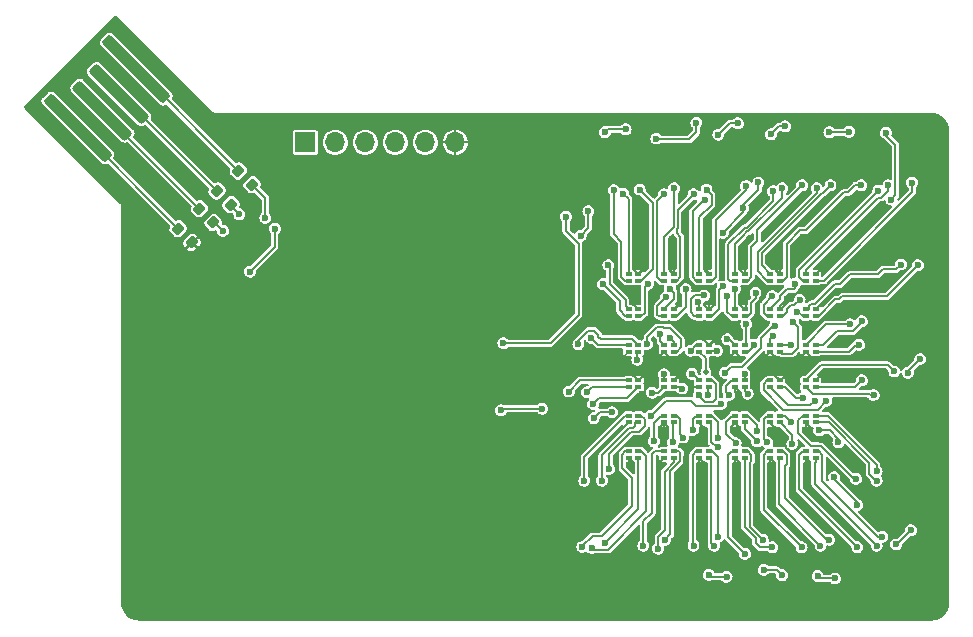
<source format=gtl>
%TF.GenerationSoftware,KiCad,Pcbnew,8.0.5*%
%TF.CreationDate,2024-11-01T13:05:59-07:00*%
%TF.ProjectId,bizcard,62697a63-6172-4642-9e6b-696361645f70,rev?*%
%TF.SameCoordinates,Original*%
%TF.FileFunction,Copper,L1,Top*%
%TF.FilePolarity,Positive*%
%FSLAX46Y46*%
G04 Gerber Fmt 4.6, Leading zero omitted, Abs format (unit mm)*
G04 Created by KiCad (PCBNEW 8.0.5) date 2024-11-01 13:05:59*
%MOMM*%
%LPD*%
G01*
G04 APERTURE LIST*
G04 Aperture macros list*
%AMRoundRect*
0 Rectangle with rounded corners*
0 $1 Rounding radius*
0 $2 $3 $4 $5 $6 $7 $8 $9 X,Y pos of 4 corners*
0 Add a 4 corners polygon primitive as box body*
4,1,4,$2,$3,$4,$5,$6,$7,$8,$9,$2,$3,0*
0 Add four circle primitives for the rounded corners*
1,1,$1+$1,$2,$3*
1,1,$1+$1,$4,$5*
1,1,$1+$1,$6,$7*
1,1,$1+$1,$8,$9*
0 Add four rect primitives between the rounded corners*
20,1,$1+$1,$2,$3,$4,$5,0*
20,1,$1+$1,$4,$5,$6,$7,0*
20,1,$1+$1,$6,$7,$8,$9,0*
20,1,$1+$1,$8,$9,$2,$3,0*%
G04 Aperture macros list end*
%TA.AperFunction,SMDPad,CuDef*%
%ADD10RoundRect,0.035000X-0.215000X-0.140000X0.215000X-0.140000X0.215000X0.140000X-0.215000X0.140000X0*%
%TD*%
%TA.AperFunction,SMDPad,CuDef*%
%ADD11RoundRect,0.035000X0.215000X0.140000X-0.215000X0.140000X-0.215000X-0.140000X0.215000X-0.140000X0*%
%TD*%
%TA.AperFunction,ComponentPad*%
%ADD12R,1.700000X1.700000*%
%TD*%
%TA.AperFunction,ComponentPad*%
%ADD13O,1.700000X1.700000*%
%TD*%
%TA.AperFunction,SMDPad,CuDef*%
%ADD14RoundRect,0.200000X-0.335876X-0.053033X-0.053033X-0.335876X0.335876X0.053033X0.053033X0.335876X0*%
%TD*%
%TA.AperFunction,SMDPad,CuDef*%
%ADD15RoundRect,0.250000X2.262742X-2.616295X2.616295X-2.262742X-2.262742X2.616295X-2.616295X2.262742X0*%
%TD*%
%TA.AperFunction,SMDPad,CuDef*%
%ADD16RoundRect,0.250000X1.909188X-2.262742X2.262742X-1.909188X-1.909188X2.262742X-2.262742X1.909188X0*%
%TD*%
%TA.AperFunction,ViaPad*%
%ADD17C,0.600000*%
%TD*%
%TA.AperFunction,ViaPad*%
%ADD18C,0.500000*%
%TD*%
%TA.AperFunction,Conductor*%
%ADD19C,0.200000*%
%TD*%
G04 APERTURE END LIST*
D10*
%TO.P,D10,1,R-*%
%TO.N,Net-(D10-R-)*%
X124780000Y-77720000D03*
%TO.P,D10,2,+*%
%TO.N,+5V*%
X124780000Y-77150000D03*
%TO.P,D10,3,B-*%
%TO.N,Net-(D10-B-)*%
X123950000Y-77150000D03*
%TO.P,D10,4,G-*%
%TO.N,Net-(D10-G-)*%
X123950000Y-77720000D03*
%TD*%
%TO.P,D23,1,R-*%
%TO.N,Net-(D23-R-)*%
X127780000Y-83720000D03*
%TO.P,D23,2,+*%
%TO.N,+5V*%
X127780000Y-83150000D03*
%TO.P,D23,3,B-*%
%TO.N,Net-(D23-B-)*%
X126950000Y-83150000D03*
%TO.P,D23,4,G-*%
%TO.N,Net-(D23-G-)*%
X126950000Y-83720000D03*
%TD*%
D11*
%TO.P,D35,1,R-*%
%TO.N,Net-(D35-R-)*%
X126950000Y-89150000D03*
%TO.P,D35,2,+*%
%TO.N,+5V*%
X126950000Y-89720000D03*
%TO.P,D35,3,B-*%
%TO.N,Net-(D35-B-)*%
X127780000Y-89720000D03*
%TO.P,D35,4,G-*%
%TO.N,Net-(D35-G-)*%
X127780000Y-89150000D03*
%TD*%
D10*
%TO.P,D7,1,R-*%
%TO.N,Net-(D7-R-)*%
X115780000Y-77720000D03*
%TO.P,D7,2,+*%
%TO.N,+5V*%
X115780000Y-77150000D03*
%TO.P,D7,3,B-*%
%TO.N,Net-(D7-B-)*%
X114950000Y-77150000D03*
%TO.P,D7,4,G-*%
%TO.N,Net-(D7-G-)*%
X114950000Y-77720000D03*
%TD*%
%TO.P,D8,1,R-*%
%TO.N,Net-(D8-R-)*%
X118780000Y-77720000D03*
%TO.P,D8,2,+*%
%TO.N,+5V*%
X118780000Y-77150000D03*
%TO.P,D8,3,B-*%
%TO.N,Net-(D8-B-)*%
X117950000Y-77150000D03*
%TO.P,D8,4,G-*%
%TO.N,Net-(D8-G-)*%
X117950000Y-77720000D03*
%TD*%
%TO.P,D11,1,R-*%
%TO.N,Net-(D11-R-)*%
X127780000Y-77720000D03*
%TO.P,D11,2,+*%
%TO.N,+5V*%
X127780000Y-77150000D03*
%TO.P,D11,3,B-*%
%TO.N,Net-(D11-B-)*%
X126950000Y-77150000D03*
%TO.P,D11,4,G-*%
%TO.N,Net-(D11-G-)*%
X126950000Y-77720000D03*
%TD*%
%TO.P,D15,1,R-*%
%TO.N,Net-(D15-R-)*%
X121780000Y-80720000D03*
%TO.P,D15,2,+*%
%TO.N,+5V*%
X121780000Y-80150000D03*
%TO.P,D15,3,B-*%
%TO.N,Net-(D15-B-)*%
X120950000Y-80150000D03*
%TO.P,D15,4,G-*%
%TO.N,Net-(D15-G-)*%
X120950000Y-80720000D03*
%TD*%
D11*
%TO.P,D34,1,R-*%
%TO.N,Net-(D34-R-)*%
X123950000Y-89150000D03*
%TO.P,D34,2,+*%
%TO.N,+5V*%
X123950000Y-89720000D03*
%TO.P,D34,3,B-*%
%TO.N,Net-(D34-B-)*%
X124780000Y-89720000D03*
%TO.P,D34,4,G-*%
%TO.N,Net-(D34-G-)*%
X124780000Y-89150000D03*
%TD*%
%TO.P,D29,1,R-*%
%TO.N,Net-(D29-R-)*%
X126950000Y-86150000D03*
%TO.P,D29,2,+*%
%TO.N,+5V*%
X126950000Y-86720000D03*
%TO.P,D29,3,B-*%
%TO.N,Net-(D29-B-)*%
X127780000Y-86720000D03*
%TO.P,D29,4,G-*%
%TO.N,Net-(D29-G-)*%
X127780000Y-86150000D03*
%TD*%
D10*
%TO.P,D6,1,R-*%
%TO.N,Net-(D6-R-)*%
X130780000Y-74720000D03*
%TO.P,D6,2,+*%
%TO.N,+5V*%
X130780000Y-74150000D03*
%TO.P,D6,3,B-*%
%TO.N,Net-(D6-B-)*%
X129950000Y-74150000D03*
%TO.P,D6,4,G-*%
%TO.N,Net-(D6-G-)*%
X129950000Y-74720000D03*
%TD*%
%TO.P,D20,1,R-*%
%TO.N,Net-(D20-R-)*%
X118780000Y-83720000D03*
%TO.P,D20,2,+*%
%TO.N,+5V*%
X118780000Y-83150000D03*
%TO.P,D20,3,B-*%
%TO.N,Net-(D20-B-)*%
X117950000Y-83150000D03*
%TO.P,D20,4,G-*%
%TO.N,Net-(D20-G-)*%
X117950000Y-83720000D03*
%TD*%
D11*
%TO.P,D32,1,R-*%
%TO.N,Net-(D32-R-)*%
X117950000Y-89150000D03*
%TO.P,D32,2,+*%
%TO.N,+5V*%
X117950000Y-89720000D03*
%TO.P,D32,3,B-*%
%TO.N,Net-(D32-B-)*%
X118780000Y-89720000D03*
%TO.P,D32,4,G-*%
%TO.N,Net-(D32-G-)*%
X118780000Y-89150000D03*
%TD*%
%TO.P,D28,1,R-*%
%TO.N,Net-(D28-R-)*%
X123950000Y-86150000D03*
%TO.P,D28,2,+*%
%TO.N,+5V*%
X123950000Y-86720000D03*
%TO.P,D28,3,B-*%
%TO.N,Net-(D28-B-)*%
X124780000Y-86720000D03*
%TO.P,D28,4,G-*%
%TO.N,Net-(D28-G-)*%
X124780000Y-86150000D03*
%TD*%
%TO.P,D33,1,R-*%
%TO.N,Net-(D33-R-)*%
X120950000Y-89150000D03*
%TO.P,D33,2,+*%
%TO.N,+5V*%
X120950000Y-89720000D03*
%TO.P,D33,3,B-*%
%TO.N,Net-(D33-B-)*%
X121780000Y-89720000D03*
%TO.P,D33,4,G-*%
%TO.N,Net-(D33-G-)*%
X121780000Y-89150000D03*
%TD*%
D10*
%TO.P,D9,1,R-*%
%TO.N,Net-(D9-R-)*%
X121780000Y-77720000D03*
%TO.P,D9,2,+*%
%TO.N,+5V*%
X121780000Y-77150000D03*
%TO.P,D9,3,B-*%
%TO.N,Net-(D9-B-)*%
X120950000Y-77150000D03*
%TO.P,D9,4,G-*%
%TO.N,Net-(D9-G-)*%
X120950000Y-77720000D03*
%TD*%
D11*
%TO.P,D14,1,R-*%
%TO.N,Net-(D14-R-)*%
X117950000Y-80150000D03*
%TO.P,D14,2,+*%
%TO.N,+5V*%
X117950000Y-80720000D03*
%TO.P,D14,3,B-*%
%TO.N,Net-(D14-B-)*%
X118780000Y-80720000D03*
%TO.P,D14,4,G-*%
%TO.N,Net-(D14-G-)*%
X118780000Y-80150000D03*
%TD*%
D10*
%TO.P,D1,1,R-*%
%TO.N,Net-(D1-R-)*%
X118780000Y-74720000D03*
%TO.P,D1,2,+*%
%TO.N,+5V*%
X118780000Y-74150000D03*
%TO.P,D1,3,B-*%
%TO.N,Net-(D1-B-)*%
X117950000Y-74150000D03*
%TO.P,D1,4,G-*%
%TO.N,Net-(D1-G-)*%
X117950000Y-74720000D03*
%TD*%
D11*
%TO.P,D30,1,R-*%
%TO.N,Net-(D30-R-)*%
X129950000Y-86150000D03*
%TO.P,D30,2,+*%
%TO.N,+5V*%
X129950000Y-86720000D03*
%TO.P,D30,3,B-*%
%TO.N,Net-(D30-B-)*%
X130780000Y-86720000D03*
%TO.P,D30,4,G-*%
%TO.N,Net-(D30-G-)*%
X130780000Y-86150000D03*
%TD*%
%TO.P,D26,1,R-*%
%TO.N,Net-(D26-R-)*%
X117950000Y-86150000D03*
%TO.P,D26,2,+*%
%TO.N,+5V*%
X117950000Y-86720000D03*
%TO.P,D26,3,B-*%
%TO.N,Net-(D26-B-)*%
X118780000Y-86720000D03*
%TO.P,D26,4,G-*%
%TO.N,Net-(D26-G-)*%
X118780000Y-86150000D03*
%TD*%
D12*
%TO.P,J2,1,Pin_1*%
%TO.N,+3.3V*%
X87580000Y-63000000D03*
D13*
%TO.P,J2,2,Pin_2*%
%TO.N,/micro/SWDIO*%
X90120000Y-63000000D03*
%TO.P,J2,3,Pin_3*%
%TO.N,/micro/SWCLK*%
X92660000Y-63000000D03*
%TO.P,J2,4,Pin_4*%
%TO.N,/micro/RST*%
X95200000Y-63000000D03*
%TO.P,J2,5,Pin_5*%
%TO.N,GND*%
X97740000Y-63000000D03*
%TO.P,J2,6,Pin_6*%
%TO.N,+5V*%
X100280000Y-63000000D03*
%TD*%
D11*
%TO.P,D17,1,R-*%
%TO.N,Net-(D17-R-)*%
X126950000Y-80150000D03*
%TO.P,D17,2,+*%
%TO.N,+5V*%
X126950000Y-80720000D03*
%TO.P,D17,3,B-*%
%TO.N,Net-(D17-B-)*%
X127780000Y-80720000D03*
%TO.P,D17,4,G-*%
%TO.N,Net-(D17-G-)*%
X127780000Y-80150000D03*
%TD*%
D10*
%TO.P,D4,1,R-*%
%TO.N,Net-(D4-R-)*%
X124780000Y-74720000D03*
%TO.P,D4,2,+*%
%TO.N,+5V*%
X124780000Y-74150000D03*
%TO.P,D4,3,B-*%
%TO.N,Net-(D4-B-)*%
X123950000Y-74150000D03*
%TO.P,D4,4,G-*%
%TO.N,Net-(D4-G-)*%
X123950000Y-74720000D03*
%TD*%
D11*
%TO.P,D25,1,R-*%
%TO.N,Net-(D25-R-)*%
X114950000Y-86150000D03*
%TO.P,D25,2,+*%
%TO.N,+5V*%
X114950000Y-86720000D03*
%TO.P,D25,3,B-*%
%TO.N,Net-(D25-B-)*%
X115780000Y-86720000D03*
%TO.P,D25,4,G-*%
%TO.N,Net-(D25-G-)*%
X115780000Y-86150000D03*
%TD*%
%TO.P,D16,1,R-*%
%TO.N,Net-(D16-R-)*%
X123950000Y-80150000D03*
%TO.P,D16,2,+*%
%TO.N,+5V*%
X123950000Y-80720000D03*
%TO.P,D16,3,B-*%
%TO.N,Net-(D16-B-)*%
X124780000Y-80720000D03*
%TO.P,D16,4,G-*%
%TO.N,Net-(D16-G-)*%
X124780000Y-80150000D03*
%TD*%
D10*
%TO.P,D5,1,R-*%
%TO.N,Net-(D5-R-)*%
X127780000Y-74720000D03*
%TO.P,D5,2,+*%
%TO.N,+5V*%
X127780000Y-74150000D03*
%TO.P,D5,3,B-*%
%TO.N,Net-(D5-B-)*%
X126950000Y-74150000D03*
%TO.P,D5,4,G-*%
%TO.N,Net-(D5-G-)*%
X126950000Y-74720000D03*
%TD*%
D14*
%TO.P,R76,1*%
%TO.N,Net-(J1-DP)*%
X80116637Y-67116637D03*
%TO.P,R76,2*%
%TO.N,Net-(D37-Pad3)*%
X81283363Y-68283363D03*
%TD*%
D10*
%TO.P,D19,1,R-*%
%TO.N,Net-(D19-R-)*%
X115780000Y-83720000D03*
%TO.P,D19,2,+*%
%TO.N,+5V*%
X115780000Y-83150000D03*
%TO.P,D19,3,B-*%
%TO.N,Net-(D19-B-)*%
X114950000Y-83150000D03*
%TO.P,D19,4,G-*%
%TO.N,Net-(D19-G-)*%
X114950000Y-83720000D03*
%TD*%
D14*
%TO.P,R77,1*%
%TO.N,Net-(J1-GND)*%
X81916637Y-65416637D03*
%TO.P,R77,2*%
%TO.N,GND*%
X83083363Y-66583363D03*
%TD*%
D11*
%TO.P,D21,1,R-*%
%TO.N,Net-(D21-R-)*%
X120950000Y-83150000D03*
%TO.P,D21,2,+*%
%TO.N,+5V*%
X120950000Y-83720000D03*
%TO.P,D21,3,B-*%
%TO.N,Net-(D21-B-)*%
X121780000Y-83720000D03*
%TO.P,D21,4,G-*%
%TO.N,Net-(D21-G-)*%
X121780000Y-83150000D03*
%TD*%
D10*
%TO.P,D24,1,R-*%
%TO.N,Net-(D24-R-)*%
X130780000Y-83720000D03*
%TO.P,D24,2,+*%
%TO.N,+5V*%
X130780000Y-83150000D03*
%TO.P,D24,3,B-*%
%TO.N,Net-(D24-B-)*%
X129950000Y-83150000D03*
%TO.P,D24,4,G-*%
%TO.N,Net-(D24-G-)*%
X129950000Y-83720000D03*
%TD*%
D11*
%TO.P,D13,1,R-*%
%TO.N,Net-(D13-R-)*%
X114950000Y-80150000D03*
%TO.P,D13,2,+*%
%TO.N,+5V*%
X114950000Y-80720000D03*
%TO.P,D13,3,B-*%
%TO.N,Net-(D13-B-)*%
X115780000Y-80720000D03*
%TO.P,D13,4,G-*%
%TO.N,Net-(D13-G-)*%
X115780000Y-80150000D03*
%TD*%
%TO.P,D27,1,R-*%
%TO.N,Net-(D27-R-)*%
X120950000Y-86150000D03*
%TO.P,D27,2,+*%
%TO.N,+5V*%
X120950000Y-86720000D03*
%TO.P,D27,3,B-*%
%TO.N,Net-(D27-B-)*%
X121780000Y-86720000D03*
%TO.P,D27,4,G-*%
%TO.N,Net-(D27-G-)*%
X121780000Y-86150000D03*
%TD*%
D10*
%TO.P,D40,1,R-*%
%TO.N,Net-(D40-R-)*%
X115780000Y-74720000D03*
%TO.P,D40,2,+*%
%TO.N,+5V*%
X115780000Y-74150000D03*
%TO.P,D40,3,B-*%
%TO.N,Net-(D40-B-)*%
X114950000Y-74150000D03*
%TO.P,D40,4,G-*%
%TO.N,Net-(D40-G-)*%
X114950000Y-74720000D03*
%TD*%
D15*
%TO.P,J1,1,VBUS*%
%TO.N,Net-(J1-VBUS)*%
X68318019Y-61767767D03*
D16*
%TO.P,J1,2,DM*%
%TO.N,Net-(J1-DM)*%
X70403984Y-60318198D03*
%TO.P,J1,3,DP*%
%TO.N,Net-(J1-DP)*%
X71818198Y-58903984D03*
D15*
%TO.P,J1,4,GND*%
%TO.N,Net-(J1-GND)*%
X73267767Y-56818019D03*
%TD*%
D11*
%TO.P,D31,1,R-*%
%TO.N,Net-(D31-R-)*%
X114950000Y-89150000D03*
%TO.P,D31,2,+*%
%TO.N,+5V*%
X114950000Y-89720000D03*
%TO.P,D31,3,B-*%
%TO.N,Net-(D31-B-)*%
X115780000Y-89720000D03*
%TO.P,D31,4,G-*%
%TO.N,Net-(D31-G-)*%
X115780000Y-89150000D03*
%TD*%
D14*
%TO.P,R75,1*%
%TO.N,Net-(J1-DM)*%
X78616637Y-68616637D03*
%TO.P,R75,2*%
%TO.N,Net-(D37-Pad1)*%
X79783363Y-69783363D03*
%TD*%
D11*
%TO.P,D18,1,R-*%
%TO.N,Net-(D18-R-)*%
X129950000Y-80150000D03*
%TO.P,D18,2,+*%
%TO.N,+5V*%
X129950000Y-80720000D03*
%TO.P,D18,3,B-*%
%TO.N,Net-(D18-B-)*%
X130780000Y-80720000D03*
%TO.P,D18,4,G-*%
%TO.N,Net-(D18-G-)*%
X130780000Y-80150000D03*
%TD*%
D10*
%TO.P,D3,1,R-*%
%TO.N,Net-(D3-R-)*%
X121780000Y-74720000D03*
%TO.P,D3,2,+*%
%TO.N,+5V*%
X121780000Y-74150000D03*
%TO.P,D3,3,B-*%
%TO.N,Net-(D3-B-)*%
X120950000Y-74150000D03*
%TO.P,D3,4,G-*%
%TO.N,Net-(D3-G-)*%
X120950000Y-74720000D03*
%TD*%
D11*
%TO.P,D36,1,R-*%
%TO.N,Net-(D36-R-)*%
X129950000Y-89150000D03*
%TO.P,D36,2,+*%
%TO.N,+5V*%
X129950000Y-89720000D03*
%TO.P,D36,3,B-*%
%TO.N,Net-(D36-B-)*%
X130780000Y-89720000D03*
%TO.P,D36,4,G-*%
%TO.N,Net-(D36-G-)*%
X130780000Y-89150000D03*
%TD*%
D14*
%TO.P,R74,1*%
%TO.N,Net-(J1-VBUS)*%
X76816637Y-70316637D03*
%TO.P,R74,2*%
%TO.N,+5V*%
X77983363Y-71483363D03*
%TD*%
D10*
%TO.P,D12,1,R-*%
%TO.N,Net-(D12-R-)*%
X130780000Y-77720000D03*
%TO.P,D12,2,+*%
%TO.N,+5V*%
X130780000Y-77150000D03*
%TO.P,D12,3,B-*%
%TO.N,Net-(D12-B-)*%
X129950000Y-77150000D03*
%TO.P,D12,4,G-*%
%TO.N,Net-(D12-G-)*%
X129950000Y-77720000D03*
%TD*%
D11*
%TO.P,D22,1,R-*%
%TO.N,Net-(D22-R-)*%
X123950000Y-83150000D03*
%TO.P,D22,2,+*%
%TO.N,+5V*%
X123950000Y-83720000D03*
%TO.P,D22,3,B-*%
%TO.N,Net-(D22-B-)*%
X124780000Y-83720000D03*
%TO.P,D22,4,G-*%
%TO.N,Net-(D22-G-)*%
X124780000Y-83150000D03*
%TD*%
D17*
%TO.N,+5V*%
X116400000Y-87850000D03*
X128800000Y-91050000D03*
X124864453Y-76182605D03*
X135600000Y-87700000D03*
X132900000Y-77650000D03*
X108750000Y-95600000D03*
X123404528Y-101756072D03*
X105850000Y-76600000D03*
X133275735Y-91574265D03*
X116400000Y-72900000D03*
X76100000Y-74750000D03*
X135850000Y-72400000D03*
X117701471Y-87600000D03*
X119776894Y-70581113D03*
X81000000Y-72600000D03*
X119096256Y-101927313D03*
X106600000Y-84650000D03*
X129201571Y-83903044D03*
X122050000Y-76500000D03*
X117715226Y-81833602D03*
X109900000Y-98700000D03*
X131700000Y-101900000D03*
X117700000Y-61900000D03*
X118649265Y-71149265D03*
X125200000Y-71150000D03*
X125200000Y-62000000D03*
X124000000Y-91000000D03*
X129700000Y-71050000D03*
X134650000Y-62100000D03*
X126858973Y-72877351D03*
X134350000Y-70750000D03*
X128400000Y-76250000D03*
X121550000Y-72550000D03*
X140450000Y-71250000D03*
X114000000Y-91700000D03*
X129450000Y-62000000D03*
X119700000Y-61900000D03*
X115000000Y-90300000D03*
X139073727Y-101823727D03*
X110150000Y-73600000D03*
X138950000Y-78300000D03*
X119300000Y-91100000D03*
X127400000Y-101850000D03*
%TO.N,GND*%
X112000000Y-86350000D03*
X134300000Y-93700000D03*
X132350000Y-91350000D03*
X125950000Y-66400000D03*
X104150000Y-85700000D03*
X124650000Y-68550000D03*
X138850000Y-95850000D03*
X139650000Y-81350000D03*
X84200000Y-69400000D03*
X111550000Y-68850000D03*
X122930000Y-70650000D03*
X137600000Y-97050000D03*
X110900000Y-70900000D03*
X113550000Y-85850000D03*
X107650000Y-85550000D03*
X138600000Y-82500000D03*
%TO.N,+3.3V*%
X82900000Y-73950000D03*
X85000000Y-70300000D03*
%TO.N,Net-(U16-VDD)*%
X123120132Y-82514210D03*
X127350000Y-78549434D03*
%TO.N,Net-(D1-R-)*%
X120450000Y-67400000D03*
%TO.N,Net-(D1-G-)*%
X117950000Y-67400000D03*
%TO.N,Net-(D1-B-)*%
X118800000Y-66900000D03*
%TO.N,Net-(D3-R-)*%
X124900000Y-66700000D03*
%TO.N,Net-(D5-R-)*%
X134650000Y-66650000D03*
%TO.N,Net-(D5-G-)*%
X130883430Y-66883430D03*
%TO.N,Net-(D5-B-)*%
X132050000Y-66650000D03*
%TO.N,Net-(D6-G-)*%
X136100000Y-67105954D03*
%TO.N,Net-(D6-R-)*%
X138965435Y-66412348D03*
%TO.N,Net-(D6-B-)*%
X136950000Y-66650000D03*
%TO.N,Net-(D7-R-)*%
X116631369Y-74976892D03*
%TO.N,Net-(D7-G-)*%
X112750000Y-75000000D03*
%TO.N,Net-(D7-B-)*%
X113250000Y-73400000D03*
%TO.N,Net-(D8-G-)*%
X118125735Y-76125735D03*
%TO.N,Net-(D8-R-)*%
X119780203Y-75450000D03*
%TO.N,Net-(D8-B-)*%
X118465737Y-75385733D03*
%TO.N,Net-(D9-G-)*%
X121355882Y-75967648D03*
%TO.N,Net-(D9-R-)*%
X122908217Y-75208217D03*
%TO.N,Net-(D9-B-)*%
X120800000Y-76550000D03*
%TO.N,Net-(D10-B-)*%
X123955003Y-75394999D03*
%TO.N,Net-(D10-R-)*%
X125700000Y-75750000D03*
%TO.N,Net-(D10-G-)*%
X123300000Y-76000000D03*
%TO.N,Net-(D11-R-)*%
X129429866Y-76329866D03*
%TO.N,Net-(D11-G-)*%
X127126470Y-76026470D03*
%TO.N,Net-(D11-B-)*%
X129025735Y-74975735D03*
%TO.N,Net-(D12-B-)*%
X138000000Y-73350000D03*
%TO.N,Net-(D12-G-)*%
X129203035Y-77348455D03*
%TO.N,Net-(D12-R-)*%
X139450000Y-73400000D03*
%TO.N,Net-(D13-G-)*%
X110699265Y-80100735D03*
%TO.N,Net-(D13-R-)*%
X111800000Y-79550000D03*
%TO.N,Net-(D13-B-)*%
X115700000Y-81400000D03*
%TO.N,Net-(D14-B-)*%
X116531361Y-80074924D03*
%TO.N,Net-(D14-G-)*%
X118422136Y-79540319D03*
%TO.N,Net-(D14-R-)*%
X117630794Y-79245996D03*
%TO.N,Net-(D15-R-)*%
X122450000Y-80650000D03*
%TO.N,Net-(D15-B-)*%
X120200000Y-80650000D03*
D18*
%TO.N,Net-(D15-G-)*%
X121495001Y-82460002D03*
D17*
%TO.N,Net-(D16-R-)*%
X123320616Y-79666082D03*
%TO.N,Net-(D16-G-)*%
X124928800Y-78394999D03*
%TO.N,Net-(D16-B-)*%
X125550000Y-80150000D03*
%TO.N,Net-(D17-R-)*%
X127200000Y-79400000D03*
%TO.N,Net-(D17-B-)*%
X128870235Y-78211097D03*
%TO.N,Net-(D17-G-)*%
X128700000Y-80150000D03*
%TO.N,Net-(D18-R-)*%
X133700000Y-78400000D03*
%TO.N,Net-(D18-G-)*%
X134700000Y-78150000D03*
%TO.N,Net-(D18-B-)*%
X134450000Y-80150000D03*
%TO.N,Net-(D19-B-)*%
X109898454Y-84104897D03*
%TO.N,Net-(D19-R-)*%
X111950000Y-85150000D03*
%TO.N,Net-(D19-G-)*%
X111450000Y-84150000D03*
%TO.N,Net-(D20-B-)*%
X117950000Y-82650000D03*
%TO.N,Net-(D20-R-)*%
X119500000Y-83850000D03*
%TO.N,Net-(D20-G-)*%
X116950000Y-84199998D03*
%TO.N,Net-(D21-G-)*%
X120899997Y-84400000D03*
%TO.N,Net-(D21-B-)*%
X121700000Y-84400000D03*
%TO.N,Net-(D21-R-)*%
X120300000Y-82600002D03*
%TO.N,Net-(D22-G-)*%
X124767927Y-82599999D03*
%TO.N,Net-(D22-R-)*%
X123450000Y-84400000D03*
%TO.N,Net-(D22-B-)*%
X125026936Y-84281890D03*
%TO.N,Net-(D23-G-)*%
X130700000Y-84900000D03*
%TO.N,Net-(D23-R-)*%
X129700000Y-84650000D03*
%TO.N,Net-(D23-B-)*%
X131700000Y-84900000D03*
%TO.N,Net-(D24-G-)*%
X135700000Y-84400000D03*
%TO.N,Net-(D24-B-)*%
X137450000Y-82400000D03*
%TO.N,Net-(D24-R-)*%
X134700000Y-83150000D03*
%TO.N,Net-(D25-B-)*%
X112700000Y-91650000D03*
%TO.N,Net-(D25-R-)*%
X111200000Y-91650000D03*
%TO.N,Net-(D25-G-)*%
X113300000Y-90650000D03*
%TO.N,Net-(D26-G-)*%
X119600000Y-88000000D03*
%TO.N,Net-(D26-R-)*%
X117101471Y-88301471D03*
%TO.N,Net-(D26-B-)*%
X118700000Y-88400000D03*
%TO.N,Net-(D27-R-)*%
X120400000Y-87350000D03*
%TO.N,Net-(D27-G-)*%
X122550000Y-88000000D03*
%TO.N,Net-(D27-B-)*%
X122542799Y-88804537D03*
%TO.N,Net-(D28-G-)*%
X125800000Y-87450000D03*
%TO.N,Net-(D28-R-)*%
X124012322Y-88475000D03*
%TO.N,Net-(D28-B-)*%
X125842914Y-88322835D03*
%TO.N,Net-(D29-B-)*%
X128825000Y-88525000D03*
%TO.N,Net-(D29-G-)*%
X128700000Y-86650000D03*
%TO.N,Net-(D29-R-)*%
X126700000Y-88400000D03*
%TO.N,Net-(D30-R-)*%
X134200000Y-91500000D03*
%TO.N,Net-(D30-G-)*%
X135950000Y-90849997D03*
%TO.N,Net-(D30-B-)*%
X135950000Y-91650000D03*
%TO.N,Net-(D31-R-)*%
X111040000Y-97259997D03*
%TO.N,Net-(D31-B-)*%
X112950000Y-96900000D03*
%TO.N,Net-(D31-G-)*%
X111840000Y-97350000D03*
%TO.N,Net-(D32-B-)*%
X117450000Y-97400000D03*
%TO.N,Net-(D32-R-)*%
X116200000Y-97150000D03*
%TO.N,Net-(D32-G-)*%
X118050000Y-96650000D03*
%TO.N,Net-(D33-B-)*%
X122200000Y-97150000D03*
%TO.N,Net-(D33-G-)*%
X122550000Y-96391051D03*
%TO.N,Net-(D33-R-)*%
X120450000Y-97150000D03*
%TO.N,Net-(D34-G-)*%
X126300000Y-96650000D03*
%TO.N,Net-(D34-B-)*%
X127100000Y-97300000D03*
%TO.N,Net-(D34-R-)*%
X124800000Y-97850000D03*
%TO.N,Net-(D35-G-)*%
X131950000Y-96650000D03*
%TO.N,Net-(D35-B-)*%
X131200000Y-97150000D03*
%TO.N,Net-(D35-R-)*%
X129600000Y-97300000D03*
%TO.N,Net-(D36-B-)*%
X135950000Y-97150000D03*
%TO.N,Net-(D36-R-)*%
X134325000Y-97275000D03*
%TO.N,Net-(D36-G-)*%
X136450000Y-96400000D03*
%TO.N,Net-(D3-G-)*%
X121400000Y-67850000D03*
%TO.N,Net-(D3-B-)*%
X121550000Y-67000000D03*
%TO.N,Net-(D4-G-)*%
X127191051Y-67152983D03*
%TO.N,Net-(D4-B-)*%
X127950000Y-66900000D03*
%TO.N,Net-(D4-R-)*%
X129650000Y-66650000D03*
%TO.N,Net-(D37-Pad1)*%
X80600000Y-70500000D03*
%TO.N,Net-(D37-Pad3)*%
X82000000Y-69100000D03*
%TO.N,Net-(D40-R-)*%
X115890001Y-66999392D03*
%TO.N,Net-(D40-G-)*%
X113700000Y-67050000D03*
%TO.N,Net-(D40-B-)*%
X114500000Y-67350000D03*
%TO.N,/led/DIN*%
X109650000Y-69300000D03*
X104350000Y-80000000D03*
%TO.N,/led/ledsub_1/DOUT*%
X112950000Y-62150000D03*
X114700000Y-61900000D03*
%TO.N,/led/ledsub_2/DOUT*%
X117309842Y-62685138D03*
X120700000Y-61349997D03*
%TO.N,/led/ledsub_3/DOUT*%
X122563064Y-62351593D03*
X124200000Y-61400000D03*
%TO.N,/led/ledsub_4/DOUT*%
X127019999Y-62308527D03*
X128200000Y-61650000D03*
%TO.N,/led/ledsub_5/DOUT*%
X133632086Y-62104478D03*
X131950000Y-62150000D03*
%TO.N,/led/ledsub_12/DIN*%
X136750000Y-62200000D03*
X137200000Y-67850000D03*
%TO.N,/led/ledsub_20/DIN*%
X116850293Y-86141445D03*
X122800000Y-85150000D03*
%TO.N,/led/ledsub_22/DIN*%
X131088882Y-87397876D03*
X132707353Y-88398880D03*
%TO.N,/led/ledsub_32/DIN*%
X123249265Y-99799265D03*
X121750416Y-99616482D03*
%TO.N,/led/ledsub_33/DIN*%
X126400000Y-99200000D03*
X127950000Y-99650000D03*
%TO.N,/led/ledsub_34/DIN*%
X130950000Y-99699998D03*
X132425000Y-99925000D03*
%TD*%
D19*
%TO.N,+5V*%
X127780000Y-77150000D02*
X127780000Y-76870000D01*
X132107353Y-88507353D02*
X132107353Y-88647409D01*
X120950000Y-83720000D02*
X120368529Y-83720000D01*
X123950000Y-89720000D02*
X123950000Y-90950000D01*
X124800000Y-60750000D02*
X125200000Y-61150000D01*
X119850000Y-61150000D02*
X120250000Y-60750000D01*
X133275735Y-91574265D02*
X133951470Y-92250000D01*
X130780000Y-77150000D02*
X131380000Y-76550000D01*
X121550000Y-73920000D02*
X121780000Y-74150000D01*
X119623529Y-82975000D02*
X118955000Y-82975000D01*
X121124999Y-88145269D02*
X119657000Y-89613268D01*
X131948000Y-88348000D02*
X132107353Y-88507353D01*
X125650000Y-83250000D02*
X125650000Y-84600000D01*
X124780000Y-71570000D02*
X124780000Y-74150000D01*
X131380000Y-76550000D02*
X131450000Y-76550000D01*
X120250000Y-60750000D02*
X124800000Y-60750000D01*
X129450000Y-62000000D02*
X130000000Y-61450000D01*
X136550000Y-88650000D02*
X135600000Y-87700000D01*
X124864453Y-77065547D02*
X124780000Y-77150000D01*
X124864453Y-76182605D02*
X124864453Y-77065547D01*
X121431763Y-75195000D02*
X120373732Y-75195000D01*
X135350000Y-91898529D02*
X135701471Y-92250000D01*
X119700000Y-61900000D02*
X117700000Y-61900000D01*
X124778407Y-84881890D02*
X125368110Y-84881890D01*
X124150000Y-86920000D02*
X124150000Y-87700000D01*
X119127000Y-75202732D02*
X119614866Y-74714866D01*
X125200000Y-61150000D02*
X125200000Y-62000000D01*
X134650000Y-62100000D02*
X134000000Y-61450000D01*
X123950000Y-90950000D02*
X124000000Y-91000000D01*
X117950000Y-89720000D02*
X117450000Y-90220000D01*
X119657000Y-90743000D02*
X119300000Y-91100000D01*
X123950000Y-83720000D02*
X123950000Y-84053483D01*
X125368110Y-84881890D02*
X125400000Y-84850000D01*
X130000000Y-61450000D02*
X130050000Y-61400000D01*
X129950000Y-86720000D02*
X129950000Y-87107523D01*
X79100000Y-72600000D02*
X77983363Y-71483363D01*
X114950000Y-90250000D02*
X115000000Y-90300000D01*
X119800000Y-74529732D02*
X119800000Y-71100000D01*
X117950000Y-86720000D02*
X117950000Y-87351471D01*
X125650000Y-84600000D02*
X125368110Y-84881890D01*
X119893598Y-74714866D02*
X119614866Y-74714866D01*
X134180000Y-70750000D02*
X130780000Y-74150000D01*
X136200000Y-92250000D02*
X136550000Y-91900000D01*
X129950000Y-87107523D02*
X131190477Y-88348000D01*
X120368529Y-83720000D02*
X119623529Y-82975000D01*
X124800000Y-77150000D02*
X124780000Y-77150000D01*
X119614866Y-74714866D02*
X119800000Y-74529732D01*
X81000000Y-72600000D02*
X79100000Y-72600000D01*
X123950000Y-86720000D02*
X124150000Y-86920000D01*
X119800000Y-71100000D02*
X119800000Y-70604219D01*
X116400000Y-72900000D02*
X116400000Y-73530000D01*
X120950000Y-90800000D02*
X121000000Y-90850000D01*
X132458824Y-88998880D02*
X132598880Y-88998880D01*
X125200000Y-71150000D02*
X124780000Y-71570000D01*
X127780000Y-83150000D02*
X127305000Y-82675000D01*
X122050000Y-76500000D02*
X122050000Y-75813237D01*
X120950000Y-86720000D02*
X121124999Y-86894999D01*
X119657000Y-89613268D02*
X119657000Y-90743000D01*
X132107353Y-88647409D02*
X132458824Y-88998880D01*
X135350000Y-91750000D02*
X135350000Y-91898529D01*
X129950000Y-89720000D02*
X129950000Y-90650000D01*
X118955000Y-82975000D02*
X118780000Y-83150000D01*
X114950000Y-86720000D02*
X114270000Y-87400000D01*
X114950000Y-89720000D02*
X114950000Y-90250000D01*
X119700000Y-61900000D02*
X119850000Y-61750000D01*
X131190477Y-88348000D02*
X131948000Y-88348000D01*
X119800000Y-70604219D02*
X119776894Y-70581113D01*
X135850000Y-92250000D02*
X136200000Y-92250000D01*
X125200000Y-62000000D02*
X126150000Y-61050000D01*
X128500000Y-61050000D02*
X129450000Y-62000000D01*
X117450000Y-90220000D02*
X117450000Y-91350000D01*
X119850000Y-61750000D02*
X119850000Y-61150000D01*
X135701471Y-92250000D02*
X135850000Y-92250000D01*
X118780000Y-77150000D02*
X119127000Y-76803000D01*
X126950000Y-89720000D02*
X126950000Y-91000000D01*
X132598880Y-88998880D02*
X135350000Y-91750000D01*
X127780000Y-73798378D02*
X126858973Y-72877351D01*
X116400000Y-73530000D02*
X115780000Y-74150000D01*
X119127000Y-76803000D02*
X119127000Y-75202732D01*
X120950000Y-89720000D02*
X120950000Y-90800000D01*
X121780000Y-76770000D02*
X122050000Y-76500000D01*
X126225000Y-82675000D02*
X125650000Y-83250000D01*
X127305000Y-82675000D02*
X126225000Y-82675000D01*
X127780000Y-74150000D02*
X127780000Y-73798378D01*
X121550000Y-72550000D02*
X121550000Y-73920000D01*
X122050000Y-75813237D02*
X121431763Y-75195000D01*
X134350000Y-70750000D02*
X134180000Y-70750000D01*
X133951470Y-92250000D02*
X135850000Y-92250000D01*
X123950000Y-84053483D02*
X124778407Y-84881890D01*
X121780000Y-77150000D02*
X121780000Y-76770000D01*
X118780000Y-71280000D02*
X118649265Y-71149265D01*
X120373732Y-75195000D02*
X119893598Y-74714866D01*
X126150000Y-61050000D02*
X128500000Y-61050000D01*
X117950000Y-87351471D02*
X117701471Y-87600000D01*
X118780000Y-74150000D02*
X118780000Y-71280000D01*
X134000000Y-61450000D02*
X130000000Y-61450000D01*
X129950000Y-90650000D02*
X130000000Y-90700000D01*
X121124999Y-86894999D02*
X121124999Y-88145269D01*
X127780000Y-76870000D02*
X128400000Y-76250000D01*
X126950000Y-91000000D02*
X127050000Y-91100000D01*
X136550000Y-91900000D02*
X136550000Y-88650000D01*
%TO.N,GND*%
X125950000Y-66400000D02*
X125950000Y-67000000D01*
X83083363Y-66583363D02*
X84200000Y-67700000D01*
X137600000Y-97050000D02*
X137650000Y-97050000D01*
X111550000Y-70250000D02*
X110900000Y-70900000D01*
X138600000Y-82500000D02*
X138600000Y-82400000D01*
X134300000Y-93447059D02*
X134300000Y-93700000D01*
X132350000Y-91497059D02*
X134300000Y-93447059D01*
X111500000Y-68850000D02*
X111550000Y-68850000D01*
X124650000Y-68300000D02*
X124650000Y-68550000D01*
X104300000Y-85550000D02*
X104150000Y-85700000D01*
X112500000Y-85850000D02*
X112000000Y-86350000D01*
X125950000Y-67000000D02*
X124650000Y-68300000D01*
X132350000Y-91350000D02*
X132350000Y-91497059D01*
X113550000Y-85850000D02*
X112500000Y-85850000D01*
X124650000Y-68930000D02*
X124650000Y-68550000D01*
X122930000Y-70650000D02*
X124650000Y-68930000D01*
X84200000Y-67800000D02*
X84200000Y-69400000D01*
X111550000Y-68850000D02*
X111550000Y-70250000D01*
X137650000Y-97050000D02*
X138850000Y-95850000D01*
X138600000Y-82400000D02*
X139650000Y-81350000D01*
X107650000Y-85550000D02*
X104300000Y-85550000D01*
X84200000Y-67700000D02*
X84200000Y-67800000D01*
%TO.N,+3.3V*%
X85000000Y-71850000D02*
X82900000Y-73950000D01*
X85000000Y-70300000D02*
X85000000Y-71850000D01*
%TO.N,Net-(U16-VDD)*%
X123634343Y-81999999D02*
X123120132Y-82514210D01*
X126150000Y-80398529D02*
X124548530Y-81999999D01*
X126150000Y-79601471D02*
X126150000Y-80398529D01*
X124548530Y-81999999D02*
X123634343Y-81999999D01*
X127350000Y-78549434D02*
X127202037Y-78549434D01*
X127202037Y-78549434D02*
X126150000Y-79601471D01*
%TO.N,Net-(D1-R-)*%
X119039732Y-74720000D02*
X118780000Y-74720000D01*
X119127000Y-68723000D02*
X119127000Y-70285448D01*
X119330000Y-70981471D02*
X119330000Y-74429732D01*
X119127000Y-70285448D02*
X119050000Y-70362448D01*
X119050000Y-70701471D02*
X119330000Y-70981471D01*
X119050000Y-70362448D02*
X119050000Y-70701471D01*
X119330000Y-74429732D02*
X119039732Y-74720000D01*
X120450000Y-67400000D02*
X119127000Y-68723000D01*
%TO.N,Net-(D1-G-)*%
X117350000Y-74379732D02*
X117690268Y-74720000D01*
X117350000Y-68000000D02*
X117350000Y-74379732D01*
X117950000Y-67400000D02*
X117350000Y-68000000D01*
X117690268Y-74720000D02*
X117950000Y-74720000D01*
%TO.N,Net-(D1-B-)*%
X117950000Y-71000000D02*
X117950000Y-74150000D01*
X118800000Y-66900000D02*
X118800000Y-70150000D01*
X118800000Y-70150000D02*
X117950000Y-71000000D01*
%TO.N,Net-(D3-R-)*%
X122330000Y-69570000D02*
X122330000Y-74429732D01*
X124900000Y-67000000D02*
X122330000Y-69570000D01*
X122039732Y-74720000D02*
X121780000Y-74720000D01*
X124900000Y-66700000D02*
X124900000Y-67000000D01*
X122330000Y-74429732D02*
X122039732Y-74720000D01*
%TO.N,Net-(D5-R-)*%
X128039732Y-74720000D02*
X127780000Y-74720000D01*
X128330000Y-71571471D02*
X128330000Y-74429732D01*
X133200000Y-67250000D02*
X130000000Y-70450000D01*
X130000000Y-70450000D02*
X129451471Y-70450000D01*
X129451471Y-70450000D02*
X128330000Y-71571471D01*
X134650000Y-66650000D02*
X134150000Y-66650000D01*
X128330000Y-74429732D02*
X128039732Y-74720000D01*
X134150000Y-66650000D02*
X133550000Y-67250000D01*
X133550000Y-67250000D02*
X133200000Y-67250000D01*
%TO.N,Net-(D5-G-)*%
X130883430Y-67269511D02*
X125900000Y-72252941D01*
X126690268Y-74720000D02*
X126950000Y-74720000D01*
X130883430Y-66883430D02*
X130883430Y-67269511D01*
X125900000Y-73929732D02*
X126690268Y-74720000D01*
X125900000Y-72252941D02*
X125900000Y-73929732D01*
%TO.N,Net-(D5-B-)*%
X126227000Y-72388389D02*
X126227000Y-73427000D01*
X132050000Y-66650000D02*
X131423530Y-67276470D01*
X131423530Y-67276470D02*
X131338919Y-67276470D01*
X126227000Y-73427000D02*
X126950000Y-74150000D01*
X131338919Y-67276470D02*
X126227000Y-72388389D01*
%TO.N,Net-(D6-G-)*%
X129690268Y-74720000D02*
X129950000Y-74720000D01*
X129400000Y-74429732D02*
X129690268Y-74720000D01*
X129400000Y-73805954D02*
X129400000Y-74429732D01*
X136100000Y-67105954D02*
X129400000Y-73805954D01*
%TO.N,Net-(D6-R-)*%
X138965435Y-67234565D02*
X131480000Y-74720000D01*
X131480000Y-74720000D02*
X130780000Y-74720000D01*
X138965435Y-66412348D02*
X138965435Y-67234565D01*
%TO.N,Net-(D6-B-)*%
X129950000Y-73821640D02*
X136065686Y-67705954D01*
X136348529Y-67705954D02*
X136950000Y-67104483D01*
X136950000Y-67104483D02*
X136950000Y-66650000D01*
X136065686Y-67705954D02*
X136348529Y-67705954D01*
X129950000Y-74150000D02*
X129950000Y-73821640D01*
%TO.N,Net-(D7-R-)*%
X116330000Y-75278261D02*
X116330000Y-77429732D01*
X116330000Y-77429732D02*
X116039732Y-77720000D01*
X116631369Y-74976892D02*
X116330000Y-75278261D01*
X116039732Y-77720000D02*
X115780000Y-77720000D01*
%TO.N,Net-(D7-G-)*%
X112750000Y-75000000D02*
X114200000Y-76450000D01*
X114200000Y-77229732D02*
X114690268Y-77720000D01*
X114690268Y-77720000D02*
X114950000Y-77720000D01*
X114200000Y-76450000D02*
X114200000Y-77229732D01*
%TO.N,Net-(D7-B-)*%
X114700000Y-76900000D02*
X114950000Y-77150000D01*
X113350000Y-73500000D02*
X113350000Y-75000000D01*
X113350000Y-75000000D02*
X114700000Y-76350000D01*
X114700000Y-76350000D02*
X114700000Y-76900000D01*
X113250000Y-73400000D02*
X113350000Y-73500000D01*
%TO.N,Net-(D8-G-)*%
X117400000Y-77600000D02*
X117520000Y-77720000D01*
X117520000Y-77720000D02*
X117950000Y-77720000D01*
X118125735Y-76125735D02*
X117400000Y-76851470D01*
X117400000Y-76851470D02*
X117400000Y-77600000D01*
%TO.N,Net-(D8-R-)*%
X119780203Y-76979529D02*
X119039732Y-77720000D01*
X119039732Y-77720000D02*
X118780000Y-77720000D01*
X119780203Y-75450000D02*
X119780203Y-76979529D01*
%TO.N,Net-(D8-B-)*%
X118800000Y-75719996D02*
X118800000Y-76300000D01*
X118800000Y-76300000D02*
X117950000Y-77150000D01*
X118465737Y-75385733D02*
X118800000Y-75719996D01*
%TO.N,Net-(D9-G-)*%
X120200000Y-77400000D02*
X120520000Y-77720000D01*
X121338234Y-75950000D02*
X120551471Y-75950000D01*
X121355882Y-75967648D02*
X121338234Y-75950000D01*
X120200000Y-76301471D02*
X120200000Y-77400000D01*
X120551471Y-75950000D02*
X120200000Y-76301471D01*
X120520000Y-77720000D02*
X120950000Y-77720000D01*
%TO.N,Net-(D9-R-)*%
X122650000Y-75466434D02*
X122650000Y-77109732D01*
X122650000Y-77109732D02*
X122039732Y-77720000D01*
X122039732Y-77720000D02*
X121780000Y-77720000D01*
X122908217Y-75208217D02*
X122650000Y-75466434D01*
%TO.N,Net-(D9-B-)*%
X120800000Y-76550000D02*
X120950000Y-76700000D01*
X120950000Y-76700000D02*
X120950000Y-77150000D01*
%TO.N,Net-(D10-B-)*%
X123955003Y-75394999D02*
X123950000Y-75400002D01*
X123950000Y-75400002D02*
X123950000Y-77150000D01*
%TO.N,Net-(D10-R-)*%
X125039732Y-77720000D02*
X124780000Y-77720000D01*
X125330000Y-76570000D02*
X125330000Y-77429732D01*
X125700000Y-76200000D02*
X125330000Y-76570000D01*
X125330000Y-77429732D02*
X125039732Y-77720000D01*
X125700000Y-75750000D02*
X125700000Y-76200000D01*
%TO.N,Net-(D10-G-)*%
X123300000Y-77329732D02*
X123690268Y-77720000D01*
X123690268Y-77720000D02*
X123950000Y-77720000D01*
X123300000Y-76000000D02*
X123300000Y-77329732D01*
%TO.N,Net-(D11-R-)*%
X128701471Y-76800000D02*
X128350000Y-77151471D01*
X128350000Y-77151471D02*
X128350000Y-77409732D01*
X128350000Y-77409732D02*
X128039732Y-77720000D01*
X129429866Y-76329866D02*
X128959732Y-76800000D01*
X128039732Y-77720000D02*
X127780000Y-77720000D01*
X128959732Y-76800000D02*
X128701471Y-76800000D01*
%TO.N,Net-(D11-G-)*%
X126400000Y-76752940D02*
X126400000Y-77429732D01*
X126690268Y-77720000D02*
X126950000Y-77720000D01*
X126400000Y-77429732D02*
X126690268Y-77720000D01*
X127126470Y-76026470D02*
X126400000Y-76752940D01*
%TO.N,Net-(D11-B-)*%
X128351471Y-75450000D02*
X127800000Y-76001471D01*
X127800000Y-76300000D02*
X126950000Y-77150000D01*
X129025735Y-74975735D02*
X129025735Y-75374265D01*
X129025735Y-75374265D02*
X128950000Y-75450000D01*
X128950000Y-75450000D02*
X128351471Y-75450000D01*
X127800000Y-76001471D02*
X127800000Y-76300000D01*
%TO.N,Net-(D12-B-)*%
X130230000Y-77150000D02*
X129950000Y-77150000D01*
X137600000Y-73750000D02*
X136500000Y-73750000D01*
X132400000Y-75000000D02*
X130725000Y-76675000D01*
X138000000Y-73350000D02*
X137600000Y-73750000D01*
X133705603Y-74181949D02*
X132887552Y-75000000D01*
X130425268Y-76675000D02*
X130230000Y-76870268D01*
X130230000Y-76870268D02*
X130230000Y-77150000D01*
X136500000Y-73750000D02*
X136068051Y-74181949D01*
X132887552Y-75000000D02*
X132400000Y-75000000D01*
X136068051Y-74181949D02*
X133705603Y-74181949D01*
X130725000Y-76675000D02*
X130425268Y-76675000D01*
%TO.N,Net-(D12-G-)*%
X129318723Y-77348455D02*
X129690268Y-77720000D01*
X129203035Y-77348455D02*
X129318723Y-77348455D01*
X129690268Y-77720000D02*
X129950000Y-77720000D01*
X129880000Y-77650000D02*
X129950000Y-77720000D01*
%TO.N,Net-(D12-R-)*%
X131039732Y-77720000D02*
X130780000Y-77720000D01*
X132790268Y-76309732D02*
X132450000Y-76309732D01*
X136800000Y-76050000D02*
X133050000Y-76050000D01*
X139450000Y-73400000D02*
X136800000Y-76050000D01*
X132450000Y-76309732D02*
X131039732Y-77720000D01*
X133050000Y-76050000D02*
X132790268Y-76309732D01*
%TO.N,Net-(D13-G-)*%
X112400000Y-79450000D02*
X112600000Y-79650000D01*
X112400000Y-79301471D02*
X112400000Y-79450000D01*
X111551471Y-78950000D02*
X112048529Y-78950000D01*
X115280000Y-79650000D02*
X115780000Y-80150000D01*
X112600000Y-79650000D02*
X115280000Y-79650000D01*
X110699265Y-80100735D02*
X110699265Y-79802206D01*
X110699265Y-79802206D02*
X111551471Y-78950000D01*
X112048529Y-78950000D02*
X112400000Y-79301471D01*
%TO.N,Net-(D13-R-)*%
X112400000Y-80150000D02*
X114950000Y-80150000D01*
X111800000Y-79550000D02*
X112400000Y-80150000D01*
%TO.N,Net-(D13-B-)*%
X115700000Y-80800000D02*
X115780000Y-80720000D01*
X115700000Y-81400000D02*
X115700000Y-80800000D01*
%TO.N,Net-(D14-B-)*%
X117382265Y-78645996D02*
X117895996Y-78645996D01*
X117895996Y-78645996D02*
X117950000Y-78700000D01*
X116531361Y-80074924D02*
X116531361Y-79496900D01*
X119039732Y-80720000D02*
X118780000Y-80720000D01*
X118430346Y-78700000D02*
X119400000Y-79669654D01*
X117950000Y-78700000D02*
X118430346Y-78700000D01*
X119400000Y-79669654D02*
X119400000Y-80359732D01*
X119400000Y-80359732D02*
X119039732Y-80720000D01*
X116531361Y-79496900D02*
X117382265Y-78645996D01*
%TO.N,Net-(D14-G-)*%
X118422136Y-79540319D02*
X118780000Y-79898183D01*
X118780000Y-79898183D02*
X118780000Y-80150000D01*
%TO.N,Net-(D14-R-)*%
X117630794Y-79245996D02*
X117630794Y-79830794D01*
X117630794Y-79830794D02*
X117950000Y-80150000D01*
%TO.N,Net-(D15-R-)*%
X122450000Y-80650000D02*
X121850000Y-80650000D01*
X121850000Y-80650000D02*
X121780000Y-80720000D01*
%TO.N,Net-(D15-B-)*%
X120200000Y-80640268D02*
X120690268Y-80150000D01*
X120200000Y-80650000D02*
X120200000Y-80640268D01*
X120690268Y-80150000D02*
X120950000Y-80150000D01*
%TO.N,Net-(D15-G-)*%
X121495001Y-81265001D02*
X120950000Y-80720000D01*
X121495001Y-82460002D02*
X121495001Y-81265001D01*
%TO.N,Net-(D16-R-)*%
X123466082Y-79666082D02*
X123950000Y-80150000D01*
X123320616Y-79666082D02*
X123466082Y-79666082D01*
%TO.N,Net-(D16-G-)*%
X124928800Y-80001200D02*
X124780000Y-80150000D01*
X124928800Y-78394999D02*
X124928800Y-80001200D01*
%TO.N,Net-(D16-B-)*%
X125550000Y-80209732D02*
X125039732Y-80720000D01*
X125039732Y-80720000D02*
X124780000Y-80720000D01*
X125550000Y-80150000D02*
X125550000Y-80209732D01*
%TO.N,Net-(D17-R-)*%
X126950000Y-80150000D02*
X126950000Y-79650000D01*
X126950000Y-79650000D02*
X127200000Y-79400000D01*
%TO.N,Net-(D17-B-)*%
X129300000Y-80398529D02*
X128803530Y-80894999D01*
X128870235Y-78211097D02*
X129300000Y-78640862D01*
X127954999Y-80894999D02*
X127780000Y-80720000D01*
X128803530Y-80894999D02*
X127954999Y-80894999D01*
X129300000Y-78640862D02*
X129300000Y-80398529D01*
%TO.N,Net-(D17-G-)*%
X127780000Y-80150000D02*
X128700000Y-80150000D01*
%TO.N,Net-(D18-R-)*%
X131700000Y-78400000D02*
X129950000Y-80150000D01*
X133700000Y-78400000D02*
X131700000Y-78400000D01*
%TO.N,Net-(D18-G-)*%
X134700000Y-78248529D02*
X133948529Y-79000000D01*
X131450000Y-80150000D02*
X130780000Y-80150000D01*
X132600000Y-79000000D02*
X131450000Y-80150000D01*
X133948529Y-79000000D02*
X132600000Y-79000000D01*
X134700000Y-78150000D02*
X134700000Y-78248529D01*
%TO.N,Net-(D18-B-)*%
X134450000Y-80150000D02*
X134200000Y-80150000D01*
X134200000Y-80150000D02*
X133630000Y-80720000D01*
X133630000Y-80720000D02*
X130780000Y-80720000D01*
%TO.N,Net-(D19-B-)*%
X110853351Y-83150000D02*
X114950000Y-83150000D01*
X109898454Y-84104897D02*
X110853351Y-83150000D01*
%TO.N,Net-(D19-R-)*%
X114850000Y-84650000D02*
X115780000Y-83720000D01*
X111950000Y-85150000D02*
X112450000Y-84650000D01*
X112450000Y-84650000D02*
X114850000Y-84650000D01*
%TO.N,Net-(D19-G-)*%
X111880000Y-83720000D02*
X114950000Y-83720000D01*
X111450000Y-84150000D02*
X111880000Y-83720000D01*
%TO.N,Net-(D20-B-)*%
X117950000Y-82650000D02*
X117950000Y-83150000D01*
%TO.N,Net-(D20-R-)*%
X119370000Y-83720000D02*
X118780000Y-83720000D01*
X119500000Y-83850000D02*
X119370000Y-83720000D01*
%TO.N,Net-(D20-G-)*%
X117470002Y-84199998D02*
X117950000Y-83720000D01*
X116950000Y-84199998D02*
X117470002Y-84199998D01*
%TO.N,Net-(D21-G-)*%
X121100000Y-84600003D02*
X121100000Y-84648529D01*
X122100000Y-85000000D02*
X122330000Y-84770000D01*
X122039732Y-83150000D02*
X121780000Y-83150000D01*
X122330000Y-84770000D02*
X122330000Y-83440268D01*
X120899997Y-84400000D02*
X121100000Y-84600003D01*
X121100000Y-84648529D02*
X121451471Y-85000000D01*
X121451471Y-85000000D02*
X122100000Y-85000000D01*
X122330000Y-83440268D02*
X122039732Y-83150000D01*
%TO.N,Net-(D21-B-)*%
X121700000Y-84400000D02*
X121700000Y-83800000D01*
X121700000Y-83800000D02*
X121780000Y-83720000D01*
%TO.N,Net-(D21-R-)*%
X120300000Y-82600002D02*
X120400002Y-82600002D01*
X120400002Y-82600002D02*
X120950000Y-83150000D01*
%TO.N,Net-(D22-G-)*%
X124767927Y-83137927D02*
X124780000Y-83150000D01*
X124767927Y-82599999D02*
X124767927Y-83137927D01*
%TO.N,Net-(D22-R-)*%
X123690268Y-83150000D02*
X123950000Y-83150000D01*
X123200000Y-83640268D02*
X123690268Y-83150000D01*
X123200000Y-84150000D02*
X123200000Y-83640268D01*
X123450000Y-84400000D02*
X123200000Y-84150000D01*
%TO.N,Net-(D22-B-)*%
X125026936Y-84281890D02*
X124780000Y-84034954D01*
X124780000Y-84034954D02*
X124780000Y-83720000D01*
%TO.N,Net-(D23-G-)*%
X128480000Y-85250000D02*
X126950000Y-83720000D01*
X130350000Y-85250000D02*
X128480000Y-85250000D01*
X130700000Y-84900000D02*
X130350000Y-85250000D01*
%TO.N,Net-(D23-R-)*%
X128170000Y-83720000D02*
X127780000Y-83720000D01*
X129100000Y-84650000D02*
X128170000Y-83720000D01*
X129700000Y-84650000D02*
X129100000Y-84650000D01*
%TO.N,Net-(D23-B-)*%
X128050268Y-85650000D02*
X126400000Y-83999732D01*
X126690268Y-83150000D02*
X126950000Y-83150000D01*
X130950000Y-85650000D02*
X128050268Y-85650000D01*
X126400000Y-83440268D02*
X126690268Y-83150000D01*
X126400000Y-83999732D02*
X126400000Y-83440268D01*
X131700000Y-84900000D02*
X130950000Y-85650000D01*
%TO.N,Net-(D24-G-)*%
X135700000Y-84400000D02*
X135450000Y-84400000D01*
X135450000Y-84400000D02*
X135350000Y-84300000D01*
X130530000Y-84300000D02*
X129950000Y-83720000D01*
X135350000Y-84300000D02*
X130530000Y-84300000D01*
%TO.N,Net-(D24-B-)*%
X131250000Y-81850000D02*
X129950000Y-83150000D01*
X136900000Y-81850000D02*
X131250000Y-81850000D01*
X137450000Y-82400000D02*
X136900000Y-81850000D01*
%TO.N,Net-(D24-R-)*%
X134700000Y-83150000D02*
X134130000Y-83720000D01*
X134130000Y-83720000D02*
X130780000Y-83720000D01*
%TO.N,Net-(D25-B-)*%
X112700000Y-91650000D02*
X112700000Y-89500000D01*
X115500000Y-86720000D02*
X115780000Y-86720000D01*
X112700000Y-89500000D02*
X115005000Y-87195000D01*
X115005000Y-87195000D02*
X115304732Y-87195000D01*
X115304732Y-87195000D02*
X115500000Y-86999732D01*
X115500000Y-86999732D02*
X115500000Y-86720000D01*
%TO.N,Net-(D25-R-)*%
X111200000Y-89640268D02*
X114690268Y-86150000D01*
X111200000Y-91650000D02*
X111200000Y-89640268D01*
X114690268Y-86150000D02*
X114950000Y-86150000D01*
%TO.N,Net-(D25-G-)*%
X115807732Y-87522000D02*
X116330000Y-86999732D01*
X115140448Y-87522000D02*
X115807732Y-87522000D01*
X113300000Y-89362448D02*
X115140448Y-87522000D01*
X113300000Y-90650000D02*
X113300000Y-89362448D01*
X116330000Y-86440268D02*
X116039732Y-86150000D01*
X116039732Y-86150000D02*
X115780000Y-86150000D01*
X116330000Y-86999732D02*
X116330000Y-86440268D01*
%TO.N,Net-(D26-G-)*%
X119330000Y-87730000D02*
X119330000Y-86440268D01*
X119330000Y-86440268D02*
X119039732Y-86150000D01*
X119600000Y-88000000D02*
X119330000Y-87730000D01*
X119039732Y-86150000D02*
X118780000Y-86150000D01*
%TO.N,Net-(D26-R-)*%
X117101471Y-88301471D02*
X117101471Y-86738797D01*
X117101471Y-86738797D02*
X117690268Y-86150000D01*
X117690268Y-86150000D02*
X117950000Y-86150000D01*
%TO.N,Net-(D26-B-)*%
X118700000Y-86800000D02*
X118780000Y-86720000D01*
X118700000Y-88400000D02*
X118700000Y-86800000D01*
%TO.N,Net-(D27-R-)*%
X120400000Y-87350000D02*
X120400000Y-86440268D01*
X120400000Y-86440268D02*
X120690268Y-86150000D01*
X120690268Y-86150000D02*
X120950000Y-86150000D01*
%TO.N,Net-(D27-G-)*%
X122550000Y-88000000D02*
X122550000Y-86660268D01*
X122550000Y-86660268D02*
X122039732Y-86150000D01*
X122039732Y-86150000D02*
X121780000Y-86150000D01*
%TO.N,Net-(D27-B-)*%
X121950000Y-86890000D02*
X121780000Y-86720000D01*
X121950000Y-88350000D02*
X121950000Y-86890000D01*
X122542799Y-88804537D02*
X122404537Y-88804537D01*
X122404537Y-88804537D02*
X121950000Y-88350000D01*
%TO.N,Net-(D28-G-)*%
X125800000Y-86910268D02*
X125039732Y-86150000D01*
X125800000Y-87450000D02*
X125800000Y-86910268D01*
X125039732Y-86150000D02*
X124780000Y-86150000D01*
%TO.N,Net-(D28-R-)*%
X123690268Y-86150000D02*
X123950000Y-86150000D01*
X123200000Y-87662678D02*
X123200000Y-86640268D01*
X124012322Y-88475000D02*
X123200000Y-87662678D01*
X123200000Y-86640268D02*
X123690268Y-86150000D01*
%TO.N,Net-(D28-B-)*%
X124780000Y-87278529D02*
X124780000Y-86720000D01*
X125842914Y-88322835D02*
X125824306Y-88322835D01*
X125824306Y-88322835D02*
X124780000Y-87278529D01*
%TO.N,Net-(D29-B-)*%
X128825000Y-87765000D02*
X127780000Y-86720000D01*
X128825000Y-88525000D02*
X128825000Y-87765000D01*
%TO.N,Net-(D29-G-)*%
X128700000Y-86650000D02*
X128200000Y-86150000D01*
X128200000Y-86150000D02*
X127780000Y-86150000D01*
%TO.N,Net-(D29-R-)*%
X126400000Y-86440268D02*
X126690268Y-86150000D01*
X126400000Y-88100000D02*
X126400000Y-86440268D01*
X126690268Y-86150000D02*
X126950000Y-86150000D01*
X126700000Y-88400000D02*
X126400000Y-88100000D01*
%TO.N,Net-(D30-R-)*%
X134200000Y-91500000D02*
X134050000Y-91500000D01*
X129690268Y-86150000D02*
X129950000Y-86150000D01*
X129300000Y-87600000D02*
X129300000Y-86540268D01*
X130400134Y-88700134D02*
X129300000Y-87600000D01*
X130425268Y-88675000D02*
X130400134Y-88700134D01*
X131225000Y-88675000D02*
X130425268Y-88675000D01*
X134050000Y-91500000D02*
X131225000Y-88675000D01*
X129300000Y-86540268D02*
X129690268Y-86150000D01*
%TO.N,Net-(D30-G-)*%
X131800000Y-86150000D02*
X130780000Y-86150000D01*
X135950000Y-90300000D02*
X131800000Y-86150000D01*
X135950000Y-90849997D02*
X135950000Y-90300000D01*
%TO.N,Net-(D30-B-)*%
X135901474Y-91650000D02*
X135350000Y-91098526D01*
X135350000Y-90162448D02*
X131907552Y-86720000D01*
X131907552Y-86720000D02*
X130780000Y-86720000D01*
X135950000Y-91650000D02*
X135901474Y-91650000D01*
X135350000Y-91098526D02*
X135350000Y-90162448D01*
%TO.N,Net-(D31-R-)*%
X115200000Y-93801471D02*
X115200000Y-91400000D01*
X111900736Y-96350735D02*
X112650736Y-96350736D01*
X111040000Y-97211471D02*
X111900736Y-96350735D01*
X114400000Y-90600000D02*
X114400000Y-89440268D01*
X114400000Y-89440268D02*
X114690268Y-89150000D01*
X115200000Y-91400000D02*
X114400000Y-90600000D01*
X114690268Y-89150000D02*
X114950000Y-89150000D01*
X112650736Y-96350736D02*
X112701471Y-96300000D01*
X112701471Y-96300000D02*
X115200000Y-93801471D01*
X111040000Y-97259997D02*
X111040000Y-97211471D01*
%TO.N,Net-(D31-B-)*%
X112950000Y-96900000D02*
X115780000Y-94070000D01*
X115780000Y-94070000D02*
X115780000Y-89720000D01*
%TO.N,Net-(D31-G-)*%
X116450000Y-89560268D02*
X116039732Y-89150000D01*
X113198529Y-97500000D02*
X116450000Y-94248529D01*
X111840000Y-97350000D02*
X111990000Y-97500000D01*
X116039732Y-89150000D02*
X115780000Y-89150000D01*
X116450000Y-94248529D02*
X116450000Y-89560268D01*
X111990000Y-97500000D02*
X113198529Y-97500000D01*
%TO.N,Net-(D32-B-)*%
X118780000Y-90107552D02*
X118780000Y-89720000D01*
X117450000Y-97400000D02*
X117450000Y-96401471D01*
X117450000Y-96401471D02*
X118000000Y-95851471D01*
X118000000Y-95851471D02*
X118000000Y-90887552D01*
X118000000Y-90887552D02*
X118780000Y-90107552D01*
%TO.N,Net-(D32-R-)*%
X116200000Y-95100000D02*
X116950000Y-94350000D01*
X116200000Y-97150000D02*
X116200000Y-95100000D01*
X116950000Y-94350000D02*
X116950000Y-89400000D01*
X117200000Y-89150000D02*
X117950000Y-89150000D01*
X116950000Y-89400000D02*
X117200000Y-89150000D01*
%TO.N,Net-(D32-G-)*%
X119330000Y-89280000D02*
X119200000Y-89150000D01*
X118500000Y-96200000D02*
X118500000Y-90850000D01*
X119200000Y-89150000D02*
X118780000Y-89150000D01*
X119330000Y-90020000D02*
X119330000Y-89280000D01*
X118050000Y-96650000D02*
X118500000Y-96200000D01*
X118500000Y-90850000D02*
X119330000Y-90020000D01*
%TO.N,Net-(D33-B-)*%
X122200000Y-97150000D02*
X121950000Y-96900000D01*
X121950000Y-96900000D02*
X121950000Y-89890000D01*
X121950000Y-89890000D02*
X121780000Y-89720000D01*
%TO.N,Net-(D33-G-)*%
X122039732Y-89150000D02*
X121780000Y-89150000D01*
X122550000Y-96391051D02*
X122550000Y-89660268D01*
X122550000Y-89660268D02*
X122039732Y-89150000D01*
%TO.N,Net-(D33-R-)*%
X120400000Y-89440268D02*
X120690268Y-89150000D01*
X120400000Y-97100000D02*
X120400000Y-89440268D01*
X120690268Y-89150000D02*
X120950000Y-89150000D01*
X120450000Y-97150000D02*
X120400000Y-97100000D01*
%TO.N,Net-(D34-G-)*%
X125200000Y-95550000D02*
X125200000Y-90129732D01*
X125330000Y-89999732D02*
X125330000Y-89440268D01*
X126300000Y-96650000D02*
X125200000Y-95550000D01*
X125200000Y-90129732D02*
X125330000Y-89999732D01*
X125039732Y-89150000D02*
X124780000Y-89150000D01*
X125330000Y-89440268D02*
X125039732Y-89150000D01*
%TO.N,Net-(D34-B-)*%
X126101471Y-97300000D02*
X125700000Y-96898529D01*
X124780000Y-95592448D02*
X124780000Y-89720000D01*
X125700000Y-96512448D02*
X124780000Y-95592448D01*
X125700000Y-96898529D02*
X125700000Y-96512448D01*
X127100000Y-97300000D02*
X126101471Y-97300000D01*
%TO.N,Net-(D34-R-)*%
X123690268Y-89150000D02*
X123950000Y-89150000D01*
X123400000Y-96450000D02*
X123400000Y-89440268D01*
X123400000Y-89440268D02*
X123690268Y-89150000D01*
X124800000Y-97850000D02*
X123400000Y-96450000D01*
%TO.N,Net-(D35-G-)*%
X128330000Y-89440268D02*
X128039732Y-89150000D01*
X131950000Y-96650000D02*
X131711932Y-96650000D01*
X128200000Y-90400000D02*
X128330000Y-90270000D01*
X128039732Y-89150000D02*
X127780000Y-89150000D01*
X131711932Y-96650000D02*
X128200000Y-93138068D01*
X128200000Y-93138068D02*
X128200000Y-90400000D01*
X128330000Y-90270000D02*
X128330000Y-89440268D01*
%TO.N,Net-(D35-B-)*%
X127700000Y-89800000D02*
X127780000Y-89720000D01*
X131200000Y-97150000D02*
X127700000Y-93650000D01*
X127700000Y-93650000D02*
X127700000Y-89800000D01*
%TO.N,Net-(D35-R-)*%
X129600000Y-97300000D02*
X126400000Y-94100000D01*
X126690268Y-89150000D02*
X126950000Y-89150000D01*
X126400000Y-94100000D02*
X126400000Y-89440268D01*
X126400000Y-89440268D02*
X126690268Y-89150000D01*
%TO.N,Net-(D36-B-)*%
X130780000Y-90070000D02*
X130780000Y-89720000D01*
X130700000Y-90150000D02*
X130780000Y-90070000D01*
X130700000Y-91900000D02*
X130700000Y-90150000D01*
X135950000Y-97150000D02*
X130700000Y-91900000D01*
%TO.N,Net-(D36-R-)*%
X129690268Y-89150000D02*
X129950000Y-89150000D01*
X129400000Y-89440268D02*
X129690268Y-89150000D01*
X129400000Y-92350000D02*
X129400000Y-89440268D01*
X134325000Y-97275000D02*
X129400000Y-92350000D01*
%TO.N,Net-(D36-G-)*%
X131330000Y-91681471D02*
X131330000Y-89440268D01*
X131330000Y-89440268D02*
X131039732Y-89150000D01*
X136450000Y-96400000D02*
X136048529Y-96400000D01*
X131039732Y-89150000D02*
X130780000Y-89150000D01*
X136048529Y-96400000D02*
X131330000Y-91681471D01*
%TO.N,Net-(D3-G-)*%
X121350000Y-67850000D02*
X120400000Y-68800000D01*
X120400000Y-68800000D02*
X120400000Y-74429732D01*
X121400000Y-67850000D02*
X121350000Y-67850000D01*
X120690268Y-74720000D02*
X120950000Y-74720000D01*
X120400000Y-74429732D02*
X120690268Y-74720000D01*
%TO.N,Net-(D3-B-)*%
X122000000Y-68284314D02*
X120950000Y-69334314D01*
X122000000Y-67450000D02*
X122000000Y-68284314D01*
X120950000Y-69334314D02*
X120950000Y-74150000D01*
X121550000Y-67000000D02*
X122000000Y-67450000D01*
%TO.N,Net-(D4-G-)*%
X123400000Y-74600000D02*
X123520000Y-74720000D01*
X124816023Y-70223000D02*
X123400000Y-71639023D01*
X123520000Y-74720000D02*
X123950000Y-74720000D01*
X127191051Y-67996501D02*
X124964552Y-70223000D01*
X124964552Y-70223000D02*
X124816023Y-70223000D01*
X123400000Y-71639023D02*
X123400000Y-74600000D01*
X127191051Y-67152983D02*
X127191051Y-67996501D01*
%TO.N,Net-(D4-B-)*%
X124600000Y-70975735D02*
X123950000Y-71625735D01*
X124951471Y-70550000D02*
X124600000Y-70901471D01*
X124600000Y-70901471D02*
X124600000Y-70975735D01*
X123950000Y-71625735D02*
X123950000Y-74150000D01*
X127950000Y-67700000D02*
X125100000Y-70550000D01*
X125100000Y-70550000D02*
X124951471Y-70550000D01*
X127950000Y-66900000D02*
X127950000Y-67700000D01*
%TO.N,Net-(D4-R-)*%
X125834456Y-70465544D02*
X125834456Y-71364073D01*
X129650000Y-66650000D02*
X125834456Y-70465544D01*
X125834456Y-71364073D02*
X125330000Y-71868529D01*
X125039732Y-74720000D02*
X124780000Y-74720000D01*
X125330000Y-71868529D02*
X125330000Y-74429732D01*
X125330000Y-74429732D02*
X125039732Y-74720000D01*
%TO.N,Net-(D37-Pad1)*%
X79883363Y-69783363D02*
X80600000Y-70500000D01*
X79783363Y-69783363D02*
X79883363Y-69783363D01*
%TO.N,Net-(D37-Pad3)*%
X81283363Y-68283363D02*
X81283363Y-68383363D01*
X81283363Y-68383363D02*
X82000000Y-69100000D01*
%TO.N,Net-(D40-R-)*%
X115750000Y-74750000D02*
X115780000Y-74720000D01*
X117000000Y-68109391D02*
X117000000Y-73759732D01*
X116039732Y-74720000D02*
X115780000Y-74720000D01*
X115890001Y-66999392D02*
X117000000Y-68109391D01*
X117000000Y-73759732D02*
X116039732Y-74720000D01*
%TO.N,Net-(D40-G-)*%
X114690268Y-74720000D02*
X114950000Y-74720000D01*
X114350000Y-71400000D02*
X114350000Y-74379732D01*
X114350000Y-74379732D02*
X114690268Y-74720000D01*
X113700000Y-70750000D02*
X114350000Y-71400000D01*
X113700000Y-67050000D02*
X113700000Y-70750000D01*
%TO.N,Net-(D40-B-)*%
X114500000Y-67350000D02*
X114950000Y-67800000D01*
X114950000Y-67800000D02*
X114950000Y-74150000D01*
%TO.N,Net-(J1-DM)*%
X70403984Y-60403984D02*
X70403984Y-60318198D01*
X78616637Y-68616637D02*
X70403984Y-60403984D01*
%TO.N,Net-(J1-DP)*%
X71903984Y-58903984D02*
X80116637Y-67116637D01*
X71818198Y-58903984D02*
X71903984Y-58903984D01*
%TO.N,Net-(J1-GND)*%
X73318019Y-56818019D02*
X81916637Y-65416637D01*
X73267767Y-56818019D02*
X73318019Y-56818019D01*
%TO.N,Net-(J1-VBUS)*%
X68318019Y-61818019D02*
X76816637Y-70316637D01*
X68318019Y-61767767D02*
X68318019Y-61818019D01*
%TO.N,/led/DIN*%
X109650000Y-70500000D02*
X109650000Y-69300000D01*
X104350000Y-80000000D02*
X108350000Y-80000000D01*
X108350000Y-80000000D02*
X110750000Y-77600000D01*
X110750000Y-71600000D02*
X109650000Y-70500000D01*
X110750000Y-77600000D02*
X110750000Y-71600000D01*
%TO.N,/led/ledsub_1/DOUT*%
X114700000Y-61900000D02*
X113200000Y-61900000D01*
X113200000Y-61900000D02*
X112950000Y-62150000D01*
%TO.N,/led/ledsub_2/DOUT*%
X120100000Y-62750000D02*
X120700000Y-62150000D01*
X117374704Y-62750000D02*
X120100000Y-62750000D01*
X117309842Y-62685138D02*
X117374704Y-62750000D01*
X120700000Y-62150000D02*
X120700000Y-61349997D01*
%TO.N,/led/ledsub_3/DOUT*%
X123514657Y-61400000D02*
X122563064Y-62351593D01*
X124200000Y-61400000D02*
X123514657Y-61400000D01*
%TO.N,/led/ledsub_4/DOUT*%
X128200000Y-61650000D02*
X127678526Y-61650000D01*
X127678526Y-61650000D02*
X127019999Y-62308527D01*
%TO.N,/led/ledsub_5/DOUT*%
X133586564Y-62150000D02*
X133632086Y-62104478D01*
X131950000Y-62150000D02*
X133586564Y-62150000D01*
%TO.N,/led/ledsub_12/DIN*%
X136750000Y-62200000D02*
X136750000Y-62450000D01*
X137550000Y-67500000D02*
X137200000Y-67850000D01*
X136750000Y-62450000D02*
X137550000Y-63250000D01*
X137550000Y-63250000D02*
X137550000Y-67500000D01*
%TO.N,/led/ledsub_20/DIN*%
X120700000Y-85350000D02*
X120250000Y-84900000D01*
X122800000Y-85150000D02*
X122600000Y-85350000D01*
X122600000Y-85350000D02*
X120700000Y-85350000D01*
X118091738Y-84900000D02*
X120250000Y-84900000D01*
X116850293Y-86141445D02*
X118091738Y-84900000D01*
%TO.N,/led/ledsub_22/DIN*%
X132707353Y-88107353D02*
X131997876Y-87397876D01*
X131997876Y-87397876D02*
X131088882Y-87397876D01*
X132707353Y-88398880D02*
X132707353Y-88107353D01*
%TO.N,/led/ledsub_32/DIN*%
X123249265Y-99799265D02*
X121933199Y-99799265D01*
X121933199Y-99799265D02*
X121750416Y-99616482D01*
%TO.N,/led/ledsub_33/DIN*%
X126400000Y-99200000D02*
X127500000Y-99200000D01*
X127500000Y-99200000D02*
X127950000Y-99650000D01*
%TO.N,/led/ledsub_34/DIN*%
X131175002Y-99925000D02*
X130950000Y-99699998D01*
X132425000Y-99925000D02*
X131175002Y-99925000D01*
%TD*%
%TA.AperFunction,Conductor*%
%TO.N,+5V*%
G36*
X114994976Y-89630393D02*
G01*
X115020004Y-89648583D01*
X115376253Y-90004832D01*
X115388561Y-90019830D01*
X115395214Y-90029786D01*
X115435502Y-90056706D01*
X115473381Y-90104754D01*
X115479500Y-90139020D01*
X115479500Y-91015521D01*
X115460593Y-91073712D01*
X115411093Y-91109676D01*
X115349907Y-91109676D01*
X115310496Y-91085525D01*
X114729496Y-90504525D01*
X114701719Y-90450008D01*
X114700500Y-90434521D01*
X114700500Y-90193999D01*
X114719407Y-90135808D01*
X114768907Y-90099844D01*
X114799500Y-90094999D01*
X115183577Y-90094999D01*
X114878582Y-89790004D01*
X114850805Y-89735487D01*
X114860376Y-89675055D01*
X114878607Y-89649972D01*
X114880021Y-89648559D01*
X114934548Y-89620800D01*
X114994976Y-89630393D01*
G37*
%TD.AperFunction*%
%TA.AperFunction,Conductor*%
G36*
X117994944Y-86630376D02*
G01*
X118020003Y-86648582D01*
X118370504Y-86999083D01*
X118398281Y-87053600D01*
X118399500Y-87069087D01*
X118399500Y-87946105D01*
X118380593Y-88004296D01*
X118373258Y-88012289D01*
X118373509Y-88012506D01*
X118368872Y-88017856D01*
X118368872Y-88017857D01*
X118306123Y-88090274D01*
X118274622Y-88126628D01*
X118214834Y-88257543D01*
X118194353Y-88399997D01*
X118194353Y-88400002D01*
X118214834Y-88542456D01*
X118256812Y-88634373D01*
X118263787Y-88695160D01*
X118233701Y-88748437D01*
X118178045Y-88773855D01*
X118166759Y-88774500D01*
X117711804Y-88774500D01*
X117711803Y-88774500D01*
X117711793Y-88774501D01*
X117643114Y-88788163D01*
X117643109Y-88788165D01*
X117576287Y-88832815D01*
X117521285Y-88849500D01*
X117505638Y-88849500D01*
X117447447Y-88830593D01*
X117411483Y-88781093D01*
X117411483Y-88719907D01*
X117430818Y-88685669D01*
X117432599Y-88683614D01*
X117526848Y-88574844D01*
X117586636Y-88443928D01*
X117604046Y-88322837D01*
X117607118Y-88301473D01*
X117607118Y-88301468D01*
X117586636Y-88159014D01*
X117579074Y-88142455D01*
X117526848Y-88028098D01*
X117432599Y-87919328D01*
X117432598Y-87919327D01*
X117427962Y-87913977D01*
X117429995Y-87912214D01*
X117404538Y-87869976D01*
X117401971Y-87847576D01*
X117401971Y-87094999D01*
X117716420Y-87094999D01*
X118183577Y-87094999D01*
X117949999Y-86861421D01*
X117716420Y-87094999D01*
X117401971Y-87094999D01*
X117401971Y-87085345D01*
X117420878Y-87027154D01*
X117470378Y-86991190D01*
X117510676Y-86986822D01*
X117538968Y-86989608D01*
X117879995Y-86648582D01*
X117934512Y-86620805D01*
X117994944Y-86630376D01*
G37*
%TD.AperFunction*%
%TA.AperFunction,Conductor*%
G36*
X125799501Y-74254204D02*
G01*
X126505757Y-74960460D01*
X126507151Y-74961264D01*
X126508718Y-74962732D01*
X126510903Y-74964409D01*
X126510737Y-74964624D01*
X126539964Y-74991997D01*
X126565214Y-75029786D01*
X126643112Y-75081836D01*
X126689746Y-75091112D01*
X126711793Y-75095498D01*
X126711798Y-75095498D01*
X126711804Y-75095500D01*
X126711805Y-75095500D01*
X127188195Y-75095500D01*
X127188196Y-75095500D01*
X127256888Y-75081836D01*
X127310001Y-75046346D01*
X127368885Y-75029739D01*
X127419998Y-75046346D01*
X127473112Y-75081836D01*
X127508414Y-75088858D01*
X127541793Y-75095498D01*
X127541798Y-75095498D01*
X127541804Y-75095500D01*
X127541805Y-75095500D01*
X128018195Y-75095500D01*
X128018196Y-75095500D01*
X128018197Y-75095499D01*
X128018203Y-75095499D01*
X128026160Y-75093916D01*
X128086922Y-75101103D01*
X128131854Y-75142633D01*
X128143795Y-75202642D01*
X128118182Y-75258209D01*
X128115483Y-75261016D01*
X127660254Y-75716244D01*
X127605738Y-75744021D01*
X127545306Y-75734450D01*
X127515432Y-75711072D01*
X127457598Y-75644327D01*
X127457597Y-75644326D01*
X127457596Y-75644325D01*
X127336527Y-75566519D01*
X127336524Y-75566517D01*
X127336523Y-75566517D01*
X127336520Y-75566516D01*
X127198434Y-75525970D01*
X127198431Y-75525970D01*
X127054509Y-75525970D01*
X127054505Y-75525970D01*
X126916419Y-75566516D01*
X126916412Y-75566519D01*
X126795343Y-75644325D01*
X126701092Y-75753098D01*
X126641304Y-75884013D01*
X126620823Y-76026466D01*
X126620823Y-76026468D01*
X126620823Y-76026470D01*
X126623912Y-76047953D01*
X126613477Y-76108242D01*
X126595923Y-76132044D01*
X126215489Y-76512479D01*
X126159539Y-76568429D01*
X126119980Y-76636947D01*
X126119978Y-76636951D01*
X126099500Y-76713375D01*
X126099500Y-77469296D01*
X126119977Y-77545717D01*
X126119979Y-77545722D01*
X126143693Y-77586796D01*
X126159538Y-77614241D01*
X126159540Y-77614243D01*
X126449807Y-77904511D01*
X126479044Y-77933747D01*
X126505757Y-77960460D01*
X126507151Y-77961264D01*
X126508718Y-77962732D01*
X126510903Y-77964409D01*
X126510737Y-77964624D01*
X126539964Y-77991997D01*
X126565214Y-78029786D01*
X126643112Y-78081836D01*
X126689746Y-78091112D01*
X126711793Y-78095498D01*
X126711798Y-78095498D01*
X126711804Y-78095500D01*
X126864300Y-78095500D01*
X126922491Y-78114407D01*
X126958455Y-78163907D01*
X126958455Y-78225093D01*
X126939120Y-78259331D01*
X126924622Y-78276062D01*
X126864836Y-78406973D01*
X126864835Y-78406975D01*
X126860340Y-78438235D01*
X126833341Y-78493141D01*
X126832352Y-78494145D01*
X125965489Y-79361010D01*
X125909539Y-79416960D01*
X125869980Y-79485478D01*
X125869978Y-79485482D01*
X125849500Y-79561906D01*
X125849500Y-79584062D01*
X125830593Y-79642253D01*
X125781093Y-79678217D01*
X125722609Y-79679052D01*
X125621964Y-79649500D01*
X125621961Y-79649500D01*
X125478039Y-79649500D01*
X125478035Y-79649500D01*
X125356191Y-79685277D01*
X125295031Y-79683529D01*
X125246578Y-79646166D01*
X125229300Y-79590287D01*
X125229300Y-78848892D01*
X125248207Y-78790701D01*
X125255541Y-78782710D01*
X125255291Y-78782493D01*
X125259928Y-78777142D01*
X125354177Y-78668372D01*
X125413965Y-78537456D01*
X125428231Y-78438235D01*
X125434447Y-78395001D01*
X125434447Y-78394996D01*
X125413965Y-78252542D01*
X125395037Y-78211097D01*
X125354177Y-78121626D01*
X125279396Y-78035324D01*
X125255579Y-77978966D01*
X125269437Y-77919371D01*
X125284208Y-77900494D01*
X125570460Y-77614243D01*
X125586306Y-77586797D01*
X125610021Y-77545721D01*
X125630500Y-77469294D01*
X125630500Y-76735477D01*
X125649407Y-76677287D01*
X125659490Y-76665480D01*
X125940460Y-76384511D01*
X125951442Y-76365489D01*
X125980021Y-76315989D01*
X126000500Y-76239562D01*
X126000500Y-76203893D01*
X126019407Y-76145702D01*
X126026741Y-76137711D01*
X126026491Y-76137494D01*
X126031128Y-76132143D01*
X126125377Y-76023373D01*
X126185165Y-75892457D01*
X126198139Y-75802219D01*
X126205647Y-75750002D01*
X126205647Y-75749997D01*
X126185165Y-75607543D01*
X126175100Y-75585505D01*
X126125377Y-75476627D01*
X126031128Y-75367857D01*
X126031127Y-75367856D01*
X126031126Y-75367855D01*
X125910057Y-75290049D01*
X125910054Y-75290047D01*
X125910053Y-75290047D01*
X125910050Y-75290046D01*
X125771964Y-75249500D01*
X125771961Y-75249500D01*
X125628039Y-75249500D01*
X125628035Y-75249500D01*
X125489949Y-75290046D01*
X125489942Y-75290049D01*
X125368873Y-75367855D01*
X125274622Y-75476628D01*
X125214834Y-75607543D01*
X125194353Y-75749997D01*
X125194353Y-75750002D01*
X125214834Y-75892456D01*
X125274623Y-76023373D01*
X125296448Y-76048561D01*
X125320266Y-76104920D01*
X125306407Y-76164516D01*
X125291635Y-76183392D01*
X125145489Y-76329540D01*
X125145488Y-76329539D01*
X125089539Y-76385489D01*
X125049980Y-76454007D01*
X125049978Y-76454011D01*
X125029500Y-76530435D01*
X125029500Y-76676000D01*
X125010593Y-76734191D01*
X124961093Y-76770155D01*
X124930500Y-76775000D01*
X124546422Y-76775000D01*
X124851417Y-77079995D01*
X124879194Y-77134512D01*
X124869623Y-77194944D01*
X124851441Y-77219978D01*
X124850028Y-77221392D01*
X124795522Y-77249189D01*
X124735086Y-77239639D01*
X124709996Y-77221417D01*
X124353746Y-76865167D01*
X124341434Y-76850164D01*
X124334787Y-76840216D01*
X124334786Y-76840214D01*
X124320047Y-76830366D01*
X124294498Y-76813294D01*
X124256619Y-76765244D01*
X124250500Y-76730979D01*
X124250500Y-75853228D01*
X124269407Y-75795037D01*
X124284666Y-75778412D01*
X124286128Y-75777145D01*
X124286131Y-75777142D01*
X124380380Y-75668372D01*
X124440168Y-75537456D01*
X124440167Y-75537456D01*
X124440169Y-75537454D01*
X124460650Y-75395001D01*
X124460650Y-75394996D01*
X124440169Y-75252544D01*
X124433846Y-75238699D01*
X124431487Y-75233535D01*
X124424512Y-75172751D01*
X124454598Y-75119473D01*
X124510253Y-75094055D01*
X124536947Y-75095152D01*
X124536960Y-75095023D01*
X124539220Y-75095245D01*
X124540862Y-75095313D01*
X124541798Y-75095499D01*
X124541801Y-75095499D01*
X124541804Y-75095500D01*
X124541805Y-75095500D01*
X125018195Y-75095500D01*
X125018196Y-75095500D01*
X125086888Y-75081836D01*
X125164786Y-75029786D01*
X125190033Y-74991999D01*
X125219259Y-74964626D01*
X125219094Y-74964410D01*
X125221289Y-74962725D01*
X125222849Y-74961264D01*
X125224243Y-74960460D01*
X125265612Y-74919091D01*
X125280193Y-74904511D01*
X125486422Y-74698281D01*
X125570460Y-74614243D01*
X125587772Y-74584255D01*
X125603585Y-74556869D01*
X125603595Y-74556850D01*
X125603622Y-74556804D01*
X125610021Y-74545721D01*
X125630500Y-74469294D01*
X125630500Y-74324210D01*
X125649407Y-74266019D01*
X125698907Y-74230055D01*
X125760093Y-74230055D01*
X125799501Y-74254204D01*
G37*
%TD.AperFunction*%
%TA.AperFunction,Conductor*%
G36*
X120710075Y-67864969D02*
G01*
X120758528Y-67902332D01*
X120775767Y-67961039D01*
X120755206Y-68018666D01*
X120746811Y-68028215D01*
X120215489Y-68559539D01*
X120159539Y-68615489D01*
X120119980Y-68684007D01*
X120119978Y-68684011D01*
X120099500Y-68760435D01*
X120099500Y-68760438D01*
X120099500Y-74469294D01*
X120115800Y-74530126D01*
X120119979Y-74545721D01*
X120126377Y-74556802D01*
X120126378Y-74556805D01*
X120159539Y-74614242D01*
X120449807Y-74904511D01*
X120480141Y-74934844D01*
X120505757Y-74960460D01*
X120507151Y-74961264D01*
X120508718Y-74962732D01*
X120510903Y-74964409D01*
X120510737Y-74964624D01*
X120539964Y-74991997D01*
X120565214Y-75029786D01*
X120643112Y-75081836D01*
X120689746Y-75091112D01*
X120711793Y-75095498D01*
X120711798Y-75095498D01*
X120711804Y-75095500D01*
X120711805Y-75095500D01*
X121188195Y-75095500D01*
X121188196Y-75095500D01*
X121256888Y-75081836D01*
X121310001Y-75046346D01*
X121368885Y-75029739D01*
X121419998Y-75046346D01*
X121473112Y-75081836D01*
X121508414Y-75088858D01*
X121541793Y-75095498D01*
X121541798Y-75095498D01*
X121541804Y-75095500D01*
X121541805Y-75095500D01*
X122018195Y-75095500D01*
X122018196Y-75095500D01*
X122086888Y-75081836D01*
X122164786Y-75029786D01*
X122190033Y-74991999D01*
X122219259Y-74964626D01*
X122219094Y-74964410D01*
X122221289Y-74962725D01*
X122222849Y-74961264D01*
X122224243Y-74960460D01*
X122265612Y-74919091D01*
X122280193Y-74904511D01*
X122290663Y-74894040D01*
X122345178Y-74866260D01*
X122405611Y-74875828D01*
X122448878Y-74919091D01*
X122458452Y-74979522D01*
X122450724Y-75005166D01*
X122423050Y-75065762D01*
X122402570Y-75208214D01*
X122402570Y-75208220D01*
X122407567Y-75242978D01*
X122397133Y-75303267D01*
X122395312Y-75306565D01*
X122369979Y-75350443D01*
X122369978Y-75350445D01*
X122349500Y-75426869D01*
X122349500Y-76791196D01*
X122330593Y-76849387D01*
X122281093Y-76885351D01*
X122219907Y-76885351D01*
X122216536Y-76882902D01*
X122191030Y-76880390D01*
X121850004Y-77221417D01*
X121795487Y-77249194D01*
X121735055Y-77239623D01*
X121709996Y-77221417D01*
X121353746Y-76865167D01*
X121341434Y-76850164D01*
X121334787Y-76840216D01*
X121334786Y-76840214D01*
X121315112Y-76827068D01*
X121277234Y-76779018D01*
X121277076Y-76775000D01*
X121546422Y-76775000D01*
X121780000Y-77008578D01*
X122013577Y-76775000D01*
X121546422Y-76775000D01*
X121277076Y-76775000D01*
X121274833Y-76717880D01*
X121280060Y-76703633D01*
X121285165Y-76692457D01*
X121285166Y-76692453D01*
X121305208Y-76553059D01*
X121332204Y-76498151D01*
X121386318Y-76469598D01*
X121403200Y-76468148D01*
X121427841Y-76468148D01*
X121427843Y-76468148D01*
X121565935Y-76427601D01*
X121687010Y-76349791D01*
X121781259Y-76241021D01*
X121841047Y-76110105D01*
X121855550Y-76009232D01*
X121861529Y-75967650D01*
X121861529Y-75967645D01*
X121841047Y-75825191D01*
X121833899Y-75809540D01*
X121781259Y-75694275D01*
X121687010Y-75585505D01*
X121687009Y-75585504D01*
X121687008Y-75585503D01*
X121565939Y-75507697D01*
X121565936Y-75507695D01*
X121565935Y-75507695D01*
X121565932Y-75507694D01*
X121427846Y-75467148D01*
X121427843Y-75467148D01*
X121283921Y-75467148D01*
X121283917Y-75467148D01*
X121145831Y-75507694D01*
X121145824Y-75507697D01*
X121024758Y-75585502D01*
X121024757Y-75585503D01*
X121024754Y-75585505D01*
X121008726Y-75604003D01*
X120998910Y-75615331D01*
X120946514Y-75646927D01*
X120924091Y-75649500D01*
X120511906Y-75649500D01*
X120435482Y-75669978D01*
X120435478Y-75669980D01*
X120414306Y-75682203D01*
X120354457Y-75694922D01*
X120298562Y-75670034D01*
X120267972Y-75617045D01*
X120266817Y-75582378D01*
X120284419Y-75459953D01*
X120285850Y-75450001D01*
X120285850Y-75449997D01*
X120265368Y-75307543D01*
X120249762Y-75273371D01*
X120205580Y-75176627D01*
X120111331Y-75067857D01*
X120111330Y-75067856D01*
X120111329Y-75067855D01*
X119990260Y-74990049D01*
X119990257Y-74990047D01*
X119990256Y-74990047D01*
X119971593Y-74984567D01*
X119852167Y-74949500D01*
X119852164Y-74949500D01*
X119708242Y-74949500D01*
X119708238Y-74949500D01*
X119570152Y-74990046D01*
X119570145Y-74990049D01*
X119449076Y-75067855D01*
X119354825Y-75176628D01*
X119295037Y-75307543D01*
X119274556Y-75449997D01*
X119274556Y-75450002D01*
X119295037Y-75592456D01*
X119343655Y-75698913D01*
X119354826Y-75723373D01*
X119403456Y-75779496D01*
X119453712Y-75837494D01*
X119451674Y-75839259D01*
X119477128Y-75881458D01*
X119479703Y-75903893D01*
X119479703Y-76814050D01*
X119460796Y-76872241D01*
X119450707Y-76884054D01*
X119379737Y-76955024D01*
X119325220Y-76982801D01*
X119264788Y-76973230D01*
X119221523Y-76929965D01*
X119218268Y-76922904D01*
X119216362Y-76918304D01*
X119191030Y-76880390D01*
X118850004Y-77221417D01*
X118795487Y-77249194D01*
X118735055Y-77239623D01*
X118709996Y-77221417D01*
X118708582Y-77220003D01*
X118680805Y-77165486D01*
X118690376Y-77105054D01*
X118708582Y-77079995D01*
X119013577Y-76775000D01*
X118988978Y-76775000D01*
X118930787Y-76756093D01*
X118894823Y-76706593D01*
X118894823Y-76645407D01*
X118918972Y-76605998D01*
X119040460Y-76484511D01*
X119069311Y-76434540D01*
X119080020Y-76415992D01*
X119080020Y-76415990D01*
X119080022Y-76415988D01*
X119100500Y-76339562D01*
X119100500Y-76260438D01*
X119100500Y-75680434D01*
X119080021Y-75604007D01*
X119069339Y-75585506D01*
X119040460Y-75535485D01*
X118996283Y-75491307D01*
X118968506Y-75436790D01*
X118968295Y-75407215D01*
X118971384Y-75385733D01*
X118968070Y-75362685D01*
X118953049Y-75258209D01*
X118950902Y-75243276D01*
X118946617Y-75233895D01*
X118939640Y-75173109D01*
X118969724Y-75119831D01*
X119017354Y-75095667D01*
X119018193Y-75095500D01*
X119018196Y-75095500D01*
X119086888Y-75081836D01*
X119164786Y-75029786D01*
X119190033Y-74991999D01*
X119219259Y-74964626D01*
X119219094Y-74964410D01*
X119221289Y-74962725D01*
X119222849Y-74961264D01*
X119224243Y-74960460D01*
X119265612Y-74919091D01*
X119280193Y-74904511D01*
X119486422Y-74698281D01*
X119570460Y-74614243D01*
X119587772Y-74584255D01*
X119603585Y-74556869D01*
X119603595Y-74556850D01*
X119603622Y-74556804D01*
X119610021Y-74545721D01*
X119630500Y-74469294D01*
X119630500Y-70941909D01*
X119614486Y-70882144D01*
X119610021Y-70865481D01*
X119610019Y-70865478D01*
X119570460Y-70796960D01*
X119514511Y-70741010D01*
X119514511Y-70741011D01*
X119379496Y-70605996D01*
X119351719Y-70551479D01*
X119350500Y-70535992D01*
X119350500Y-70525668D01*
X119366369Y-70476826D01*
X119364214Y-70475582D01*
X119372915Y-70460511D01*
X119372957Y-70460438D01*
X119407021Y-70401437D01*
X119407021Y-70401434D01*
X119407023Y-70401432D01*
X119424951Y-70334521D01*
X119427500Y-70325010D01*
X119427500Y-68888478D01*
X119446407Y-68830287D01*
X119456490Y-68818480D01*
X120345474Y-67929495D01*
X120399991Y-67901719D01*
X120415478Y-67900500D01*
X120521959Y-67900500D01*
X120521961Y-67900500D01*
X120648919Y-67863222D01*
X120710075Y-67864969D01*
G37*
%TD.AperFunction*%
%TA.AperFunction,Conductor*%
G36*
X136661291Y-67914901D02*
G01*
X136704556Y-67958164D01*
X136714340Y-67989018D01*
X136714834Y-67992457D01*
X136726804Y-68018666D01*
X136774623Y-68123373D01*
X136834681Y-68192684D01*
X136868873Y-68232144D01*
X136989942Y-68309950D01*
X136989947Y-68309953D01*
X137054537Y-68328918D01*
X137128035Y-68350499D01*
X137128036Y-68350499D01*
X137128039Y-68350500D01*
X137128041Y-68350500D01*
X137185521Y-68350500D01*
X137243712Y-68369407D01*
X137279676Y-68418907D01*
X137279676Y-68480093D01*
X137255525Y-68519504D01*
X131399003Y-74376025D01*
X131344486Y-74403802D01*
X131284054Y-74394231D01*
X131240789Y-74350966D01*
X131229999Y-74306021D01*
X131229999Y-73986858D01*
X131229998Y-73986851D01*
X131216365Y-73918308D01*
X131216364Y-73918306D01*
X131191030Y-73880390D01*
X130850004Y-74221417D01*
X130795487Y-74249194D01*
X130735055Y-74239623D01*
X130709996Y-74221417D01*
X130708582Y-74220003D01*
X130680805Y-74165486D01*
X130690376Y-74105054D01*
X130708583Y-74079995D01*
X131013578Y-73775000D01*
X130660617Y-73775000D01*
X130602426Y-73756093D01*
X130566462Y-73706593D01*
X130566462Y-73645407D01*
X130590611Y-73605998D01*
X136161161Y-68035450D01*
X136215678Y-68007673D01*
X136231165Y-68006454D01*
X136388092Y-68006454D01*
X136388092Y-68006453D01*
X136464518Y-67985975D01*
X136533040Y-67946414D01*
X136546346Y-67933107D01*
X136600858Y-67905331D01*
X136661291Y-67914901D01*
G37*
%TD.AperFunction*%
%TA.AperFunction,Conductor*%
G36*
X118718778Y-70752935D02*
G01*
X118762043Y-70796200D01*
X118769459Y-70815520D01*
X118769978Y-70817459D01*
X118797705Y-70865483D01*
X118797704Y-70865483D01*
X118807324Y-70882144D01*
X118809540Y-70885982D01*
X119000505Y-71076947D01*
X119028281Y-71131462D01*
X119029500Y-71146949D01*
X119029500Y-73676000D01*
X119010593Y-73734191D01*
X118961093Y-73770155D01*
X118930500Y-73775000D01*
X118546422Y-73775000D01*
X118851417Y-74079995D01*
X118879194Y-74134512D01*
X118869623Y-74194944D01*
X118851441Y-74219978D01*
X118850028Y-74221392D01*
X118795522Y-74249189D01*
X118735086Y-74239639D01*
X118709996Y-74221417D01*
X118353746Y-73865167D01*
X118341434Y-73850164D01*
X118341117Y-73849690D01*
X118334786Y-73840214D01*
X118329775Y-73836866D01*
X118294498Y-73813294D01*
X118256619Y-73765244D01*
X118250500Y-73730979D01*
X118250500Y-71165479D01*
X118269407Y-71107288D01*
X118279496Y-71095476D01*
X118603829Y-70771142D01*
X118658346Y-70743364D01*
X118718778Y-70752935D01*
G37*
%TD.AperFunction*%
%TA.AperFunction,Conductor*%
G36*
X125479901Y-70691813D02*
G01*
X125523166Y-70735078D01*
X125533956Y-70780023D01*
X125533956Y-71198594D01*
X125515049Y-71256785D01*
X125504960Y-71268598D01*
X125145489Y-71628069D01*
X125145488Y-71628068D01*
X125089539Y-71684018D01*
X125049980Y-71752536D01*
X125049978Y-71752540D01*
X125029500Y-71828964D01*
X125029500Y-73676000D01*
X125010593Y-73734191D01*
X124961093Y-73770155D01*
X124930500Y-73775000D01*
X124546422Y-73775000D01*
X124851417Y-74079995D01*
X124879194Y-74134512D01*
X124869623Y-74194944D01*
X124851441Y-74219978D01*
X124850028Y-74221392D01*
X124795522Y-74249189D01*
X124735086Y-74239639D01*
X124709996Y-74221417D01*
X124353746Y-73865167D01*
X124341434Y-73850164D01*
X124341117Y-73849690D01*
X124334786Y-73840214D01*
X124329775Y-73836866D01*
X124294498Y-73813294D01*
X124256619Y-73765244D01*
X124250500Y-73730979D01*
X124250500Y-71791213D01*
X124269407Y-71733022D01*
X124279490Y-71721215D01*
X124840460Y-71160246D01*
X124866012Y-71115988D01*
X124880021Y-71091724D01*
X124889737Y-71055459D01*
X124915359Y-71011081D01*
X125046946Y-70879496D01*
X125101463Y-70851719D01*
X125116949Y-70850500D01*
X125139563Y-70850500D01*
X125139563Y-70850499D01*
X125215989Y-70830021D01*
X125284511Y-70790460D01*
X125340460Y-70734511D01*
X125364952Y-70710019D01*
X125419469Y-70682242D01*
X125479901Y-70691813D01*
G37*
%TD.AperFunction*%
%TA.AperFunction,Conductor*%
G36*
X71547230Y-52300784D02*
G01*
X71578885Y-52311069D01*
X71606483Y-52325131D01*
X71639784Y-52349325D01*
X71651597Y-52359414D01*
X71698320Y-52406136D01*
X71698332Y-52406146D01*
X79599500Y-60307314D01*
X79599499Y-60307314D01*
X79692685Y-60400499D01*
X79692686Y-60400500D01*
X79750895Y-60434107D01*
X79806814Y-60466392D01*
X79934107Y-60500500D01*
X79934108Y-60500500D01*
X140534108Y-60500500D01*
X140596460Y-60500500D01*
X140603522Y-60500752D01*
X140628505Y-60502538D01*
X140806345Y-60515258D01*
X140820308Y-60517265D01*
X141015549Y-60559737D01*
X141029088Y-60563713D01*
X141216292Y-60633537D01*
X141229118Y-60639394D01*
X141404476Y-60735146D01*
X141416356Y-60742781D01*
X141576294Y-60862509D01*
X141586966Y-60871756D01*
X141728243Y-61013033D01*
X141737493Y-61023709D01*
X141857218Y-61183643D01*
X141864854Y-61195525D01*
X141960602Y-61370875D01*
X141966465Y-61383713D01*
X141999249Y-61471611D01*
X142036284Y-61570904D01*
X142040264Y-61584457D01*
X142082732Y-61779681D01*
X142084742Y-61793662D01*
X142099248Y-61996476D01*
X142099500Y-62003539D01*
X142099500Y-101996460D01*
X142099248Y-102003523D01*
X142084742Y-102206337D01*
X142082732Y-102220318D01*
X142040264Y-102415542D01*
X142036284Y-102429095D01*
X141966466Y-102616284D01*
X141960598Y-102629133D01*
X141864854Y-102804474D01*
X141857218Y-102816356D01*
X141737493Y-102976290D01*
X141728243Y-102986966D01*
X141586966Y-103128243D01*
X141576290Y-103137493D01*
X141416356Y-103257218D01*
X141404474Y-103264854D01*
X141229133Y-103360598D01*
X141216284Y-103366466D01*
X141029095Y-103436284D01*
X141015542Y-103440264D01*
X140820318Y-103482732D01*
X140806337Y-103484742D01*
X140603523Y-103499248D01*
X140596460Y-103499500D01*
X73503540Y-103499500D01*
X73496477Y-103499248D01*
X73293662Y-103484742D01*
X73279681Y-103482732D01*
X73084457Y-103440264D01*
X73070904Y-103436284D01*
X72883715Y-103366466D01*
X72870875Y-103360602D01*
X72695525Y-103264854D01*
X72683643Y-103257218D01*
X72523709Y-103137493D01*
X72513033Y-103128243D01*
X72371756Y-102986966D01*
X72362506Y-102976290D01*
X72242781Y-102816356D01*
X72235145Y-102804474D01*
X72202815Y-102745266D01*
X72139394Y-102629118D01*
X72133537Y-102616292D01*
X72063713Y-102429088D01*
X72059737Y-102415549D01*
X72017265Y-102220308D01*
X72015258Y-102206345D01*
X72000752Y-102003522D01*
X72000500Y-101996460D01*
X72000500Y-99616479D01*
X121244769Y-99616479D01*
X121244769Y-99616484D01*
X121265250Y-99758938D01*
X121280558Y-99792457D01*
X121325039Y-99889855D01*
X121419288Y-99998625D01*
X121419289Y-99998626D01*
X121540358Y-100076432D01*
X121540363Y-100076435D01*
X121613794Y-100097996D01*
X121678451Y-100116981D01*
X121678452Y-100116981D01*
X121678455Y-100116982D01*
X121678457Y-100116982D01*
X121822376Y-100116982D01*
X121822377Y-100116982D01*
X121867355Y-100103775D01*
X121895247Y-100099765D01*
X121972761Y-100099765D01*
X122802182Y-100099765D01*
X122860373Y-100118672D01*
X122876998Y-100133932D01*
X122918137Y-100181408D01*
X122954880Y-100205021D01*
X123016165Y-100244407D01*
X123039212Y-100259218D01*
X123145668Y-100290476D01*
X123177300Y-100299764D01*
X123177301Y-100299764D01*
X123177304Y-100299765D01*
X123177306Y-100299765D01*
X123321224Y-100299765D01*
X123321226Y-100299765D01*
X123459318Y-100259218D01*
X123580393Y-100181408D01*
X123674642Y-100072638D01*
X123734430Y-99941722D01*
X123748702Y-99842455D01*
X123754912Y-99799267D01*
X123754912Y-99799262D01*
X123734430Y-99656808D01*
X123716014Y-99616484D01*
X123674642Y-99525892D01*
X123580393Y-99417122D01*
X123580392Y-99417121D01*
X123580391Y-99417120D01*
X123459322Y-99339314D01*
X123459319Y-99339312D01*
X123459318Y-99339312D01*
X123459315Y-99339311D01*
X123321229Y-99298765D01*
X123321226Y-99298765D01*
X123177304Y-99298765D01*
X123177300Y-99298765D01*
X123039214Y-99339311D01*
X123039207Y-99339314D01*
X122918141Y-99417119D01*
X122918136Y-99417123D01*
X122877001Y-99464596D01*
X122824605Y-99496192D01*
X122802182Y-99498765D01*
X122310503Y-99498765D01*
X122252312Y-99479858D01*
X122220450Y-99440892D01*
X122175793Y-99343110D01*
X122175793Y-99343109D01*
X122081544Y-99234339D01*
X122081543Y-99234338D01*
X122081542Y-99234337D01*
X122028108Y-99199997D01*
X125894353Y-99199997D01*
X125894353Y-99200002D01*
X125914834Y-99342456D01*
X125974622Y-99473371D01*
X125974623Y-99473373D01*
X126052420Y-99563156D01*
X126068873Y-99582144D01*
X126174463Y-99650002D01*
X126189947Y-99659953D01*
X126296403Y-99691211D01*
X126328035Y-99700499D01*
X126328036Y-99700499D01*
X126328039Y-99700500D01*
X126328041Y-99700500D01*
X126471959Y-99700500D01*
X126471961Y-99700500D01*
X126610053Y-99659953D01*
X126731128Y-99582143D01*
X126772264Y-99534668D01*
X126824660Y-99503073D01*
X126847083Y-99500500D01*
X127334521Y-99500500D01*
X127392712Y-99519407D01*
X127404525Y-99529496D01*
X127419453Y-99544424D01*
X127447230Y-99598941D01*
X127447441Y-99628514D01*
X127444354Y-99649997D01*
X127444353Y-99650002D01*
X127464834Y-99792456D01*
X127524622Y-99923371D01*
X127524623Y-99923373D01*
X127589829Y-99998625D01*
X127618873Y-100032144D01*
X127739942Y-100109950D01*
X127739947Y-100109953D01*
X127821620Y-100133934D01*
X127878035Y-100150499D01*
X127878036Y-100150499D01*
X127878039Y-100150500D01*
X127878041Y-100150500D01*
X128021959Y-100150500D01*
X128021961Y-100150500D01*
X128160053Y-100109953D01*
X128281128Y-100032143D01*
X128375377Y-99923373D01*
X128435165Y-99792457D01*
X128448386Y-99700500D01*
X128448459Y-99699995D01*
X130444353Y-99699995D01*
X130444353Y-99700000D01*
X130464834Y-99842454D01*
X130501789Y-99923373D01*
X130524623Y-99973371D01*
X130610636Y-100072636D01*
X130618873Y-100082142D01*
X130725239Y-100150499D01*
X130739947Y-100159951D01*
X130846403Y-100191209D01*
X130878035Y-100200497D01*
X130878036Y-100200497D01*
X130878039Y-100200498D01*
X130878041Y-100200498D01*
X131029042Y-100200498D01*
X131029042Y-100202568D01*
X131054703Y-100203866D01*
X131059012Y-100205020D01*
X131059013Y-100205021D01*
X131135437Y-100225499D01*
X131135439Y-100225500D01*
X131135440Y-100225500D01*
X131977917Y-100225500D01*
X132036108Y-100244407D01*
X132052733Y-100259667D01*
X132093872Y-100307143D01*
X132214947Y-100384953D01*
X132321403Y-100416211D01*
X132353035Y-100425499D01*
X132353036Y-100425499D01*
X132353039Y-100425500D01*
X132353041Y-100425500D01*
X132496959Y-100425500D01*
X132496961Y-100425500D01*
X132635053Y-100384953D01*
X132756128Y-100307143D01*
X132850377Y-100198373D01*
X132910165Y-100067457D01*
X132920061Y-99998626D01*
X132930647Y-99925002D01*
X132930647Y-99924997D01*
X132910165Y-99782543D01*
X132872468Y-99700000D01*
X132850377Y-99651627D01*
X132756128Y-99542857D01*
X132756127Y-99542856D01*
X132756126Y-99542855D01*
X132635057Y-99465049D01*
X132635054Y-99465047D01*
X132635053Y-99465047D01*
X132633517Y-99464596D01*
X132496964Y-99424500D01*
X132496961Y-99424500D01*
X132353039Y-99424500D01*
X132353035Y-99424500D01*
X132214949Y-99465046D01*
X132214942Y-99465049D01*
X132093876Y-99542854D01*
X132093875Y-99542855D01*
X132093872Y-99542857D01*
X132059833Y-99582141D01*
X132052736Y-99590331D01*
X132000340Y-99621927D01*
X131977917Y-99624500D01*
X131528937Y-99624500D01*
X131470746Y-99605593D01*
X131439914Y-99563156D01*
X131438107Y-99563982D01*
X131392718Y-99464596D01*
X131375377Y-99426625D01*
X131281128Y-99317855D01*
X131281127Y-99317854D01*
X131281126Y-99317853D01*
X131160057Y-99240047D01*
X131160054Y-99240045D01*
X131160053Y-99240045D01*
X131160050Y-99240044D01*
X131021964Y-99199498D01*
X131021961Y-99199498D01*
X130878039Y-99199498D01*
X130878035Y-99199498D01*
X130739949Y-99240044D01*
X130739942Y-99240047D01*
X130618873Y-99317853D01*
X130524622Y-99426626D01*
X130464834Y-99557541D01*
X130444353Y-99699995D01*
X128448459Y-99699995D01*
X128455647Y-99650002D01*
X128455647Y-99649997D01*
X128435165Y-99507543D01*
X128429981Y-99496192D01*
X128375377Y-99376627D01*
X128281128Y-99267857D01*
X128281127Y-99267856D01*
X128281126Y-99267855D01*
X128160057Y-99190049D01*
X128160054Y-99190047D01*
X128160053Y-99190047D01*
X128160050Y-99190046D01*
X128021964Y-99149500D01*
X128021961Y-99149500D01*
X127915479Y-99149500D01*
X127857288Y-99130593D01*
X127845476Y-99120504D01*
X127684510Y-98959539D01*
X127615992Y-98919980D01*
X127615988Y-98919978D01*
X127539564Y-98899500D01*
X127539562Y-98899500D01*
X126847083Y-98899500D01*
X126788892Y-98880593D01*
X126772264Y-98865331D01*
X126731128Y-98817857D01*
X126698182Y-98796684D01*
X126610057Y-98740049D01*
X126610054Y-98740047D01*
X126610053Y-98740047D01*
X126610050Y-98740046D01*
X126471964Y-98699500D01*
X126471961Y-98699500D01*
X126328039Y-98699500D01*
X126328035Y-98699500D01*
X126189949Y-98740046D01*
X126189942Y-98740049D01*
X126068873Y-98817855D01*
X125974622Y-98926628D01*
X125914834Y-99057543D01*
X125894353Y-99199997D01*
X122028108Y-99199997D01*
X121960473Y-99156531D01*
X121960470Y-99156529D01*
X121960469Y-99156529D01*
X121960466Y-99156528D01*
X121822380Y-99115982D01*
X121822377Y-99115982D01*
X121678455Y-99115982D01*
X121678451Y-99115982D01*
X121540365Y-99156528D01*
X121540358Y-99156531D01*
X121419289Y-99234337D01*
X121325038Y-99343110D01*
X121265250Y-99474025D01*
X121244769Y-99616479D01*
X72000500Y-99616479D01*
X72000500Y-85699997D01*
X103644353Y-85699997D01*
X103644353Y-85700002D01*
X103664834Y-85842456D01*
X103706402Y-85933475D01*
X103724623Y-85973373D01*
X103814093Y-86076628D01*
X103818873Y-86082144D01*
X103939942Y-86159950D01*
X103939947Y-86159953D01*
X104024123Y-86184669D01*
X104078035Y-86200499D01*
X104078036Y-86200499D01*
X104078039Y-86200500D01*
X104078041Y-86200500D01*
X104221959Y-86200500D01*
X104221961Y-86200500D01*
X104360053Y-86159953D01*
X104481128Y-86082143D01*
X104575377Y-85973373D01*
X104605062Y-85908373D01*
X104646434Y-85863296D01*
X104695115Y-85850500D01*
X107202917Y-85850500D01*
X107261108Y-85869407D01*
X107277733Y-85884667D01*
X107318872Y-85932143D01*
X107407001Y-85988780D01*
X107431547Y-86004555D01*
X107439947Y-86009953D01*
X107546403Y-86041211D01*
X107578035Y-86050499D01*
X107578036Y-86050499D01*
X107578039Y-86050500D01*
X107578041Y-86050500D01*
X107721959Y-86050500D01*
X107721961Y-86050500D01*
X107860053Y-86009953D01*
X107981128Y-85932143D01*
X108075377Y-85823373D01*
X108135165Y-85692457D01*
X108142571Y-85640945D01*
X108155647Y-85550002D01*
X108155647Y-85549997D01*
X108135165Y-85407543D01*
X108082606Y-85292456D01*
X108075377Y-85276627D01*
X107981128Y-85167857D01*
X107981127Y-85167856D01*
X107981126Y-85167855D01*
X107860057Y-85090049D01*
X107860054Y-85090047D01*
X107860053Y-85090047D01*
X107860050Y-85090046D01*
X107721964Y-85049500D01*
X107721961Y-85049500D01*
X107578039Y-85049500D01*
X107578035Y-85049500D01*
X107439949Y-85090046D01*
X107439942Y-85090049D01*
X107318876Y-85167854D01*
X107318875Y-85167855D01*
X107318872Y-85167857D01*
X107289531Y-85201719D01*
X107277736Y-85215331D01*
X107225340Y-85246927D01*
X107202917Y-85249500D01*
X104402288Y-85249500D01*
X104366916Y-85241804D01*
X104366847Y-85242042D01*
X104363531Y-85241068D01*
X104361162Y-85240553D01*
X104360056Y-85240048D01*
X104360049Y-85240046D01*
X104343605Y-85235217D01*
X104221964Y-85199500D01*
X104221961Y-85199500D01*
X104078039Y-85199500D01*
X104078035Y-85199500D01*
X103939949Y-85240046D01*
X103939942Y-85240049D01*
X103818873Y-85317855D01*
X103724622Y-85426628D01*
X103664834Y-85557543D01*
X103644353Y-85699997D01*
X72000500Y-85699997D01*
X72000500Y-84104894D01*
X109392807Y-84104894D01*
X109392807Y-84104899D01*
X109413288Y-84247353D01*
X109472327Y-84376627D01*
X109473077Y-84378270D01*
X109512157Y-84423371D01*
X109567327Y-84487041D01*
X109662840Y-84548423D01*
X109688401Y-84564850D01*
X109777686Y-84591066D01*
X109826489Y-84605396D01*
X109826490Y-84605396D01*
X109826493Y-84605397D01*
X109826495Y-84605397D01*
X109970413Y-84605397D01*
X109970415Y-84605397D01*
X110108507Y-84564850D01*
X110229582Y-84487040D01*
X110323831Y-84378270D01*
X110383619Y-84247354D01*
X110399976Y-84133589D01*
X110404101Y-84104899D01*
X110404101Y-84104897D01*
X110404101Y-84104894D01*
X110401012Y-84083414D01*
X110411444Y-84023125D01*
X110429001Y-83999320D01*
X110948827Y-83479496D01*
X111003343Y-83451719D01*
X111018830Y-83450500D01*
X111485521Y-83450500D01*
X111543712Y-83469407D01*
X111579676Y-83518907D01*
X111579676Y-83580093D01*
X111555526Y-83619501D01*
X111554523Y-83620504D01*
X111500008Y-83648281D01*
X111484521Y-83649500D01*
X111378035Y-83649500D01*
X111239949Y-83690046D01*
X111239942Y-83690049D01*
X111118873Y-83767855D01*
X111024622Y-83876628D01*
X110964834Y-84007543D01*
X110944353Y-84149997D01*
X110944353Y-84150002D01*
X110964834Y-84292456D01*
X111024622Y-84423371D01*
X111024623Y-84423373D01*
X111091451Y-84500497D01*
X111118873Y-84532144D01*
X111239942Y-84609950D01*
X111239947Y-84609953D01*
X111340041Y-84639343D01*
X111378035Y-84650499D01*
X111378036Y-84650499D01*
X111378039Y-84650500D01*
X111378041Y-84650500D01*
X111503783Y-84650500D01*
X111561974Y-84669407D01*
X111597938Y-84718907D01*
X111597938Y-84780093D01*
X111578602Y-84814331D01*
X111524623Y-84876626D01*
X111464834Y-85007543D01*
X111444353Y-85149997D01*
X111444353Y-85150002D01*
X111464834Y-85292456D01*
X111518229Y-85409373D01*
X111524623Y-85423373D01*
X111617529Y-85530593D01*
X111618873Y-85532144D01*
X111738500Y-85609023D01*
X111739947Y-85609953D01*
X111820469Y-85633596D01*
X111878035Y-85650499D01*
X111878036Y-85650499D01*
X111878039Y-85650500D01*
X111878041Y-85650500D01*
X112021961Y-85650500D01*
X112022517Y-85650420D01*
X112022979Y-85650500D01*
X112029042Y-85650500D01*
X112029042Y-85651549D01*
X112082806Y-85660852D01*
X112125449Y-85704729D01*
X112134158Y-85765292D01*
X112106628Y-85818399D01*
X112104541Y-85820487D01*
X112050031Y-85848277D01*
X112034521Y-85849500D01*
X111928035Y-85849500D01*
X111789949Y-85890046D01*
X111789942Y-85890049D01*
X111668873Y-85967855D01*
X111574622Y-86076628D01*
X111514834Y-86207543D01*
X111494353Y-86349997D01*
X111494353Y-86350002D01*
X111514834Y-86492456D01*
X111571161Y-86615793D01*
X111574623Y-86623373D01*
X111663339Y-86725757D01*
X111668873Y-86732144D01*
X111789942Y-86809950D01*
X111789947Y-86809953D01*
X111896403Y-86841211D01*
X111928035Y-86850499D01*
X111928036Y-86850499D01*
X111928039Y-86850500D01*
X111928041Y-86850500D01*
X112071959Y-86850500D01*
X112071961Y-86850500D01*
X112210053Y-86809953D01*
X112331128Y-86732143D01*
X112425377Y-86623373D01*
X112485165Y-86492457D01*
X112505575Y-86350500D01*
X112505647Y-86350002D01*
X112505647Y-86350000D01*
X112502558Y-86328518D01*
X112512990Y-86268228D01*
X112530547Y-86244423D01*
X112595475Y-86179496D01*
X112649992Y-86151719D01*
X112665478Y-86150500D01*
X113102917Y-86150500D01*
X113161108Y-86169407D01*
X113177733Y-86184667D01*
X113218872Y-86232143D01*
X113339947Y-86309953D01*
X113446403Y-86341211D01*
X113478035Y-86350499D01*
X113478036Y-86350499D01*
X113478039Y-86350500D01*
X113478041Y-86350500D01*
X113621959Y-86350500D01*
X113621961Y-86350500D01*
X113760053Y-86309953D01*
X113881128Y-86232143D01*
X113975377Y-86123373D01*
X114035165Y-85992457D01*
X114043645Y-85933475D01*
X114055647Y-85850002D01*
X114055647Y-85849997D01*
X114035165Y-85707543D01*
X114009114Y-85650500D01*
X113975377Y-85576627D01*
X113881128Y-85467857D01*
X113881127Y-85467856D01*
X113881126Y-85467855D01*
X113760057Y-85390049D01*
X113760054Y-85390047D01*
X113760053Y-85390047D01*
X113760050Y-85390046D01*
X113621964Y-85349500D01*
X113621961Y-85349500D01*
X113478039Y-85349500D01*
X113478035Y-85349500D01*
X113339949Y-85390046D01*
X113339942Y-85390049D01*
X113218876Y-85467854D01*
X113218871Y-85467858D01*
X113177736Y-85515331D01*
X113125340Y-85546927D01*
X113102917Y-85549500D01*
X112471824Y-85549500D01*
X112413633Y-85530593D01*
X112377669Y-85481093D01*
X112377669Y-85419907D01*
X112381771Y-85409373D01*
X112435165Y-85292456D01*
X112455647Y-85150002D01*
X112455647Y-85150000D01*
X112452558Y-85128518D01*
X112462990Y-85068228D01*
X112480547Y-85044423D01*
X112511382Y-85013589D01*
X112545475Y-84979496D01*
X112599992Y-84951719D01*
X112615478Y-84950500D01*
X114889563Y-84950500D01*
X114889563Y-84950499D01*
X114965989Y-84930021D01*
X115034511Y-84890460D01*
X115090460Y-84834511D01*
X115724976Y-84199995D01*
X116444353Y-84199995D01*
X116444353Y-84200000D01*
X116464834Y-84342454D01*
X116501789Y-84423373D01*
X116524623Y-84473371D01*
X116617964Y-84581093D01*
X116618873Y-84582142D01*
X116739307Y-84659540D01*
X116739947Y-84659951D01*
X116842446Y-84690047D01*
X116878035Y-84700497D01*
X116878036Y-84700497D01*
X116878039Y-84700498D01*
X116878041Y-84700498D01*
X117021959Y-84700498D01*
X117021961Y-84700498D01*
X117160053Y-84659951D01*
X117281128Y-84582141D01*
X117322264Y-84534666D01*
X117374660Y-84503071D01*
X117397083Y-84500498D01*
X117509565Y-84500498D01*
X117509565Y-84500497D01*
X117585991Y-84480019D01*
X117654513Y-84440458D01*
X117710462Y-84384509D01*
X117970475Y-84124496D01*
X118024992Y-84096719D01*
X118040479Y-84095500D01*
X118188195Y-84095500D01*
X118188196Y-84095500D01*
X118256888Y-84081836D01*
X118310001Y-84046346D01*
X118368885Y-84029739D01*
X118419998Y-84046346D01*
X118473112Y-84081836D01*
X118501742Y-84087531D01*
X118541793Y-84095498D01*
X118541798Y-84095498D01*
X118541804Y-84095500D01*
X118541805Y-84095500D01*
X119005259Y-84095500D01*
X119063450Y-84114407D01*
X119080076Y-84129666D01*
X119141020Y-84200000D01*
X119168873Y-84232144D01*
X119287843Y-84308601D01*
X119289947Y-84309953D01*
X119375114Y-84334960D01*
X119428035Y-84350499D01*
X119428036Y-84350499D01*
X119428039Y-84350500D01*
X119428041Y-84350500D01*
X119571959Y-84350500D01*
X119571961Y-84350500D01*
X119710053Y-84309953D01*
X119831128Y-84232143D01*
X119925377Y-84123373D01*
X119985165Y-83992457D01*
X120000874Y-83883196D01*
X120005647Y-83850002D01*
X120005647Y-83849997D01*
X119985165Y-83707543D01*
X119959114Y-83650500D01*
X119925377Y-83576627D01*
X119831128Y-83467857D01*
X119831127Y-83467856D01*
X119831126Y-83467855D01*
X119710057Y-83390049D01*
X119710054Y-83390047D01*
X119710053Y-83390047D01*
X119710050Y-83390046D01*
X119571964Y-83349500D01*
X119571961Y-83349500D01*
X119428039Y-83349500D01*
X119428037Y-83349500D01*
X119428033Y-83349501D01*
X119356889Y-83370390D01*
X119295729Y-83368642D01*
X119247277Y-83331279D01*
X119229999Y-83275400D01*
X119229999Y-82986858D01*
X119229998Y-82986851D01*
X119216365Y-82918308D01*
X119216364Y-82918306D01*
X119191030Y-82880390D01*
X118850004Y-83221417D01*
X118795487Y-83249194D01*
X118735055Y-83239623D01*
X118709996Y-83221417D01*
X118708582Y-83220003D01*
X118680805Y-83165486D01*
X118690376Y-83105054D01*
X118708583Y-83079995D01*
X119013578Y-82775000D01*
X118551926Y-82775000D01*
X118493735Y-82756093D01*
X118457771Y-82706593D01*
X118453934Y-82661911D01*
X118455647Y-82650000D01*
X118435165Y-82507543D01*
X118375377Y-82376627D01*
X118281128Y-82267857D01*
X118281127Y-82267856D01*
X118281126Y-82267855D01*
X118160057Y-82190049D01*
X118160054Y-82190047D01*
X118160053Y-82190047D01*
X118160050Y-82190046D01*
X118021964Y-82149500D01*
X118021961Y-82149500D01*
X117878039Y-82149500D01*
X117878035Y-82149500D01*
X117739949Y-82190046D01*
X117739942Y-82190049D01*
X117618873Y-82267855D01*
X117524622Y-82376628D01*
X117464834Y-82507543D01*
X117444353Y-82649997D01*
X117444353Y-82650002D01*
X117464834Y-82792456D01*
X117502629Y-82875214D01*
X117509674Y-82935655D01*
X117499500Y-82986801D01*
X117499500Y-83313194D01*
X117499501Y-83313206D01*
X117510529Y-83368642D01*
X117513164Y-83381888D01*
X117513165Y-83381890D01*
X117516897Y-83390900D01*
X117515177Y-83391612D01*
X117528508Y-83438895D01*
X117515617Y-83478569D01*
X117516897Y-83479100D01*
X117513163Y-83488115D01*
X117499501Y-83556793D01*
X117499500Y-83556805D01*
X117499500Y-83704521D01*
X117480593Y-83762712D01*
X117470503Y-83774525D01*
X117424116Y-83820911D01*
X117369599Y-83848688D01*
X117309167Y-83839116D01*
X117287063Y-83821818D01*
X117286480Y-83822492D01*
X117281128Y-83817854D01*
X117160057Y-83740047D01*
X117160054Y-83740045D01*
X117160053Y-83740045D01*
X117144530Y-83735487D01*
X117021964Y-83699498D01*
X117021961Y-83699498D01*
X116878039Y-83699498D01*
X116878035Y-83699498D01*
X116739949Y-83740044D01*
X116739942Y-83740047D01*
X116618873Y-83817853D01*
X116524622Y-83926626D01*
X116464834Y-84057541D01*
X116444353Y-84199995D01*
X115724976Y-84199995D01*
X115800475Y-84124496D01*
X115854992Y-84096719D01*
X115870479Y-84095500D01*
X116018195Y-84095500D01*
X116018196Y-84095500D01*
X116086888Y-84081836D01*
X116164786Y-84029786D01*
X116216836Y-83951888D01*
X116230500Y-83883196D01*
X116230500Y-83556804D01*
X116216836Y-83488112D01*
X116216833Y-83488108D01*
X116213104Y-83479102D01*
X116214667Y-83478454D01*
X116201189Y-83430661D01*
X116213991Y-83391266D01*
X116212632Y-83390704D01*
X116216365Y-83381688D01*
X116229998Y-83313154D01*
X116229999Y-83313144D01*
X116229999Y-82986858D01*
X116229998Y-82986851D01*
X116216365Y-82918308D01*
X116216364Y-82918306D01*
X116191030Y-82880390D01*
X115850004Y-83221417D01*
X115795487Y-83249194D01*
X115735055Y-83239623D01*
X115709996Y-83221417D01*
X115353746Y-82865167D01*
X115341434Y-82850164D01*
X115340990Y-82849500D01*
X115334786Y-82840214D01*
X115263313Y-82792457D01*
X115256890Y-82788165D01*
X115256885Y-82788163D01*
X115190714Y-82775000D01*
X115546422Y-82775000D01*
X115780000Y-83008578D01*
X116013577Y-82775000D01*
X115546422Y-82775000D01*
X115190714Y-82775000D01*
X115188206Y-82774501D01*
X115188196Y-82774500D01*
X114711804Y-82774500D01*
X114711803Y-82774500D01*
X114711793Y-82774501D01*
X114643114Y-82788163D01*
X114643109Y-82788165D01*
X114576287Y-82832815D01*
X114521285Y-82849500D01*
X110813786Y-82849500D01*
X110737365Y-82869977D01*
X110737361Y-82869979D01*
X110675849Y-82905493D01*
X110668840Y-82909539D01*
X110002978Y-83575401D01*
X109948461Y-83603178D01*
X109932974Y-83604397D01*
X109826489Y-83604397D01*
X109688403Y-83644943D01*
X109688396Y-83644946D01*
X109567327Y-83722752D01*
X109473076Y-83831525D01*
X109413288Y-83962440D01*
X109392807Y-84104894D01*
X72000500Y-84104894D01*
X72000500Y-79999997D01*
X103844353Y-79999997D01*
X103844353Y-80000002D01*
X103864834Y-80142456D01*
X103913581Y-80249194D01*
X103924623Y-80273373D01*
X104014093Y-80376628D01*
X104018873Y-80382144D01*
X104132912Y-80455432D01*
X104139947Y-80459953D01*
X104218027Y-80482879D01*
X104278035Y-80500499D01*
X104278036Y-80500499D01*
X104278039Y-80500500D01*
X104278041Y-80500500D01*
X104421959Y-80500500D01*
X104421961Y-80500500D01*
X104560053Y-80459953D01*
X104681128Y-80382143D01*
X104722264Y-80334668D01*
X104774660Y-80303073D01*
X104797083Y-80300500D01*
X108389563Y-80300500D01*
X108389563Y-80300499D01*
X108465989Y-80280021D01*
X108534511Y-80240460D01*
X108590460Y-80184511D01*
X108674239Y-80100732D01*
X110193618Y-80100732D01*
X110193618Y-80100737D01*
X110214099Y-80243191D01*
X110266973Y-80358967D01*
X110273888Y-80374108D01*
X110365038Y-80479301D01*
X110368138Y-80482879D01*
X110483168Y-80556804D01*
X110489212Y-80560688D01*
X110565337Y-80583040D01*
X110627300Y-80601234D01*
X110627301Y-80601234D01*
X110627304Y-80601235D01*
X110627306Y-80601235D01*
X110771224Y-80601235D01*
X110771226Y-80601235D01*
X110909318Y-80560688D01*
X111030393Y-80482878D01*
X111124642Y-80374108D01*
X111184430Y-80243192D01*
X111195445Y-80166581D01*
X111204912Y-80100737D01*
X111204912Y-80100732D01*
X111184430Y-79958278D01*
X111184430Y-79958276D01*
X111145183Y-79872338D01*
X111138208Y-79811552D01*
X111165230Y-79761210D01*
X111188665Y-79737775D01*
X111243180Y-79710000D01*
X111303612Y-79719571D01*
X111346877Y-79762836D01*
X111348720Y-79766655D01*
X111374621Y-79823370D01*
X111374622Y-79823371D01*
X111374623Y-79823373D01*
X111456714Y-79918112D01*
X111468873Y-79932144D01*
X111574463Y-80000002D01*
X111589947Y-80009953D01*
X111696403Y-80041211D01*
X111728035Y-80050499D01*
X111728036Y-80050499D01*
X111728039Y-80050500D01*
X111728041Y-80050500D01*
X111834521Y-80050500D01*
X111892712Y-80069407D01*
X111904525Y-80079496D01*
X112159540Y-80334511D01*
X112159539Y-80334511D01*
X112215489Y-80390460D01*
X112284007Y-80430019D01*
X112284011Y-80430021D01*
X112360435Y-80450499D01*
X112360437Y-80450500D01*
X112360438Y-80450500D01*
X112439562Y-80450500D01*
X114401245Y-80450500D01*
X114459436Y-80469407D01*
X114495400Y-80518907D01*
X114498989Y-80551992D01*
X114500000Y-80551992D01*
X114500000Y-80883141D01*
X114500001Y-80883148D01*
X114513634Y-80951691D01*
X114513635Y-80951693D01*
X114538968Y-80989608D01*
X114879995Y-80648582D01*
X114934512Y-80620805D01*
X114994944Y-80630376D01*
X115020003Y-80648582D01*
X115021417Y-80649996D01*
X115049194Y-80704513D01*
X115039623Y-80764945D01*
X115021417Y-80790004D01*
X114716422Y-81094999D01*
X115135019Y-81094999D01*
X115193210Y-81113906D01*
X115229174Y-81163406D01*
X115229174Y-81224592D01*
X115225073Y-81235125D01*
X115214833Y-81257545D01*
X115194353Y-81399997D01*
X115194353Y-81400002D01*
X115214834Y-81542456D01*
X115273312Y-81670502D01*
X115274623Y-81673373D01*
X115368872Y-81782143D01*
X115368873Y-81782144D01*
X115489942Y-81859950D01*
X115489947Y-81859953D01*
X115596403Y-81891211D01*
X115628035Y-81900499D01*
X115628036Y-81900499D01*
X115628039Y-81900500D01*
X115628041Y-81900500D01*
X115771959Y-81900500D01*
X115771961Y-81900500D01*
X115910053Y-81859953D01*
X116031128Y-81782143D01*
X116125377Y-81673373D01*
X116185165Y-81542457D01*
X116202695Y-81420534D01*
X116205647Y-81400002D01*
X116205647Y-81399997D01*
X116185165Y-81257543D01*
X116135704Y-81149239D01*
X116129480Y-81094999D01*
X117716420Y-81094999D01*
X118183577Y-81094999D01*
X117949999Y-80861421D01*
X117716420Y-81094999D01*
X116129480Y-81094999D01*
X116128729Y-81088452D01*
X116157938Y-81036727D01*
X116157891Y-81036680D01*
X116158061Y-81036509D01*
X116158815Y-81035175D01*
X116161521Y-81033049D01*
X116164779Y-81029790D01*
X116164786Y-81029786D01*
X116216836Y-80951888D01*
X116230500Y-80883196D01*
X116230500Y-80640461D01*
X116249407Y-80582270D01*
X116298907Y-80546306D01*
X116357388Y-80545471D01*
X116459400Y-80575424D01*
X116459402Y-80575424D01*
X116603320Y-80575424D01*
X116603322Y-80575424D01*
X116741414Y-80534877D01*
X116862489Y-80457067D01*
X116956738Y-80348297D01*
X117016526Y-80217381D01*
X117027298Y-80142457D01*
X117037008Y-80074926D01*
X117037008Y-80074921D01*
X117016526Y-79932467D01*
X117006054Y-79909537D01*
X116956738Y-79801551D01*
X116890296Y-79724872D01*
X116875478Y-79707771D01*
X116851661Y-79651411D01*
X116865520Y-79591816D01*
X116880290Y-79572940D01*
X117019458Y-79433772D01*
X117073973Y-79405996D01*
X117134405Y-79415567D01*
X117177669Y-79458832D01*
X117179513Y-79462649D01*
X117205417Y-79519370D01*
X117261473Y-79584062D01*
X117294147Y-79621770D01*
X117304303Y-79633490D01*
X117302265Y-79635255D01*
X117327719Y-79677454D01*
X117330294Y-79699889D01*
X117330294Y-79870358D01*
X117350772Y-79946782D01*
X117362880Y-79967752D01*
X117367313Y-79975431D01*
X117390334Y-80015305D01*
X117470505Y-80095476D01*
X117498281Y-80149991D01*
X117499500Y-80165478D01*
X117499500Y-80313194D01*
X117499501Y-80313206D01*
X117513163Y-80381884D01*
X117513164Y-80381888D01*
X117513165Y-80381890D01*
X117516897Y-80390900D01*
X117515332Y-80391547D01*
X117528810Y-80439341D01*
X117516010Y-80478740D01*
X117517365Y-80479301D01*
X117513635Y-80488305D01*
X117500000Y-80556852D01*
X117500000Y-80883141D01*
X117500001Y-80883148D01*
X117513634Y-80951691D01*
X117513635Y-80951693D01*
X117538968Y-80989608D01*
X117879995Y-80648582D01*
X117934512Y-80620805D01*
X117994944Y-80630376D01*
X118020003Y-80648582D01*
X118376253Y-81004832D01*
X118388561Y-81019830D01*
X118395214Y-81029786D01*
X118473112Y-81081836D01*
X118519746Y-81091112D01*
X118541793Y-81095498D01*
X118541798Y-81095498D01*
X118541804Y-81095500D01*
X118541805Y-81095500D01*
X119018195Y-81095500D01*
X119018196Y-81095500D01*
X119086888Y-81081836D01*
X119164786Y-81029786D01*
X119190033Y-80991999D01*
X119219259Y-80964626D01*
X119219094Y-80964410D01*
X119221289Y-80962725D01*
X119222849Y-80961264D01*
X119224243Y-80960460D01*
X119261332Y-80923371D01*
X119280193Y-80904511D01*
X119534434Y-80650269D01*
X119588951Y-80622491D01*
X119649383Y-80632062D01*
X119692648Y-80675327D01*
X119702430Y-80706183D01*
X119714834Y-80792456D01*
X119756279Y-80883206D01*
X119774623Y-80923373D01*
X119866827Y-81029783D01*
X119868873Y-81032144D01*
X119989942Y-81109950D01*
X119989947Y-81109953D01*
X120076817Y-81135460D01*
X120128035Y-81150499D01*
X120128036Y-81150499D01*
X120128039Y-81150500D01*
X120128041Y-81150500D01*
X120271959Y-81150500D01*
X120271961Y-81150500D01*
X120410053Y-81109953D01*
X120495723Y-81054896D01*
X120554895Y-81039342D01*
X120604243Y-81055864D01*
X120643112Y-81081836D01*
X120676372Y-81088452D01*
X120711793Y-81095498D01*
X120711798Y-81095498D01*
X120711804Y-81095500D01*
X120859521Y-81095500D01*
X120917712Y-81114407D01*
X120929525Y-81124496D01*
X121165505Y-81360476D01*
X121193282Y-81414993D01*
X121194501Y-81430480D01*
X121194501Y-82081939D01*
X121175594Y-82140130D01*
X121170322Y-82146766D01*
X121167590Y-82149921D01*
X121112119Y-82213938D01*
X121112117Y-82213942D01*
X121058303Y-82331776D01*
X121039868Y-82459999D01*
X121039868Y-82460005D01*
X121057130Y-82580070D01*
X121046697Y-82640360D01*
X121002818Y-82683002D01*
X120942256Y-82691709D01*
X120889134Y-82664163D01*
X120825699Y-82600728D01*
X120797922Y-82546211D01*
X120797736Y-82544984D01*
X120785165Y-82457545D01*
X120777438Y-82440626D01*
X120725378Y-82326631D01*
X120725377Y-82326630D01*
X120725377Y-82326629D01*
X120631128Y-82217859D01*
X120631127Y-82217858D01*
X120631126Y-82217857D01*
X120510057Y-82140051D01*
X120510054Y-82140049D01*
X120510053Y-82140049D01*
X120510043Y-82140046D01*
X120371964Y-82099502D01*
X120371961Y-82099502D01*
X120228039Y-82099502D01*
X120228035Y-82099502D01*
X120089949Y-82140048D01*
X120089942Y-82140051D01*
X119968873Y-82217857D01*
X119874622Y-82326630D01*
X119814834Y-82457545D01*
X119794353Y-82599999D01*
X119794353Y-82600004D01*
X119814834Y-82742458D01*
X119864023Y-82850164D01*
X119874623Y-82873375D01*
X119928589Y-82935655D01*
X119968873Y-82982146D01*
X120019544Y-83014710D01*
X120089947Y-83059955D01*
X120196403Y-83091213D01*
X120228035Y-83100501D01*
X120228036Y-83100501D01*
X120228039Y-83100502D01*
X120228041Y-83100502D01*
X120371958Y-83100502D01*
X120371961Y-83100502D01*
X120372604Y-83100313D01*
X120373161Y-83100328D01*
X120378967Y-83099494D01*
X120379111Y-83100498D01*
X120433764Y-83102057D01*
X120482219Y-83139417D01*
X120499500Y-83195301D01*
X120499500Y-83313194D01*
X120499501Y-83313206D01*
X120510529Y-83368642D01*
X120513164Y-83381888D01*
X120513165Y-83381890D01*
X120516897Y-83390900D01*
X120515332Y-83391547D01*
X120528810Y-83439341D01*
X120516010Y-83478740D01*
X120517365Y-83479301D01*
X120513635Y-83488305D01*
X120500000Y-83556852D01*
X120500000Y-83883141D01*
X120500001Y-83883148D01*
X120513634Y-83951690D01*
X120520700Y-83962265D01*
X120537308Y-84021154D01*
X120516130Y-84078557D01*
X120513205Y-84082095D01*
X120474620Y-84126626D01*
X120414831Y-84257543D01*
X120394350Y-84399997D01*
X120394350Y-84400002D01*
X120407021Y-84488134D01*
X120396588Y-84548423D01*
X120352710Y-84591066D01*
X120296147Y-84599197D01*
X120295996Y-84600347D01*
X120289562Y-84599500D01*
X118052176Y-84599500D01*
X118052173Y-84599500D01*
X117975750Y-84619978D01*
X117941825Y-84639565D01*
X117941824Y-84639564D01*
X117907226Y-84659540D01*
X116954816Y-85611949D01*
X116900300Y-85639726D01*
X116884813Y-85640945D01*
X116778328Y-85640945D01*
X116640242Y-85681491D01*
X116640235Y-85681494D01*
X116519166Y-85759300D01*
X116424915Y-85868072D01*
X116408234Y-85904599D01*
X116366861Y-85949676D01*
X116306894Y-85961825D01*
X116251238Y-85936407D01*
X116248200Y-85933497D01*
X116224243Y-85909540D01*
X116222849Y-85908735D01*
X116221282Y-85907268D01*
X116219097Y-85905591D01*
X116219262Y-85905375D01*
X116190035Y-85878002D01*
X116164786Y-85840214D01*
X116116542Y-85807978D01*
X116086890Y-85788165D01*
X116086885Y-85788163D01*
X116018206Y-85774501D01*
X116018196Y-85774500D01*
X115541804Y-85774500D01*
X115541803Y-85774500D01*
X115541793Y-85774501D01*
X115473114Y-85788163D01*
X115473109Y-85788165D01*
X115420002Y-85823651D01*
X115361114Y-85840260D01*
X115309998Y-85823651D01*
X115256890Y-85788165D01*
X115256885Y-85788163D01*
X115188206Y-85774501D01*
X115188196Y-85774500D01*
X114711804Y-85774500D01*
X114711803Y-85774500D01*
X114711793Y-85774501D01*
X114643114Y-85788163D01*
X114643109Y-85788165D01*
X114565212Y-85840215D01*
X114565211Y-85840215D01*
X114539962Y-85878003D01*
X114510735Y-85905378D01*
X114510900Y-85905593D01*
X114508723Y-85907263D01*
X114507154Y-85908733D01*
X114505757Y-85909539D01*
X111015489Y-89399808D01*
X111015488Y-89399807D01*
X110959539Y-89455757D01*
X110919980Y-89524275D01*
X110919978Y-89524279D01*
X110899500Y-89600703D01*
X110899500Y-91196105D01*
X110880593Y-91254296D01*
X110873258Y-91262289D01*
X110873509Y-91262506D01*
X110868872Y-91267856D01*
X110868872Y-91267857D01*
X110855719Y-91283037D01*
X110774622Y-91376628D01*
X110714834Y-91507543D01*
X110694353Y-91649997D01*
X110694353Y-91650002D01*
X110714834Y-91792456D01*
X110755794Y-91882144D01*
X110774623Y-91923373D01*
X110854873Y-92015987D01*
X110868873Y-92032144D01*
X110950355Y-92084509D01*
X110989947Y-92109953D01*
X111096403Y-92141211D01*
X111128035Y-92150499D01*
X111128036Y-92150499D01*
X111128039Y-92150500D01*
X111128041Y-92150500D01*
X111271959Y-92150500D01*
X111271961Y-92150500D01*
X111410053Y-92109953D01*
X111531128Y-92032143D01*
X111625377Y-91923373D01*
X111685165Y-91792457D01*
X111695434Y-91721033D01*
X111705647Y-91650002D01*
X111705647Y-91649997D01*
X111685165Y-91507543D01*
X111625377Y-91376628D01*
X111625377Y-91376627D01*
X111531128Y-91267857D01*
X111531127Y-91267856D01*
X111526491Y-91262506D01*
X111528524Y-91260743D01*
X111503067Y-91218505D01*
X111500500Y-91196105D01*
X111500500Y-89805746D01*
X111519407Y-89747555D01*
X111529490Y-89735748D01*
X114350266Y-86914972D01*
X114404779Y-86887198D01*
X114465211Y-86896769D01*
X114508476Y-86940034D01*
X114511731Y-86947095D01*
X114513635Y-86951693D01*
X114538968Y-86989608D01*
X114555013Y-86991189D01*
X114611070Y-87015709D01*
X114642009Y-87068496D01*
X114636012Y-87129386D01*
X114615313Y-87159716D01*
X112515489Y-89259540D01*
X112515488Y-89259539D01*
X112459539Y-89315489D01*
X112419980Y-89384007D01*
X112419978Y-89384011D01*
X112399500Y-89460435D01*
X112399500Y-91196105D01*
X112380593Y-91254296D01*
X112373258Y-91262289D01*
X112373509Y-91262506D01*
X112368872Y-91267856D01*
X112368872Y-91267857D01*
X112355719Y-91283037D01*
X112274622Y-91376628D01*
X112214834Y-91507543D01*
X112194353Y-91649997D01*
X112194353Y-91650002D01*
X112214834Y-91792456D01*
X112255794Y-91882144D01*
X112274623Y-91923373D01*
X112354873Y-92015987D01*
X112368873Y-92032144D01*
X112450355Y-92084509D01*
X112489947Y-92109953D01*
X112596403Y-92141211D01*
X112628035Y-92150499D01*
X112628036Y-92150499D01*
X112628039Y-92150500D01*
X112628041Y-92150500D01*
X112771959Y-92150500D01*
X112771961Y-92150500D01*
X112910053Y-92109953D01*
X113031128Y-92032143D01*
X113125377Y-91923373D01*
X113185165Y-91792457D01*
X113195434Y-91721033D01*
X113205647Y-91650002D01*
X113205647Y-91649997D01*
X113185165Y-91507543D01*
X113125377Y-91376628D01*
X113125377Y-91376627D01*
X113048332Y-91287712D01*
X113024516Y-91231353D01*
X113038375Y-91171758D01*
X113084616Y-91131691D01*
X113145577Y-91126455D01*
X113151019Y-91127885D01*
X113228039Y-91150500D01*
X113228041Y-91150500D01*
X113371959Y-91150500D01*
X113371961Y-91150500D01*
X113510053Y-91109953D01*
X113631128Y-91032143D01*
X113725377Y-90923373D01*
X113785165Y-90792457D01*
X113805647Y-90650000D01*
X113804146Y-90639562D01*
X113785165Y-90507543D01*
X113779653Y-90495474D01*
X113725377Y-90376627D01*
X113631128Y-90267857D01*
X113631127Y-90267856D01*
X113626491Y-90262506D01*
X113628524Y-90260743D01*
X113603067Y-90218505D01*
X113600500Y-90196105D01*
X113600500Y-89527927D01*
X113619407Y-89469736D01*
X113629496Y-89457923D01*
X115235923Y-87851496D01*
X115290440Y-87823719D01*
X115305927Y-87822500D01*
X115847295Y-87822500D01*
X115847295Y-87822499D01*
X115923721Y-87802021D01*
X115992243Y-87762460D01*
X116048192Y-87706511D01*
X116570460Y-87184243D01*
X116578671Y-87170021D01*
X116610021Y-87115721D01*
X116610022Y-87115718D01*
X116610505Y-87114553D01*
X116611092Y-87113865D01*
X116613265Y-87110102D01*
X116613962Y-87110504D01*
X116650239Y-87068025D01*
X116709733Y-87053738D01*
X116766262Y-87077149D01*
X116798234Y-87129316D01*
X116800971Y-87152433D01*
X116800971Y-87847576D01*
X116782064Y-87905767D01*
X116774729Y-87913760D01*
X116774980Y-87913977D01*
X116770343Y-87919327D01*
X116770343Y-87919328D01*
X116722537Y-87974500D01*
X116676093Y-88028099D01*
X116616305Y-88159014D01*
X116595824Y-88301468D01*
X116595824Y-88301473D01*
X116616305Y-88443927D01*
X116664513Y-88549486D01*
X116676094Y-88574844D01*
X116761469Y-88673373D01*
X116770344Y-88683615D01*
X116891413Y-88761421D01*
X116891418Y-88761424D01*
X116941727Y-88776196D01*
X116992233Y-88810730D01*
X117012796Y-88868356D01*
X116995559Y-88927064D01*
X116983840Y-88941189D01*
X116765489Y-89159540D01*
X116765488Y-89159539D01*
X116709539Y-89215489D01*
X116708398Y-89217466D01*
X116707184Y-89218558D01*
X116705591Y-89220635D01*
X116705205Y-89220339D01*
X116662923Y-89258402D01*
X116602072Y-89264790D01*
X116552664Y-89237960D01*
X116224242Y-88909539D01*
X116222849Y-88908735D01*
X116221282Y-88907268D01*
X116219097Y-88905591D01*
X116219262Y-88905375D01*
X116190035Y-88878002D01*
X116164786Y-88840214D01*
X116139525Y-88823335D01*
X116086890Y-88788165D01*
X116086885Y-88788163D01*
X116018206Y-88774501D01*
X116018196Y-88774500D01*
X115541804Y-88774500D01*
X115541803Y-88774500D01*
X115541793Y-88774501D01*
X115473114Y-88788163D01*
X115473109Y-88788165D01*
X115420002Y-88823651D01*
X115361114Y-88840260D01*
X115309998Y-88823651D01*
X115256890Y-88788165D01*
X115256885Y-88788163D01*
X115188206Y-88774501D01*
X115188196Y-88774500D01*
X114711804Y-88774500D01*
X114711803Y-88774500D01*
X114711793Y-88774501D01*
X114643114Y-88788163D01*
X114643109Y-88788165D01*
X114565212Y-88840215D01*
X114565211Y-88840215D01*
X114539962Y-88878003D01*
X114510735Y-88905378D01*
X114510900Y-88905593D01*
X114508723Y-88907263D01*
X114507154Y-88908733D01*
X114505757Y-88909539D01*
X114215489Y-89199808D01*
X114215488Y-89199807D01*
X114159539Y-89255757D01*
X114119980Y-89324275D01*
X114119978Y-89324279D01*
X114099500Y-89400703D01*
X114099500Y-90639564D01*
X114117715Y-90707540D01*
X114119979Y-90715989D01*
X114152065Y-90771563D01*
X114159540Y-90784511D01*
X114870505Y-91495476D01*
X114898281Y-91549991D01*
X114899500Y-91565478D01*
X114899500Y-93635991D01*
X114880593Y-93694182D01*
X114870504Y-93705995D01*
X112555260Y-96021239D01*
X112500743Y-96049016D01*
X112485256Y-96050235D01*
X111940298Y-96050235D01*
X111861174Y-96050235D01*
X111823521Y-96060324D01*
X111784743Y-96070714D01*
X111716229Y-96110271D01*
X111095999Y-96730501D01*
X111041482Y-96758278D01*
X111025995Y-96759497D01*
X110968035Y-96759497D01*
X110829949Y-96800043D01*
X110829942Y-96800046D01*
X110708873Y-96877852D01*
X110614622Y-96986625D01*
X110554834Y-97117540D01*
X110534353Y-97259994D01*
X110534353Y-97259999D01*
X110554834Y-97402453D01*
X110573104Y-97442457D01*
X110614623Y-97533370D01*
X110708872Y-97642140D01*
X110708873Y-97642141D01*
X110810641Y-97707543D01*
X110829947Y-97719950D01*
X110913299Y-97744424D01*
X110968035Y-97760496D01*
X110968036Y-97760496D01*
X110968039Y-97760497D01*
X110968041Y-97760497D01*
X111111959Y-97760497D01*
X111111961Y-97760497D01*
X111250053Y-97719950D01*
X111337346Y-97663850D01*
X111396518Y-97648296D01*
X111453535Y-97670495D01*
X111465686Y-97682304D01*
X111508870Y-97732142D01*
X111508872Y-97732143D01*
X111629159Y-97809447D01*
X111629947Y-97809953D01*
X111736403Y-97841211D01*
X111768035Y-97850499D01*
X111768036Y-97850499D01*
X111768039Y-97850500D01*
X111768041Y-97850500D01*
X111911959Y-97850500D01*
X111911961Y-97850500D01*
X112050053Y-97809953D01*
X112050056Y-97809950D01*
X112051162Y-97809447D01*
X112053531Y-97808931D01*
X112056847Y-97807958D01*
X112056916Y-97808195D01*
X112092288Y-97800500D01*
X113238092Y-97800500D01*
X113238092Y-97800499D01*
X113314518Y-97780021D01*
X113383040Y-97740460D01*
X113438989Y-97684511D01*
X115730496Y-95393004D01*
X115785013Y-95365227D01*
X115845445Y-95374798D01*
X115888710Y-95418063D01*
X115899500Y-95463008D01*
X115899500Y-96696105D01*
X115880593Y-96754296D01*
X115873258Y-96762289D01*
X115873509Y-96762506D01*
X115868872Y-96767856D01*
X115868872Y-96767857D01*
X115827983Y-96815046D01*
X115774622Y-96876628D01*
X115714834Y-97007543D01*
X115694353Y-97149997D01*
X115694353Y-97150002D01*
X115714834Y-97292456D01*
X115771921Y-97417456D01*
X115774623Y-97423373D01*
X115868872Y-97532143D01*
X115868873Y-97532144D01*
X115989942Y-97609950D01*
X115989947Y-97609953D01*
X116074123Y-97634669D01*
X116128035Y-97650499D01*
X116128036Y-97650499D01*
X116128039Y-97650500D01*
X116128041Y-97650500D01*
X116271959Y-97650500D01*
X116271961Y-97650500D01*
X116410053Y-97609953D01*
X116531128Y-97532143D01*
X116625377Y-97423373D01*
X116685165Y-97292457D01*
X116702287Y-97173373D01*
X116705647Y-97150002D01*
X116705647Y-97149997D01*
X116685165Y-97007543D01*
X116678012Y-96991880D01*
X116625377Y-96876627D01*
X116531128Y-96767857D01*
X116531127Y-96767856D01*
X116526491Y-96762506D01*
X116528524Y-96760743D01*
X116503067Y-96718505D01*
X116500500Y-96696105D01*
X116500500Y-95265478D01*
X116519407Y-95207287D01*
X116529490Y-95195480D01*
X117190460Y-94534511D01*
X117216742Y-94488989D01*
X117230021Y-94465989D01*
X117250500Y-94389562D01*
X117250500Y-89565479D01*
X117269407Y-89507288D01*
X117279496Y-89495475D01*
X117295475Y-89479496D01*
X117349992Y-89451719D01*
X117365479Y-89450500D01*
X117401245Y-89450500D01*
X117459436Y-89469407D01*
X117495400Y-89518907D01*
X117498989Y-89551992D01*
X117500000Y-89551992D01*
X117500000Y-89883141D01*
X117500001Y-89883148D01*
X117513634Y-89951691D01*
X117513635Y-89951693D01*
X117538968Y-89989608D01*
X117879995Y-89648582D01*
X117934512Y-89620805D01*
X117994944Y-89630376D01*
X118020003Y-89648582D01*
X118021417Y-89649996D01*
X118049194Y-89704513D01*
X118039623Y-89764945D01*
X118021417Y-89790004D01*
X117716422Y-90094999D01*
X118128573Y-90094999D01*
X118186764Y-90113906D01*
X118222728Y-90163406D01*
X118222728Y-90224592D01*
X118198577Y-90264002D01*
X117815489Y-90647091D01*
X117759539Y-90703041D01*
X117719980Y-90771559D01*
X117719978Y-90771563D01*
X117699500Y-90847987D01*
X117699500Y-95685992D01*
X117680593Y-95744183D01*
X117670504Y-95755996D01*
X117265489Y-96161011D01*
X117265488Y-96161010D01*
X117209539Y-96216960D01*
X117169980Y-96285478D01*
X117169978Y-96285482D01*
X117149500Y-96361906D01*
X117149500Y-96946105D01*
X117130593Y-97004296D01*
X117123258Y-97012289D01*
X117123509Y-97012506D01*
X117118872Y-97017856D01*
X117118872Y-97017857D01*
X117068052Y-97076507D01*
X117024622Y-97126628D01*
X116964834Y-97257543D01*
X116944353Y-97399997D01*
X116944353Y-97400002D01*
X116964834Y-97542456D01*
X117014177Y-97650499D01*
X117024623Y-97673373D01*
X117100115Y-97760496D01*
X117118873Y-97782144D01*
X117239942Y-97859950D01*
X117239947Y-97859953D01*
X117346403Y-97891211D01*
X117378035Y-97900499D01*
X117378036Y-97900499D01*
X117378039Y-97900500D01*
X117378041Y-97900500D01*
X117521959Y-97900500D01*
X117521961Y-97900500D01*
X117660053Y-97859953D01*
X117781128Y-97782143D01*
X117875377Y-97673373D01*
X117935165Y-97542457D01*
X117949543Y-97442456D01*
X117955647Y-97400002D01*
X117955647Y-97399997D01*
X117936035Y-97263589D01*
X117946468Y-97203300D01*
X117990346Y-97160657D01*
X118034027Y-97150500D01*
X118121959Y-97150500D01*
X118121961Y-97150500D01*
X118260053Y-97109953D01*
X118381128Y-97032143D01*
X118475377Y-96923373D01*
X118535165Y-96792457D01*
X118541992Y-96744971D01*
X118555647Y-96650002D01*
X118555647Y-96650000D01*
X118553419Y-96634504D01*
X118552558Y-96628517D01*
X118562990Y-96568228D01*
X118580547Y-96544423D01*
X118635408Y-96489562D01*
X118740460Y-96384511D01*
X118760096Y-96350500D01*
X118780021Y-96315989D01*
X118800500Y-96239562D01*
X118800500Y-91015478D01*
X118819407Y-90957287D01*
X118829490Y-90945480D01*
X119570460Y-90204511D01*
X119579091Y-90189562D01*
X119610021Y-90135989D01*
X119630500Y-90059562D01*
X119630500Y-89240438D01*
X119625194Y-89220635D01*
X119619613Y-89199807D01*
X119619612Y-89199804D01*
X119610024Y-89164018D01*
X119610023Y-89164015D01*
X119610022Y-89164014D01*
X119610022Y-89164012D01*
X119570460Y-89095489D01*
X119384511Y-88909540D01*
X119341391Y-88884645D01*
X119341390Y-88884644D01*
X119341390Y-88884643D01*
X119341388Y-88884643D01*
X119325015Y-88875190D01*
X119315990Y-88869979D01*
X119315988Y-88869978D01*
X119239564Y-88849500D01*
X119239562Y-88849500D01*
X119208715Y-88849500D01*
X119153713Y-88832815D01*
X119141568Y-88824700D01*
X119103690Y-88776650D01*
X119101289Y-88715512D01*
X119121753Y-88677554D01*
X119125377Y-88673373D01*
X119185165Y-88542457D01*
X119191422Y-88498936D01*
X119218417Y-88444031D01*
X119272530Y-88415476D01*
X119333093Y-88424183D01*
X119342937Y-88429742D01*
X119379929Y-88453515D01*
X119389947Y-88459953D01*
X119496403Y-88491211D01*
X119528035Y-88500499D01*
X119528036Y-88500499D01*
X119528039Y-88500500D01*
X119528041Y-88500500D01*
X119671959Y-88500500D01*
X119671961Y-88500500D01*
X119810053Y-88459953D01*
X119931128Y-88382143D01*
X120025377Y-88273373D01*
X120085165Y-88142457D01*
X120103080Y-88017855D01*
X120105647Y-88000002D01*
X120105647Y-87999997D01*
X120095326Y-87928211D01*
X120105759Y-87867922D01*
X120149637Y-87825279D01*
X120210200Y-87816572D01*
X120221201Y-87819129D01*
X120328039Y-87850500D01*
X120328041Y-87850500D01*
X120471959Y-87850500D01*
X120471961Y-87850500D01*
X120610053Y-87809953D01*
X120731128Y-87732143D01*
X120825377Y-87623373D01*
X120885165Y-87492457D01*
X120898764Y-87397873D01*
X120905647Y-87350002D01*
X120905647Y-87349997D01*
X120885244Y-87208088D01*
X120895677Y-87147799D01*
X120939555Y-87105156D01*
X120983236Y-87094999D01*
X121183577Y-87094999D01*
X120878582Y-86790004D01*
X120850805Y-86735487D01*
X120860376Y-86675055D01*
X120878607Y-86649972D01*
X120880021Y-86648559D01*
X120934548Y-86620800D01*
X120994976Y-86630393D01*
X121020004Y-86648583D01*
X121376253Y-87004832D01*
X121388561Y-87019830D01*
X121395214Y-87029786D01*
X121473112Y-87081836D01*
X121519746Y-87091112D01*
X121541793Y-87095498D01*
X121541798Y-87095498D01*
X121541804Y-87095500D01*
X121550500Y-87095500D01*
X121608691Y-87114407D01*
X121644655Y-87163907D01*
X121649500Y-87194500D01*
X121649500Y-88389564D01*
X121669978Y-88465988D01*
X121689003Y-88498939D01*
X121703578Y-88524184D01*
X121709540Y-88534511D01*
X121780527Y-88605498D01*
X121808303Y-88660013D01*
X121798732Y-88720445D01*
X121755467Y-88763710D01*
X121710522Y-88774500D01*
X121541804Y-88774500D01*
X121541803Y-88774500D01*
X121541793Y-88774501D01*
X121473114Y-88788163D01*
X121473109Y-88788165D01*
X121420002Y-88823651D01*
X121361114Y-88840260D01*
X121309998Y-88823651D01*
X121256890Y-88788165D01*
X121256885Y-88788163D01*
X121188206Y-88774501D01*
X121188196Y-88774500D01*
X120711804Y-88774500D01*
X120711803Y-88774500D01*
X120711793Y-88774501D01*
X120643114Y-88788163D01*
X120643109Y-88788165D01*
X120565212Y-88840215D01*
X120565211Y-88840215D01*
X120539962Y-88878003D01*
X120510735Y-88905378D01*
X120510900Y-88905593D01*
X120508723Y-88907263D01*
X120507154Y-88908733D01*
X120505757Y-88909539D01*
X120215489Y-89199808D01*
X120215488Y-89199807D01*
X120159539Y-89255757D01*
X120119980Y-89324275D01*
X120119978Y-89324279D01*
X120099500Y-89400703D01*
X120099500Y-96753287D01*
X120080593Y-96811478D01*
X120075320Y-96818117D01*
X120024623Y-96876626D01*
X119964834Y-97007543D01*
X119944353Y-97149997D01*
X119944353Y-97150002D01*
X119964834Y-97292456D01*
X120021921Y-97417456D01*
X120024623Y-97423373D01*
X120118872Y-97532143D01*
X120118873Y-97532144D01*
X120239942Y-97609950D01*
X120239947Y-97609953D01*
X120324123Y-97634669D01*
X120378035Y-97650499D01*
X120378036Y-97650499D01*
X120378039Y-97650500D01*
X120378041Y-97650500D01*
X120521959Y-97650500D01*
X120521961Y-97650500D01*
X120660053Y-97609953D01*
X120781128Y-97532143D01*
X120875377Y-97423373D01*
X120935165Y-97292457D01*
X120952287Y-97173373D01*
X120955647Y-97150002D01*
X120955647Y-97149997D01*
X120935165Y-97007543D01*
X120928012Y-96991880D01*
X120875377Y-96876627D01*
X120781128Y-96767857D01*
X120781127Y-96767856D01*
X120745976Y-96745266D01*
X120707245Y-96697899D01*
X120700500Y-96661982D01*
X120700500Y-90193999D01*
X120719407Y-90135808D01*
X120768907Y-90099844D01*
X120799500Y-90094999D01*
X121183577Y-90094999D01*
X120878582Y-89790004D01*
X120850805Y-89735487D01*
X120860376Y-89675055D01*
X120878607Y-89649972D01*
X120880021Y-89648559D01*
X120934548Y-89620800D01*
X120994976Y-89630393D01*
X121020004Y-89648583D01*
X121376253Y-90004832D01*
X121388561Y-90019830D01*
X121395214Y-90029786D01*
X121473112Y-90081836D01*
X121519746Y-90091112D01*
X121541793Y-90095498D01*
X121541798Y-90095498D01*
X121541804Y-90095500D01*
X121550500Y-90095500D01*
X121608691Y-90114407D01*
X121644655Y-90163907D01*
X121649500Y-90194500D01*
X121649500Y-96939564D01*
X121669977Y-97015985D01*
X121669978Y-97015987D01*
X121669979Y-97015989D01*
X121674131Y-97023180D01*
X121687788Y-97046836D01*
X121700507Y-97106685D01*
X121700043Y-97110421D01*
X121697713Y-97126627D01*
X121694354Y-97149997D01*
X121694353Y-97150002D01*
X121714834Y-97292456D01*
X121771921Y-97417456D01*
X121774623Y-97423373D01*
X121868872Y-97532143D01*
X121868873Y-97532144D01*
X121989942Y-97609950D01*
X121989947Y-97609953D01*
X122074123Y-97634669D01*
X122128035Y-97650499D01*
X122128036Y-97650499D01*
X122128039Y-97650500D01*
X122128041Y-97650500D01*
X122271959Y-97650500D01*
X122271961Y-97650500D01*
X122410053Y-97609953D01*
X122531128Y-97532143D01*
X122625377Y-97423373D01*
X122685165Y-97292457D01*
X122702287Y-97173373D01*
X122705647Y-97150002D01*
X122705647Y-97149997D01*
X122685933Y-97012886D01*
X122685165Y-97007543D01*
X122678445Y-96992830D01*
X122671469Y-96932045D01*
X122701554Y-96878767D01*
X122740605Y-96856713D01*
X122760053Y-96851004D01*
X122881128Y-96773194D01*
X122975377Y-96664424D01*
X122984568Y-96644298D01*
X123025936Y-96599223D01*
X123085903Y-96587071D01*
X123141559Y-96612487D01*
X123155285Y-96629599D01*
X123155591Y-96629365D01*
X123159534Y-96634504D01*
X123159538Y-96634508D01*
X123159540Y-96634511D01*
X123717485Y-97192456D01*
X124269453Y-97744424D01*
X124297230Y-97798941D01*
X124297441Y-97828514D01*
X124294354Y-97849997D01*
X124294353Y-97850002D01*
X124314834Y-97992456D01*
X124374622Y-98123371D01*
X124374623Y-98123373D01*
X124468872Y-98232143D01*
X124468873Y-98232144D01*
X124589942Y-98309950D01*
X124589947Y-98309953D01*
X124696403Y-98341211D01*
X124728035Y-98350499D01*
X124728036Y-98350499D01*
X124728039Y-98350500D01*
X124728041Y-98350500D01*
X124871959Y-98350500D01*
X124871961Y-98350500D01*
X125010053Y-98309953D01*
X125131128Y-98232143D01*
X125225377Y-98123373D01*
X125285165Y-97992457D01*
X125298386Y-97900500D01*
X125305647Y-97850002D01*
X125305647Y-97849997D01*
X125285165Y-97707543D01*
X125225377Y-97576627D01*
X125131128Y-97467857D01*
X125131127Y-97467856D01*
X125131126Y-97467855D01*
X125010057Y-97390049D01*
X125010054Y-97390047D01*
X125010053Y-97390047D01*
X125010050Y-97390046D01*
X124871964Y-97349500D01*
X124871961Y-97349500D01*
X124765479Y-97349500D01*
X124707288Y-97330593D01*
X124695475Y-97320504D01*
X123729496Y-96354525D01*
X123701719Y-96300008D01*
X123700500Y-96284521D01*
X123700500Y-90193999D01*
X123719407Y-90135808D01*
X123768907Y-90099844D01*
X123799500Y-90094999D01*
X124183577Y-90094999D01*
X123878582Y-89790004D01*
X123850805Y-89735487D01*
X123860376Y-89675055D01*
X123878607Y-89649972D01*
X123880021Y-89648559D01*
X123934548Y-89620800D01*
X123994976Y-89630393D01*
X124020004Y-89648583D01*
X124376253Y-90004832D01*
X124388561Y-90019830D01*
X124395214Y-90029786D01*
X124435502Y-90056706D01*
X124473381Y-90104754D01*
X124479500Y-90139020D01*
X124479500Y-95632012D01*
X124499978Y-95708436D01*
X124514745Y-95734012D01*
X124539540Y-95776959D01*
X125370505Y-96607924D01*
X125398281Y-96662439D01*
X125399500Y-96677926D01*
X125399500Y-96938093D01*
X125419978Y-97014517D01*
X125419980Y-97014521D01*
X125459538Y-97083037D01*
X125459540Y-97083040D01*
X125916960Y-97540460D01*
X125916962Y-97540461D01*
X125916964Y-97540463D01*
X125985479Y-97580020D01*
X125985477Y-97580020D01*
X125985481Y-97580021D01*
X125985483Y-97580022D01*
X126061909Y-97600500D01*
X126652917Y-97600500D01*
X126711108Y-97619407D01*
X126727733Y-97634667D01*
X126768872Y-97682143D01*
X126889947Y-97759953D01*
X126996403Y-97791211D01*
X127028035Y-97800499D01*
X127028036Y-97800499D01*
X127028039Y-97800500D01*
X127028041Y-97800500D01*
X127171959Y-97800500D01*
X127171961Y-97800500D01*
X127310053Y-97759953D01*
X127431128Y-97682143D01*
X127525377Y-97573373D01*
X127585165Y-97442457D01*
X127598530Y-97349500D01*
X127605647Y-97300002D01*
X127605647Y-97299997D01*
X127585165Y-97157543D01*
X127562768Y-97108501D01*
X127525377Y-97026627D01*
X127431128Y-96917857D01*
X127431127Y-96917856D01*
X127431126Y-96917855D01*
X127310057Y-96840049D01*
X127310054Y-96840047D01*
X127310053Y-96840047D01*
X127310050Y-96840046D01*
X127171964Y-96799500D01*
X127171961Y-96799500D01*
X127028039Y-96799500D01*
X127028035Y-96799500D01*
X126921209Y-96830867D01*
X126860048Y-96829119D01*
X126811596Y-96791756D01*
X126794358Y-96733049D01*
X126795326Y-96721788D01*
X126805647Y-96650002D01*
X126805647Y-96649997D01*
X126785165Y-96507543D01*
X126736051Y-96400000D01*
X126725377Y-96376627D01*
X126631128Y-96267857D01*
X126631127Y-96267856D01*
X126631126Y-96267855D01*
X126510057Y-96190049D01*
X126510054Y-96190047D01*
X126510053Y-96190047D01*
X126510050Y-96190046D01*
X126371964Y-96149500D01*
X126371961Y-96149500D01*
X126265479Y-96149500D01*
X126207288Y-96130593D01*
X126195475Y-96120504D01*
X125529496Y-95454525D01*
X125501719Y-95400008D01*
X125500500Y-95384521D01*
X125500500Y-90295210D01*
X125519407Y-90237019D01*
X125529490Y-90225212D01*
X125570460Y-90184243D01*
X125570596Y-90184007D01*
X125610020Y-90115724D01*
X125610020Y-90115722D01*
X125610022Y-90115720D01*
X125630500Y-90039294D01*
X125630500Y-89960170D01*
X125630500Y-89400706D01*
X125610021Y-89324279D01*
X125586772Y-89284011D01*
X125570460Y-89255757D01*
X125514512Y-89199808D01*
X125224242Y-88909539D01*
X125222849Y-88908735D01*
X125221282Y-88907268D01*
X125219097Y-88905591D01*
X125219262Y-88905375D01*
X125190035Y-88878002D01*
X125164786Y-88840214D01*
X125139525Y-88823335D01*
X125086890Y-88788165D01*
X125086885Y-88788163D01*
X125018206Y-88774501D01*
X125018196Y-88774500D01*
X124579815Y-88774500D01*
X124521624Y-88755593D01*
X124485660Y-88706093D01*
X124485660Y-88644907D01*
X124489762Y-88634373D01*
X124493190Y-88626865D01*
X124497487Y-88617457D01*
X124508431Y-88541337D01*
X124517969Y-88475002D01*
X124517969Y-88474997D01*
X124497487Y-88332543D01*
X124477165Y-88288045D01*
X124437699Y-88201627D01*
X124343450Y-88092857D01*
X124343449Y-88092856D01*
X124343448Y-88092855D01*
X124222379Y-88015049D01*
X124222376Y-88015047D01*
X124222375Y-88015047D01*
X124222372Y-88015046D01*
X124084286Y-87974500D01*
X124084283Y-87974500D01*
X123977801Y-87974500D01*
X123919610Y-87955593D01*
X123907797Y-87945504D01*
X123529496Y-87567203D01*
X123501719Y-87512686D01*
X123500500Y-87497199D01*
X123500500Y-87094999D01*
X123716420Y-87094999D01*
X124183577Y-87094999D01*
X123949999Y-86861421D01*
X123716420Y-87094999D01*
X123500500Y-87094999D01*
X123500500Y-87069085D01*
X123519407Y-87010894D01*
X123529496Y-86999081D01*
X123879995Y-86648582D01*
X123934512Y-86620805D01*
X123994944Y-86630376D01*
X124020003Y-86648582D01*
X124376253Y-87004832D01*
X124388561Y-87019830D01*
X124395214Y-87029786D01*
X124435502Y-87056706D01*
X124473381Y-87104754D01*
X124479500Y-87139020D01*
X124479500Y-87318091D01*
X124488051Y-87350002D01*
X124499979Y-87394518D01*
X124512087Y-87415489D01*
X124512088Y-87415491D01*
X124539537Y-87463036D01*
X124539538Y-87463037D01*
X124539540Y-87463040D01*
X124926971Y-87850471D01*
X125310028Y-88233528D01*
X125337805Y-88288045D01*
X125338017Y-88317618D01*
X125337267Y-88322835D01*
X125337267Y-88322837D01*
X125357748Y-88465291D01*
X125402258Y-88562753D01*
X125417537Y-88596208D01*
X125493274Y-88683614D01*
X125511787Y-88704979D01*
X125631857Y-88782143D01*
X125632861Y-88782788D01*
X125728024Y-88810730D01*
X125770949Y-88823334D01*
X125770950Y-88823334D01*
X125770953Y-88823335D01*
X125770955Y-88823335D01*
X125914873Y-88823335D01*
X125914875Y-88823335D01*
X126052967Y-88782788D01*
X126172307Y-88706093D01*
X126179999Y-88701150D01*
X126181050Y-88702785D01*
X126228665Y-88682660D01*
X126288261Y-88696514D01*
X126311959Y-88716462D01*
X126367962Y-88781093D01*
X126368873Y-88782144D01*
X126426408Y-88819119D01*
X126465139Y-88866485D01*
X126468633Y-88927570D01*
X126442889Y-88972406D01*
X126215489Y-89199807D01*
X126159539Y-89255757D01*
X126119980Y-89324275D01*
X126119978Y-89324279D01*
X126099500Y-89400703D01*
X126099500Y-89400705D01*
X126099500Y-89400706D01*
X126099500Y-94139562D01*
X126115829Y-94200500D01*
X126119979Y-94215989D01*
X126130385Y-94234012D01*
X126130386Y-94234014D01*
X126159537Y-94284507D01*
X126159538Y-94284508D01*
X126159540Y-94284511D01*
X127619212Y-95744183D01*
X129069453Y-97194424D01*
X129097230Y-97248941D01*
X129097441Y-97278514D01*
X129094354Y-97299997D01*
X129094353Y-97300002D01*
X129114834Y-97442456D01*
X129160504Y-97542457D01*
X129174623Y-97573373D01*
X129253022Y-97663851D01*
X129268873Y-97682144D01*
X129351041Y-97734950D01*
X129389947Y-97759953D01*
X129496403Y-97791211D01*
X129528035Y-97800499D01*
X129528036Y-97800499D01*
X129528039Y-97800500D01*
X129528041Y-97800500D01*
X129671959Y-97800500D01*
X129671961Y-97800500D01*
X129810053Y-97759953D01*
X129931128Y-97682143D01*
X130025377Y-97573373D01*
X130085165Y-97442457D01*
X130098530Y-97349500D01*
X130105647Y-97300002D01*
X130105647Y-97299997D01*
X130085165Y-97157543D01*
X130062768Y-97108501D01*
X130025377Y-97026627D01*
X129931128Y-96917857D01*
X129931127Y-96917856D01*
X129931126Y-96917855D01*
X129810057Y-96840049D01*
X129810054Y-96840047D01*
X129810053Y-96840047D01*
X129810050Y-96840046D01*
X129671964Y-96799500D01*
X129671961Y-96799500D01*
X129565479Y-96799500D01*
X129507288Y-96780593D01*
X129495475Y-96770504D01*
X126729496Y-94004525D01*
X126701719Y-93950008D01*
X126700500Y-93934521D01*
X126700500Y-90193999D01*
X126719407Y-90135808D01*
X126768907Y-90099844D01*
X126799500Y-90094999D01*
X127183577Y-90094999D01*
X126878582Y-89790004D01*
X126850805Y-89735487D01*
X126860376Y-89675055D01*
X126878607Y-89649972D01*
X126880021Y-89648559D01*
X126934548Y-89620800D01*
X126994976Y-89630393D01*
X127020004Y-89648583D01*
X127370504Y-89999083D01*
X127398281Y-90053600D01*
X127399500Y-90069087D01*
X127399500Y-93689564D01*
X127419978Y-93765987D01*
X127419979Y-93765989D01*
X127451150Y-93819979D01*
X127459540Y-93834511D01*
X129079554Y-95454525D01*
X130669453Y-97044424D01*
X130697230Y-97098941D01*
X130697441Y-97128514D01*
X130694354Y-97149997D01*
X130694353Y-97150002D01*
X130714834Y-97292456D01*
X130771921Y-97417456D01*
X130774623Y-97423373D01*
X130868872Y-97532143D01*
X130868873Y-97532144D01*
X130989942Y-97609950D01*
X130989947Y-97609953D01*
X131074123Y-97634669D01*
X131128035Y-97650499D01*
X131128036Y-97650499D01*
X131128039Y-97650500D01*
X131128041Y-97650500D01*
X131271959Y-97650500D01*
X131271961Y-97650500D01*
X131410053Y-97609953D01*
X131531128Y-97532143D01*
X131625377Y-97423373D01*
X131685165Y-97292457D01*
X131696301Y-97214997D01*
X131723296Y-97160093D01*
X131777410Y-97131539D01*
X131822180Y-97134098D01*
X131878039Y-97150500D01*
X131878041Y-97150500D01*
X132021959Y-97150500D01*
X132021961Y-97150500D01*
X132160053Y-97109953D01*
X132281128Y-97032143D01*
X132375377Y-96923373D01*
X132435165Y-96792457D01*
X132441992Y-96744971D01*
X132455647Y-96650002D01*
X132455647Y-96649997D01*
X132435165Y-96507543D01*
X132386051Y-96400000D01*
X132375377Y-96376627D01*
X132281128Y-96267857D01*
X132281127Y-96267856D01*
X132281126Y-96267855D01*
X132160057Y-96190049D01*
X132160054Y-96190047D01*
X132160053Y-96190047D01*
X132160050Y-96190046D01*
X132021964Y-96149500D01*
X132021961Y-96149500D01*
X131878039Y-96149500D01*
X131878035Y-96149500D01*
X131747609Y-96187797D01*
X131686449Y-96186049D01*
X131649714Y-96162811D01*
X128529496Y-93042593D01*
X128501719Y-92988076D01*
X128500500Y-92972589D01*
X128500500Y-90565478D01*
X128519407Y-90507287D01*
X128529490Y-90495480D01*
X128570460Y-90454511D01*
X128610022Y-90385988D01*
X128630500Y-90309562D01*
X128630500Y-90230438D01*
X128630500Y-89400706D01*
X128610021Y-89324279D01*
X128586772Y-89284011D01*
X128570460Y-89255757D01*
X128514511Y-89199807D01*
X128514511Y-89199808D01*
X128383746Y-89069043D01*
X128355969Y-89014526D01*
X128356619Y-89010416D01*
X128347094Y-89011235D01*
X128299516Y-88984813D01*
X128224243Y-88909540D01*
X128222849Y-88908735D01*
X128221282Y-88907268D01*
X128219097Y-88905591D01*
X128219262Y-88905375D01*
X128190035Y-88878002D01*
X128164786Y-88840214D01*
X128139525Y-88823335D01*
X128086890Y-88788165D01*
X128086885Y-88788163D01*
X128018206Y-88774501D01*
X128018196Y-88774500D01*
X127541804Y-88774500D01*
X127541803Y-88774500D01*
X127541793Y-88774501D01*
X127473114Y-88788163D01*
X127473109Y-88788165D01*
X127420002Y-88823651D01*
X127361114Y-88840260D01*
X127309998Y-88823651D01*
X127256890Y-88788165D01*
X127256886Y-88788163D01*
X127210985Y-88779032D01*
X127157602Y-88749135D01*
X127131987Y-88693569D01*
X127140247Y-88640812D01*
X127185165Y-88542457D01*
X127185165Y-88542455D01*
X127185166Y-88542454D01*
X127205647Y-88400002D01*
X127205647Y-88399997D01*
X127185165Y-88257543D01*
X127147601Y-88175291D01*
X127125377Y-88126627D01*
X127031128Y-88017857D01*
X127031127Y-88017856D01*
X127031126Y-88017855D01*
X126910057Y-87940049D01*
X126910054Y-87940048D01*
X126910053Y-87940047D01*
X126824723Y-87914992D01*
X126771608Y-87899396D01*
X126721102Y-87864860D01*
X126700540Y-87807233D01*
X126700500Y-87804406D01*
X126700500Y-87193999D01*
X126719407Y-87135808D01*
X126768907Y-87099844D01*
X126799500Y-87094999D01*
X127183577Y-87094999D01*
X126878582Y-86790004D01*
X126850805Y-86735487D01*
X126860376Y-86675055D01*
X126878607Y-86649972D01*
X126880021Y-86648559D01*
X126934548Y-86620800D01*
X126994976Y-86630393D01*
X127020004Y-86648583D01*
X127376253Y-87004832D01*
X127388561Y-87019830D01*
X127395214Y-87029786D01*
X127473112Y-87081836D01*
X127519746Y-87091112D01*
X127541793Y-87095498D01*
X127541798Y-87095498D01*
X127541804Y-87095500D01*
X127689521Y-87095500D01*
X127747712Y-87114407D01*
X127759525Y-87124496D01*
X128495504Y-87860475D01*
X128523281Y-87914992D01*
X128524500Y-87930479D01*
X128524500Y-88071105D01*
X128505593Y-88129296D01*
X128498258Y-88137289D01*
X128498509Y-88137506D01*
X128399622Y-88251628D01*
X128339834Y-88382543D01*
X128319353Y-88524997D01*
X128319353Y-88525002D01*
X128339834Y-88667456D01*
X128389702Y-88776650D01*
X128399623Y-88798373D01*
X128444338Y-88849977D01*
X128466211Y-88901737D01*
X128469237Y-88901258D01*
X128507270Y-88915753D01*
X128614947Y-88984953D01*
X128715665Y-89014526D01*
X128753035Y-89025499D01*
X128753036Y-89025499D01*
X128753039Y-89025500D01*
X128753041Y-89025500D01*
X128896959Y-89025500D01*
X128896961Y-89025500D01*
X129035053Y-88984953D01*
X129156128Y-88907143D01*
X129250377Y-88798373D01*
X129310165Y-88667457D01*
X129325219Y-88562753D01*
X129330647Y-88525002D01*
X129330647Y-88524997D01*
X129310165Y-88382543D01*
X129247436Y-88245187D01*
X129249059Y-88244445D01*
X129235786Y-88193957D01*
X129257982Y-88136939D01*
X129309453Y-88103858D01*
X129370539Y-88107348D01*
X129404629Y-88129600D01*
X129880525Y-88605496D01*
X129908302Y-88660013D01*
X129898731Y-88720445D01*
X129855466Y-88763710D01*
X129810521Y-88774500D01*
X129711804Y-88774500D01*
X129711803Y-88774500D01*
X129711793Y-88774501D01*
X129643114Y-88788163D01*
X129643109Y-88788165D01*
X129565212Y-88840215D01*
X129565211Y-88840215D01*
X129539962Y-88878003D01*
X129510735Y-88905378D01*
X129510900Y-88905593D01*
X129508723Y-88907263D01*
X129507154Y-88908733D01*
X129505757Y-88909539D01*
X129215489Y-89199808D01*
X129215488Y-89199807D01*
X129159539Y-89255757D01*
X129119980Y-89324275D01*
X129119978Y-89324279D01*
X129099500Y-89400703D01*
X129099500Y-92389564D01*
X129119978Y-92465988D01*
X129119980Y-92465992D01*
X129159538Y-92534508D01*
X129159540Y-92534511D01*
X131820503Y-95195474D01*
X133794453Y-97169424D01*
X133822230Y-97223941D01*
X133822441Y-97253514D01*
X133819354Y-97274997D01*
X133819353Y-97275002D01*
X133839834Y-97417456D01*
X133896921Y-97542456D01*
X133899623Y-97548373D01*
X133980872Y-97642140D01*
X133993873Y-97657144D01*
X134114942Y-97734950D01*
X134114947Y-97734953D01*
X134201943Y-97760497D01*
X134253035Y-97775499D01*
X134253036Y-97775499D01*
X134253039Y-97775500D01*
X134253041Y-97775500D01*
X134396959Y-97775500D01*
X134396961Y-97775500D01*
X134535053Y-97734953D01*
X134656128Y-97657143D01*
X134750377Y-97548373D01*
X134810165Y-97417457D01*
X134823692Y-97323373D01*
X134830647Y-97275002D01*
X134830647Y-97274997D01*
X134810165Y-97132543D01*
X134798356Y-97106685D01*
X134750377Y-97001627D01*
X134656128Y-96892857D01*
X134656127Y-96892856D01*
X134656126Y-96892855D01*
X134535057Y-96815049D01*
X134535054Y-96815047D01*
X134535053Y-96815047D01*
X134535050Y-96815046D01*
X134396964Y-96774500D01*
X134396961Y-96774500D01*
X134290479Y-96774500D01*
X134232288Y-96755593D01*
X134220475Y-96745504D01*
X129729496Y-92254525D01*
X129701719Y-92200008D01*
X129700500Y-92184521D01*
X129700500Y-90193999D01*
X129719407Y-90135808D01*
X129768907Y-90099844D01*
X129799500Y-90094999D01*
X130183577Y-90094999D01*
X129878582Y-89790004D01*
X129850805Y-89735487D01*
X129860376Y-89675055D01*
X129878607Y-89649972D01*
X129880021Y-89648559D01*
X129934548Y-89620800D01*
X129994976Y-89630393D01*
X130020004Y-89648583D01*
X130376253Y-90004832D01*
X130388622Y-90019921D01*
X130388834Y-90020239D01*
X130405381Y-90079144D01*
X130402089Y-90100771D01*
X130399500Y-90110432D01*
X130399500Y-91939564D01*
X130419978Y-92015987D01*
X130419979Y-92015989D01*
X130442786Y-92055492D01*
X130459540Y-92084511D01*
X133570503Y-95195474D01*
X135419453Y-97044424D01*
X135447230Y-97098941D01*
X135447441Y-97128514D01*
X135444354Y-97149997D01*
X135444353Y-97150002D01*
X135464834Y-97292456D01*
X135521921Y-97417456D01*
X135524623Y-97423373D01*
X135618872Y-97532143D01*
X135618873Y-97532144D01*
X135739942Y-97609950D01*
X135739947Y-97609953D01*
X135824123Y-97634669D01*
X135878035Y-97650499D01*
X135878036Y-97650499D01*
X135878039Y-97650500D01*
X135878041Y-97650500D01*
X136021959Y-97650500D01*
X136021961Y-97650500D01*
X136160053Y-97609953D01*
X136281128Y-97532143D01*
X136375377Y-97423373D01*
X136435165Y-97292457D01*
X136452287Y-97173373D01*
X136455647Y-97150002D01*
X136455647Y-97149996D01*
X136441270Y-97049997D01*
X137094353Y-97049997D01*
X137094353Y-97050002D01*
X137114834Y-97192456D01*
X137160504Y-97292457D01*
X137174623Y-97323373D01*
X137232395Y-97390046D01*
X137268873Y-97432144D01*
X137324441Y-97467855D01*
X137389947Y-97509953D01*
X137469699Y-97533370D01*
X137528035Y-97550499D01*
X137528036Y-97550499D01*
X137528039Y-97550500D01*
X137528041Y-97550500D01*
X137671959Y-97550500D01*
X137671961Y-97550500D01*
X137810053Y-97509953D01*
X137931128Y-97432143D01*
X138025377Y-97323373D01*
X138085165Y-97192457D01*
X138105647Y-97050000D01*
X138105647Y-97049997D01*
X138106109Y-97046787D01*
X138133105Y-96991880D01*
X138134035Y-96990935D01*
X138745474Y-96379496D01*
X138799991Y-96351719D01*
X138815478Y-96350500D01*
X138921959Y-96350500D01*
X138921961Y-96350500D01*
X139060053Y-96309953D01*
X139181128Y-96232143D01*
X139275377Y-96123373D01*
X139335165Y-95992457D01*
X139348530Y-95899500D01*
X139355647Y-95850002D01*
X139355647Y-95849997D01*
X139335165Y-95707543D01*
X139275377Y-95576628D01*
X139275377Y-95576627D01*
X139181128Y-95467857D01*
X139181127Y-95467856D01*
X139181126Y-95467855D01*
X139060057Y-95390049D01*
X139060054Y-95390047D01*
X139060053Y-95390047D01*
X139060050Y-95390046D01*
X138921964Y-95349500D01*
X138921961Y-95349500D01*
X138778039Y-95349500D01*
X138778035Y-95349500D01*
X138639949Y-95390046D01*
X138639942Y-95390049D01*
X138518873Y-95467855D01*
X138424622Y-95576628D01*
X138364834Y-95707543D01*
X138344353Y-95849997D01*
X138344353Y-95850003D01*
X138347441Y-95871482D01*
X138337007Y-95931771D01*
X138319453Y-95955574D01*
X137753835Y-96521192D01*
X137699318Y-96548969D01*
X137679041Y-96549115D01*
X137679041Y-96549500D01*
X137528035Y-96549500D01*
X137389949Y-96590046D01*
X137389942Y-96590049D01*
X137268873Y-96667855D01*
X137174622Y-96776628D01*
X137114834Y-96907543D01*
X137094353Y-97049997D01*
X136441270Y-97049997D01*
X136435934Y-97012886D01*
X136446367Y-96952597D01*
X136490245Y-96909954D01*
X136519847Y-96900803D01*
X136521952Y-96900500D01*
X136521961Y-96900500D01*
X136660053Y-96859953D01*
X136781128Y-96782143D01*
X136875377Y-96673373D01*
X136935165Y-96542457D01*
X136955647Y-96400000D01*
X136954360Y-96391051D01*
X136935165Y-96257543D01*
X136926953Y-96239562D01*
X136875377Y-96126627D01*
X136781128Y-96017857D01*
X136781127Y-96017856D01*
X136781126Y-96017855D01*
X136660057Y-95940049D01*
X136660054Y-95940047D01*
X136660053Y-95940047D01*
X136660050Y-95940046D01*
X136521964Y-95899500D01*
X136521961Y-95899500D01*
X136378039Y-95899500D01*
X136378035Y-95899500D01*
X136239949Y-95940046D01*
X136239947Y-95940047D01*
X136169236Y-95985490D01*
X136110060Y-96001043D01*
X136053044Y-95978845D01*
X136045709Y-95972209D01*
X134414220Y-94340720D01*
X134386443Y-94286203D01*
X134396014Y-94225771D01*
X134439279Y-94182506D01*
X134456328Y-94175727D01*
X134510053Y-94159953D01*
X134631128Y-94082143D01*
X134725377Y-93973373D01*
X134785165Y-93842457D01*
X134796160Y-93765987D01*
X134805647Y-93700002D01*
X134805647Y-93699997D01*
X134785165Y-93557543D01*
X134783552Y-93554011D01*
X134725377Y-93426627D01*
X134631128Y-93317857D01*
X134631127Y-93317856D01*
X134631126Y-93317855D01*
X134541134Y-93260021D01*
X134524653Y-93246741D01*
X132861992Y-91584080D01*
X132834215Y-91529563D01*
X132836160Y-91499753D01*
X132834158Y-91499466D01*
X132855647Y-91350002D01*
X132855647Y-91349997D01*
X132835165Y-91207543D01*
X132818822Y-91171758D01*
X132775377Y-91076627D01*
X132681128Y-90967857D01*
X132681127Y-90967856D01*
X132681126Y-90967855D01*
X132560057Y-90890049D01*
X132560054Y-90890047D01*
X132560053Y-90890047D01*
X132560050Y-90890046D01*
X132421964Y-90849500D01*
X132421961Y-90849500D01*
X132278039Y-90849500D01*
X132278035Y-90849500D01*
X132139949Y-90890046D01*
X132139942Y-90890049D01*
X132018873Y-90967855D01*
X131924622Y-91076628D01*
X131864834Y-91207543D01*
X131844353Y-91349997D01*
X131844353Y-91350002D01*
X131864833Y-91492454D01*
X131888110Y-91543422D01*
X131895084Y-91604208D01*
X131864997Y-91657485D01*
X131809341Y-91682903D01*
X131749374Y-91670752D01*
X131728052Y-91654552D01*
X131659496Y-91585996D01*
X131631719Y-91531479D01*
X131630500Y-91515992D01*
X131630500Y-89744479D01*
X131649407Y-89686288D01*
X131698907Y-89650324D01*
X131760093Y-89650324D01*
X131799504Y-89674475D01*
X133682694Y-91557665D01*
X133710471Y-91612182D01*
X133710682Y-91613577D01*
X133714835Y-91642457D01*
X133714836Y-91642460D01*
X133721698Y-91657485D01*
X133774623Y-91773373D01*
X133868872Y-91882143D01*
X133868873Y-91882144D01*
X133933024Y-91923371D01*
X133989947Y-91959953D01*
X134096403Y-91991211D01*
X134128035Y-92000499D01*
X134128036Y-92000499D01*
X134128039Y-92000500D01*
X134128041Y-92000500D01*
X134271959Y-92000500D01*
X134271961Y-92000500D01*
X134410053Y-91959953D01*
X134531128Y-91882143D01*
X134625377Y-91773373D01*
X134685165Y-91642457D01*
X134697452Y-91557000D01*
X134705647Y-91500002D01*
X134705647Y-91499997D01*
X134685165Y-91357543D01*
X134644206Y-91267856D01*
X134625377Y-91226627D01*
X134531128Y-91117857D01*
X134531127Y-91117856D01*
X134531126Y-91117855D01*
X134410057Y-91040049D01*
X134410054Y-91040047D01*
X134410053Y-91040047D01*
X134410050Y-91040046D01*
X134271964Y-90999500D01*
X134271961Y-90999500D01*
X134128039Y-90999500D01*
X134128037Y-90999500D01*
X134128033Y-90999501D01*
X134065686Y-91017807D01*
X134004526Y-91016059D01*
X133967792Y-90992821D01*
X132710458Y-89735487D01*
X131409511Y-88434540D01*
X131401201Y-88429742D01*
X131340992Y-88394980D01*
X131340988Y-88394978D01*
X131264564Y-88374500D01*
X131264562Y-88374500D01*
X130540479Y-88374500D01*
X130482288Y-88355593D01*
X130470475Y-88345504D01*
X129629496Y-87504525D01*
X129601719Y-87450008D01*
X129600500Y-87434521D01*
X129600500Y-87193262D01*
X129619407Y-87135071D01*
X129668907Y-87099107D01*
X129709205Y-87094739D01*
X129711854Y-87094999D01*
X130183577Y-87094999D01*
X129878582Y-86790004D01*
X129850805Y-86735487D01*
X129860376Y-86675055D01*
X129878607Y-86649972D01*
X129880021Y-86648559D01*
X129934548Y-86620800D01*
X129994976Y-86630393D01*
X130020004Y-86648583D01*
X130376253Y-87004832D01*
X130388561Y-87019830D01*
X130395214Y-87029786D01*
X130473112Y-87081836D01*
X130541804Y-87095500D01*
X130541805Y-87095500D01*
X130542795Y-87095697D01*
X130596179Y-87125595D01*
X130621794Y-87181160D01*
X130613535Y-87233919D01*
X130603715Y-87255421D01*
X130583235Y-87397873D01*
X130583235Y-87397878D01*
X130603716Y-87540332D01*
X130648804Y-87639059D01*
X130663505Y-87671249D01*
X130716618Y-87732545D01*
X130757755Y-87780020D01*
X130878384Y-87857543D01*
X130878829Y-87857829D01*
X130985285Y-87889087D01*
X131016917Y-87898375D01*
X131016918Y-87898375D01*
X131016921Y-87898376D01*
X131016923Y-87898376D01*
X131160841Y-87898376D01*
X131160843Y-87898376D01*
X131298935Y-87857829D01*
X131420010Y-87780019D01*
X131461146Y-87732544D01*
X131513542Y-87700949D01*
X131535965Y-87698376D01*
X131832397Y-87698376D01*
X131890588Y-87717283D01*
X131902401Y-87727372D01*
X132239190Y-88064161D01*
X132266967Y-88118678D01*
X132259239Y-88175291D01*
X132222187Y-88256421D01*
X132222187Y-88256423D01*
X132201706Y-88398877D01*
X132201706Y-88398882D01*
X132222187Y-88541336D01*
X132267615Y-88640807D01*
X132281976Y-88672253D01*
X132370014Y-88773855D01*
X132376226Y-88781024D01*
X132497295Y-88858830D01*
X132497300Y-88858833D01*
X132585202Y-88884643D01*
X132635388Y-88899379D01*
X132635389Y-88899379D01*
X132635392Y-88899380D01*
X132635394Y-88899380D01*
X132779312Y-88899380D01*
X132779314Y-88899380D01*
X132917406Y-88858833D01*
X133038481Y-88781023D01*
X133132730Y-88672253D01*
X133168210Y-88594562D01*
X133209582Y-88549486D01*
X133269548Y-88537335D01*
X133325204Y-88562753D01*
X133328267Y-88565686D01*
X135020504Y-90257923D01*
X135048281Y-90312440D01*
X135049500Y-90327927D01*
X135049500Y-91138090D01*
X135069978Y-91214513D01*
X135100775Y-91267856D01*
X135109539Y-91283036D01*
X135415655Y-91589153D01*
X135443432Y-91643669D01*
X135443643Y-91645067D01*
X135464834Y-91792456D01*
X135505794Y-91882144D01*
X135524623Y-91923373D01*
X135604873Y-92015987D01*
X135618873Y-92032144D01*
X135700355Y-92084509D01*
X135739947Y-92109953D01*
X135846403Y-92141211D01*
X135878035Y-92150499D01*
X135878036Y-92150499D01*
X135878039Y-92150500D01*
X135878041Y-92150500D01*
X136021959Y-92150500D01*
X136021961Y-92150500D01*
X136160053Y-92109953D01*
X136281128Y-92032143D01*
X136375377Y-91923373D01*
X136435165Y-91792457D01*
X136445434Y-91721033D01*
X136455647Y-91650002D01*
X136455647Y-91649997D01*
X136435165Y-91507543D01*
X136375377Y-91376628D01*
X136375377Y-91376627D01*
X136321828Y-91314828D01*
X136298012Y-91258469D01*
X136311871Y-91198874D01*
X136321830Y-91185167D01*
X136333449Y-91171758D01*
X136375377Y-91123370D01*
X136435165Y-90992454D01*
X136445098Y-90923371D01*
X136455647Y-90849999D01*
X136455647Y-90849994D01*
X136435165Y-90707540D01*
X136408887Y-90650000D01*
X136375377Y-90576624D01*
X136281128Y-90467854D01*
X136281127Y-90467853D01*
X136276491Y-90462503D01*
X136278524Y-90460740D01*
X136253067Y-90418502D01*
X136250500Y-90396102D01*
X136250500Y-90260437D01*
X136250499Y-90260435D01*
X136247213Y-90248173D01*
X136230021Y-90184011D01*
X136190460Y-90115489D01*
X136168222Y-90093251D01*
X136134511Y-90059539D01*
X136134511Y-90059540D01*
X131984511Y-85909540D01*
X131983117Y-85908735D01*
X131951464Y-85890460D01*
X131951462Y-85890459D01*
X131915989Y-85869979D01*
X131915986Y-85869978D01*
X131839564Y-85849500D01*
X131839562Y-85849500D01*
X131414478Y-85849500D01*
X131356287Y-85830593D01*
X131320323Y-85781093D01*
X131320323Y-85719907D01*
X131344474Y-85680497D01*
X131595473Y-85429497D01*
X131649990Y-85401719D01*
X131665477Y-85400500D01*
X131771959Y-85400500D01*
X131771961Y-85400500D01*
X131910053Y-85359953D01*
X132031128Y-85282143D01*
X132125377Y-85173373D01*
X132185165Y-85042457D01*
X132191992Y-84994971D01*
X132205647Y-84900002D01*
X132205647Y-84899997D01*
X132185165Y-84757543D01*
X132177440Y-84740627D01*
X132170465Y-84679840D01*
X132200551Y-84626563D01*
X132256207Y-84601145D01*
X132267493Y-84600500D01*
X135177720Y-84600500D01*
X135235911Y-84619407D01*
X135267772Y-84658373D01*
X135274623Y-84673373D01*
X135333950Y-84741840D01*
X135368873Y-84782144D01*
X135489942Y-84859950D01*
X135489947Y-84859953D01*
X135593846Y-84890460D01*
X135628035Y-84900499D01*
X135628036Y-84900499D01*
X135628039Y-84900500D01*
X135628041Y-84900500D01*
X135771959Y-84900500D01*
X135771961Y-84900500D01*
X135910053Y-84859953D01*
X136031128Y-84782143D01*
X136125377Y-84673373D01*
X136185165Y-84542457D01*
X136199830Y-84440458D01*
X136205647Y-84400002D01*
X136205647Y-84399997D01*
X136185165Y-84257543D01*
X136174927Y-84235125D01*
X136125377Y-84126627D01*
X136031128Y-84017857D01*
X136031127Y-84017856D01*
X136031126Y-84017855D01*
X135910057Y-83940049D01*
X135910054Y-83940047D01*
X135910053Y-83940047D01*
X135910050Y-83940046D01*
X135771964Y-83899500D01*
X135771961Y-83899500D01*
X135628039Y-83899500D01*
X135628035Y-83899500D01*
X135489949Y-83940046D01*
X135489942Y-83940049D01*
X135421890Y-83983784D01*
X135368367Y-83999500D01*
X134514478Y-83999500D01*
X134456287Y-83980593D01*
X134420323Y-83931093D01*
X134420323Y-83869907D01*
X134444474Y-83830497D01*
X134595473Y-83679497D01*
X134649990Y-83651719D01*
X134665477Y-83650500D01*
X134771959Y-83650500D01*
X134771961Y-83650500D01*
X134910053Y-83609953D01*
X135031128Y-83532143D01*
X135125377Y-83423373D01*
X135185165Y-83292457D01*
X135202558Y-83171483D01*
X135205647Y-83150002D01*
X135205647Y-83149997D01*
X135185165Y-83007543D01*
X135144411Y-82918306D01*
X135125377Y-82876627D01*
X135031128Y-82767857D01*
X135031127Y-82767856D01*
X135031126Y-82767855D01*
X134910057Y-82690049D01*
X134910054Y-82690047D01*
X134910053Y-82690047D01*
X134910050Y-82690046D01*
X134771964Y-82649500D01*
X134771961Y-82649500D01*
X134628039Y-82649500D01*
X134628035Y-82649500D01*
X134489949Y-82690046D01*
X134489942Y-82690049D01*
X134368873Y-82767855D01*
X134274622Y-82876628D01*
X134214834Y-83007543D01*
X134194353Y-83149996D01*
X134194353Y-83149997D01*
X134194353Y-83150000D01*
X134197442Y-83171483D01*
X134187007Y-83231772D01*
X134169453Y-83255574D01*
X134034526Y-83390503D01*
X133980010Y-83418281D01*
X133964522Y-83419500D01*
X131328755Y-83419500D01*
X131270564Y-83400593D01*
X131234600Y-83351093D01*
X131231011Y-83318008D01*
X131230000Y-83318008D01*
X131229999Y-82986858D01*
X131229998Y-82986851D01*
X131216365Y-82918308D01*
X131216364Y-82918306D01*
X131191030Y-82880390D01*
X130850004Y-83221417D01*
X130795487Y-83249194D01*
X130735055Y-83239623D01*
X130709996Y-83221417D01*
X130708582Y-83220003D01*
X130680805Y-83165486D01*
X130690376Y-83105054D01*
X130708582Y-83079995D01*
X131013577Y-82775000D01*
X130988978Y-82775000D01*
X130930787Y-82756093D01*
X130894823Y-82706593D01*
X130894823Y-82645407D01*
X130918975Y-82605996D01*
X131345476Y-82179496D01*
X131399992Y-82151719D01*
X131415479Y-82150500D01*
X136734521Y-82150500D01*
X136792712Y-82169407D01*
X136804525Y-82179496D01*
X136919453Y-82294424D01*
X136947230Y-82348941D01*
X136947442Y-82378515D01*
X136944353Y-82400002D01*
X136964834Y-82542456D01*
X137019160Y-82661411D01*
X137024623Y-82673373D01*
X137112250Y-82774501D01*
X137118873Y-82782144D01*
X137224715Y-82850164D01*
X137239947Y-82859953D01*
X137346403Y-82891211D01*
X137378035Y-82900499D01*
X137378036Y-82900499D01*
X137378039Y-82900500D01*
X137378041Y-82900500D01*
X137521959Y-82900500D01*
X137521961Y-82900500D01*
X137660053Y-82859953D01*
X137781128Y-82782143D01*
X137875377Y-82673373D01*
X137920816Y-82573875D01*
X137962188Y-82528799D01*
X138022154Y-82516648D01*
X138077810Y-82542066D01*
X138107897Y-82595343D01*
X138108861Y-82600913D01*
X138114834Y-82642456D01*
X138166503Y-82755593D01*
X138174623Y-82773373D01*
X138264093Y-82876628D01*
X138268873Y-82882144D01*
X138325146Y-82918308D01*
X138389947Y-82959953D01*
X138481578Y-82986858D01*
X138528035Y-83000499D01*
X138528036Y-83000499D01*
X138528039Y-83000500D01*
X138528041Y-83000500D01*
X138671959Y-83000500D01*
X138671961Y-83000500D01*
X138810053Y-82959953D01*
X138931128Y-82882143D01*
X139025377Y-82773373D01*
X139085165Y-82642457D01*
X139099599Y-82542066D01*
X139105647Y-82500002D01*
X139105647Y-82499997D01*
X139089988Y-82391086D01*
X139100421Y-82330797D01*
X139117977Y-82306993D01*
X139545475Y-81879496D01*
X139599991Y-81851719D01*
X139615478Y-81850500D01*
X139721959Y-81850500D01*
X139721961Y-81850500D01*
X139860053Y-81809953D01*
X139981128Y-81732143D01*
X140075377Y-81623373D01*
X140135165Y-81492457D01*
X140149972Y-81389472D01*
X140155647Y-81350002D01*
X140155647Y-81349997D01*
X140135165Y-81207543D01*
X140109114Y-81150500D01*
X140075377Y-81076627D01*
X139981128Y-80967857D01*
X139981127Y-80967856D01*
X139981126Y-80967855D01*
X139860057Y-80890049D01*
X139860054Y-80890047D01*
X139860053Y-80890047D01*
X139860050Y-80890046D01*
X139721964Y-80849500D01*
X139721961Y-80849500D01*
X139578039Y-80849500D01*
X139578035Y-80849500D01*
X139439949Y-80890046D01*
X139439942Y-80890049D01*
X139318873Y-80967855D01*
X139224622Y-81076628D01*
X139164834Y-81207543D01*
X139144353Y-81349997D01*
X139144353Y-81350003D01*
X139147441Y-81371482D01*
X139137007Y-81431771D01*
X139119453Y-81455573D01*
X138604525Y-81970503D01*
X138550008Y-81998281D01*
X138534521Y-81999500D01*
X138528035Y-81999500D01*
X138389949Y-82040046D01*
X138389942Y-82040049D01*
X138268873Y-82117855D01*
X138174621Y-82226628D01*
X138129183Y-82326123D01*
X138087810Y-82371200D01*
X138027844Y-82383351D01*
X137972188Y-82357933D01*
X137942102Y-82304655D01*
X137941138Y-82299084D01*
X137935165Y-82257544D01*
X137927536Y-82240837D01*
X137875377Y-82126627D01*
X137781128Y-82017857D01*
X137781127Y-82017856D01*
X137781126Y-82017855D01*
X137660057Y-81940049D01*
X137660054Y-81940047D01*
X137660053Y-81940047D01*
X137660050Y-81940046D01*
X137521964Y-81899500D01*
X137521961Y-81899500D01*
X137415479Y-81899500D01*
X137357288Y-81880593D01*
X137345476Y-81870504D01*
X137084510Y-81609539D01*
X137015992Y-81569980D01*
X137015988Y-81569978D01*
X136939564Y-81549500D01*
X136939562Y-81549500D01*
X131289562Y-81549500D01*
X131210438Y-81549500D01*
X131163661Y-81562033D01*
X131134007Y-81569979D01*
X131065493Y-81609536D01*
X129929525Y-82745504D01*
X129875008Y-82773281D01*
X129859521Y-82774500D01*
X129711804Y-82774500D01*
X129711803Y-82774500D01*
X129711793Y-82774501D01*
X129643114Y-82788163D01*
X129643109Y-82788165D01*
X129565216Y-82840212D01*
X129565212Y-82840216D01*
X129513165Y-82918109D01*
X129513163Y-82918114D01*
X129499501Y-82986793D01*
X129499500Y-82986805D01*
X129499500Y-83313194D01*
X129499501Y-83313206D01*
X129510529Y-83368642D01*
X129513164Y-83381888D01*
X129513165Y-83381890D01*
X129516897Y-83390900D01*
X129515177Y-83391612D01*
X129528508Y-83438895D01*
X129515617Y-83478569D01*
X129516897Y-83479100D01*
X129513163Y-83488115D01*
X129499501Y-83556793D01*
X129499500Y-83556805D01*
X129499500Y-83883194D01*
X129499501Y-83883206D01*
X129513163Y-83951885D01*
X129513165Y-83951890D01*
X129567531Y-84033254D01*
X129584140Y-84092142D01*
X129562963Y-84149546D01*
X129513110Y-84183245D01*
X129489951Y-84190045D01*
X129489942Y-84190049D01*
X129368876Y-84267854D01*
X129368870Y-84267859D01*
X129333566Y-84308601D01*
X129281170Y-84340197D01*
X129220209Y-84334960D01*
X129188744Y-84313773D01*
X128774471Y-83899500D01*
X128354511Y-83479540D01*
X128328208Y-83464354D01*
X128328206Y-83464352D01*
X128280370Y-83436735D01*
X128280975Y-83435685D01*
X128239490Y-83400254D01*
X128225206Y-83340759D01*
X128226804Y-83329206D01*
X128229999Y-83313143D01*
X128229999Y-82986858D01*
X128229998Y-82986851D01*
X128216365Y-82918308D01*
X128216364Y-82918306D01*
X128191030Y-82880390D01*
X127850004Y-83221417D01*
X127795487Y-83249194D01*
X127735055Y-83239623D01*
X127709996Y-83221417D01*
X127353746Y-82865167D01*
X127341434Y-82850164D01*
X127340990Y-82849500D01*
X127334786Y-82840214D01*
X127263313Y-82792457D01*
X127256890Y-82788165D01*
X127256885Y-82788163D01*
X127190714Y-82775000D01*
X127546422Y-82775000D01*
X127780000Y-83008578D01*
X128013577Y-82775000D01*
X127546422Y-82775000D01*
X127190714Y-82775000D01*
X127188206Y-82774501D01*
X127188196Y-82774500D01*
X126711804Y-82774500D01*
X126711803Y-82774500D01*
X126711793Y-82774501D01*
X126643114Y-82788163D01*
X126643109Y-82788165D01*
X126565216Y-82840212D01*
X126565210Y-82840218D01*
X126539963Y-82878002D01*
X126510740Y-82905375D01*
X126510905Y-82905590D01*
X126508726Y-82907261D01*
X126507159Y-82908730D01*
X126505760Y-82909537D01*
X126505755Y-82909541D01*
X126159539Y-83255757D01*
X126119980Y-83324275D01*
X126119978Y-83324279D01*
X126099500Y-83400703D01*
X126099500Y-84039296D01*
X126119977Y-84115717D01*
X126119978Y-84115719D01*
X126119979Y-84115721D01*
X126159406Y-84184011D01*
X126159540Y-84184243D01*
X126875294Y-84899997D01*
X127584320Y-85609023D01*
X127612097Y-85663540D01*
X127602526Y-85723972D01*
X127559261Y-85767237D01*
X127533632Y-85776124D01*
X127473113Y-85788163D01*
X127473109Y-85788165D01*
X127420002Y-85823651D01*
X127361114Y-85840260D01*
X127309998Y-85823651D01*
X127256890Y-85788165D01*
X127256885Y-85788163D01*
X127188206Y-85774501D01*
X127188196Y-85774500D01*
X126711804Y-85774500D01*
X126711803Y-85774500D01*
X126711793Y-85774501D01*
X126643114Y-85788163D01*
X126643109Y-85788165D01*
X126565212Y-85840215D01*
X126565211Y-85840215D01*
X126539962Y-85878003D01*
X126510735Y-85905378D01*
X126510900Y-85905593D01*
X126508723Y-85907263D01*
X126507154Y-85908733D01*
X126505757Y-85909539D01*
X126215489Y-86199808D01*
X126215488Y-86199807D01*
X126159539Y-86255757D01*
X126119980Y-86324275D01*
X126119978Y-86324279D01*
X126099500Y-86400703D01*
X126099500Y-86545789D01*
X126080593Y-86603980D01*
X126031093Y-86639944D01*
X125969907Y-86639944D01*
X125930496Y-86615793D01*
X125582560Y-86267857D01*
X125224243Y-85909540D01*
X125222849Y-85908735D01*
X125221282Y-85907268D01*
X125219097Y-85905591D01*
X125219262Y-85905375D01*
X125190035Y-85878002D01*
X125164786Y-85840214D01*
X125116542Y-85807978D01*
X125086890Y-85788165D01*
X125086885Y-85788163D01*
X125018206Y-85774501D01*
X125018196Y-85774500D01*
X124541804Y-85774500D01*
X124541803Y-85774500D01*
X124541793Y-85774501D01*
X124473114Y-85788163D01*
X124473109Y-85788165D01*
X124420002Y-85823651D01*
X124361114Y-85840260D01*
X124309998Y-85823651D01*
X124256890Y-85788165D01*
X124256885Y-85788163D01*
X124188206Y-85774501D01*
X124188196Y-85774500D01*
X123711804Y-85774500D01*
X123711803Y-85774500D01*
X123711793Y-85774501D01*
X123643114Y-85788163D01*
X123643109Y-85788165D01*
X123565216Y-85840212D01*
X123565210Y-85840218D01*
X123539963Y-85878002D01*
X123510740Y-85905375D01*
X123510905Y-85905590D01*
X123508726Y-85907261D01*
X123507159Y-85908730D01*
X123505760Y-85909537D01*
X123015489Y-86399808D01*
X123015488Y-86399807D01*
X122959540Y-86455756D01*
X122954435Y-86464599D01*
X122908964Y-86505538D01*
X122848113Y-86511932D01*
X122795126Y-86481337D01*
X122790608Y-86475905D01*
X122734511Y-86419807D01*
X122734511Y-86419808D01*
X122224243Y-85909540D01*
X122222849Y-85908735D01*
X122221282Y-85907268D01*
X122219097Y-85905591D01*
X122219262Y-85905375D01*
X122190035Y-85878002D01*
X122164786Y-85840214D01*
X122152215Y-85831814D01*
X122114337Y-85783765D01*
X122111935Y-85722627D01*
X122145928Y-85671753D01*
X122203332Y-85650576D01*
X122207218Y-85650500D01*
X122639560Y-85650500D01*
X122639562Y-85650500D01*
X122658974Y-85645298D01*
X122712491Y-85645935D01*
X122728033Y-85650499D01*
X122728038Y-85650499D01*
X122728039Y-85650500D01*
X122728040Y-85650500D01*
X122871959Y-85650500D01*
X122871961Y-85650500D01*
X123010053Y-85609953D01*
X123131128Y-85532143D01*
X123225377Y-85423373D01*
X123285165Y-85292457D01*
X123302287Y-85173371D01*
X123305647Y-85150002D01*
X123305647Y-85149997D01*
X123286035Y-85013589D01*
X123296468Y-84953300D01*
X123340346Y-84910657D01*
X123384027Y-84900500D01*
X123521959Y-84900500D01*
X123521961Y-84900500D01*
X123660053Y-84859953D01*
X123781128Y-84782143D01*
X123875377Y-84673373D01*
X123935165Y-84542457D01*
X123949830Y-84440458D01*
X123955647Y-84400002D01*
X123955647Y-84399997D01*
X123935166Y-84257545D01*
X123924927Y-84235125D01*
X123917953Y-84174339D01*
X123948040Y-84121062D01*
X124003696Y-84095644D01*
X124014981Y-84094999D01*
X124183577Y-84094999D01*
X123878582Y-83790004D01*
X123850805Y-83735487D01*
X123860376Y-83675055D01*
X123878607Y-83649972D01*
X123880021Y-83648559D01*
X123934548Y-83620800D01*
X123994976Y-83630393D01*
X124020004Y-83648583D01*
X124376253Y-84004832D01*
X124388561Y-84019830D01*
X124395214Y-84029786D01*
X124395217Y-84029788D01*
X124452301Y-84067931D01*
X124490180Y-84115981D01*
X124492925Y-84124620D01*
X124499978Y-84150942D01*
X124514982Y-84176930D01*
X124527701Y-84236779D01*
X124527237Y-84240515D01*
X124523575Y-84265988D01*
X124521290Y-84281887D01*
X124521289Y-84281891D01*
X124521289Y-84281892D01*
X124541770Y-84424346D01*
X124598435Y-84548423D01*
X124601559Y-84555263D01*
X124692271Y-84659951D01*
X124695809Y-84664034D01*
X124801769Y-84732130D01*
X124816883Y-84741843D01*
X124905480Y-84767857D01*
X124954971Y-84782389D01*
X124954972Y-84782389D01*
X124954975Y-84782390D01*
X124954977Y-84782390D01*
X125098895Y-84782390D01*
X125098897Y-84782390D01*
X125236989Y-84741843D01*
X125358064Y-84664033D01*
X125452313Y-84555263D01*
X125512101Y-84424347D01*
X125521830Y-84356681D01*
X125532583Y-84281892D01*
X125532583Y-84281887D01*
X125512101Y-84139433D01*
X125501391Y-84115981D01*
X125452313Y-84008517D01*
X125358064Y-83899747D01*
X125305775Y-83866143D01*
X125275976Y-83846992D01*
X125237245Y-83799626D01*
X125230500Y-83763708D01*
X125230500Y-83556805D01*
X125230498Y-83556793D01*
X125225595Y-83532144D01*
X125216836Y-83488112D01*
X125216833Y-83488108D01*
X125213104Y-83479103D01*
X125214824Y-83478390D01*
X125201489Y-83431124D01*
X125214386Y-83391428D01*
X125213104Y-83390897D01*
X125216832Y-83381892D01*
X125216836Y-83381888D01*
X125230500Y-83313196D01*
X125230500Y-82986804D01*
X125229573Y-82982146D01*
X125225158Y-82959950D01*
X125216836Y-82918112D01*
X125216833Y-82918108D01*
X125213104Y-82909103D01*
X125216531Y-82907683D01*
X125204785Y-82866066D01*
X125213654Y-82828812D01*
X125253092Y-82742456D01*
X125253092Y-82742454D01*
X125253093Y-82742453D01*
X125273574Y-82600001D01*
X125273574Y-82599996D01*
X125253092Y-82457542D01*
X125222742Y-82391086D01*
X125193304Y-82326626D01*
X125099055Y-82217856D01*
X125099054Y-82217855D01*
X125099053Y-82217854D01*
X124993346Y-82149921D01*
X124954615Y-82102555D01*
X124951121Y-82041470D01*
X124976863Y-81996635D01*
X125878499Y-81094999D01*
X126716420Y-81094999D01*
X127183577Y-81094999D01*
X126949999Y-80861421D01*
X126716420Y-81094999D01*
X125878499Y-81094999D01*
X126330999Y-80642499D01*
X126385513Y-80614725D01*
X126445945Y-80624296D01*
X126489210Y-80667561D01*
X126500000Y-80712505D01*
X126500000Y-80883141D01*
X126500001Y-80883148D01*
X126513634Y-80951691D01*
X126513635Y-80951693D01*
X126538968Y-80989608D01*
X126879995Y-80648582D01*
X126934512Y-80620805D01*
X126994944Y-80630376D01*
X127020003Y-80648582D01*
X127376253Y-81004832D01*
X127388561Y-81019830D01*
X127395214Y-81029786D01*
X127473112Y-81081836D01*
X127519746Y-81091112D01*
X127541793Y-81095498D01*
X127541798Y-81095498D01*
X127541804Y-81095500D01*
X127689522Y-81095500D01*
X127747713Y-81114407D01*
X127759519Y-81124490D01*
X127770488Y-81135459D01*
X127770490Y-81135460D01*
X127839006Y-81175018D01*
X127839010Y-81175020D01*
X127915434Y-81195498D01*
X127915436Y-81195499D01*
X127915437Y-81195499D01*
X128843093Y-81195499D01*
X128843093Y-81195498D01*
X128919519Y-81175020D01*
X128988041Y-81135459D01*
X129028501Y-81094999D01*
X129716420Y-81094999D01*
X130183577Y-81094999D01*
X129949999Y-80861421D01*
X129716420Y-81094999D01*
X129028501Y-81094999D01*
X129043991Y-81079510D01*
X129171809Y-80951691D01*
X129331000Y-80792499D01*
X129385512Y-80764724D01*
X129445945Y-80774295D01*
X129489209Y-80817559D01*
X129500000Y-80862501D01*
X129500000Y-80883139D01*
X129500001Y-80883148D01*
X129513634Y-80951691D01*
X129513635Y-80951693D01*
X129538968Y-80989608D01*
X129879995Y-80648582D01*
X129934512Y-80620805D01*
X129994944Y-80630376D01*
X130020003Y-80648582D01*
X130376253Y-81004832D01*
X130388561Y-81019830D01*
X130395214Y-81029786D01*
X130473112Y-81081836D01*
X130519746Y-81091112D01*
X130541793Y-81095498D01*
X130541798Y-81095498D01*
X130541804Y-81095500D01*
X130541805Y-81095500D01*
X131018195Y-81095500D01*
X131018196Y-81095500D01*
X131086888Y-81081836D01*
X131140478Y-81046028D01*
X131153713Y-81037185D01*
X131208715Y-81020500D01*
X133669563Y-81020500D01*
X133669563Y-81020499D01*
X133745989Y-81000021D01*
X133814511Y-80960460D01*
X133851600Y-80923371D01*
X133870461Y-80904511D01*
X134140489Y-80634481D01*
X134195006Y-80606703D01*
X134238384Y-80609494D01*
X134378035Y-80650499D01*
X134378036Y-80650499D01*
X134378039Y-80650500D01*
X134378041Y-80650500D01*
X134521959Y-80650500D01*
X134521961Y-80650500D01*
X134660053Y-80609953D01*
X134781128Y-80532143D01*
X134875377Y-80423373D01*
X134935165Y-80292457D01*
X134955647Y-80150000D01*
X134955575Y-80149500D01*
X134935165Y-80007543D01*
X134912665Y-79958276D01*
X134875377Y-79876627D01*
X134781128Y-79767857D01*
X134781127Y-79767856D01*
X134781126Y-79767855D01*
X134660057Y-79690049D01*
X134660054Y-79690047D01*
X134660053Y-79690047D01*
X134660050Y-79690046D01*
X134521964Y-79649500D01*
X134521961Y-79649500D01*
X134378039Y-79649500D01*
X134378035Y-79649500D01*
X134239949Y-79690046D01*
X134239942Y-79690049D01*
X134118873Y-79767855D01*
X134024621Y-79876629D01*
X134012055Y-79904145D01*
X133992006Y-79933020D01*
X133534525Y-80390503D01*
X133480008Y-80418281D01*
X133464521Y-80419500D01*
X131844479Y-80419500D01*
X131786288Y-80400593D01*
X131750324Y-80351093D01*
X131750324Y-80289907D01*
X131774475Y-80250496D01*
X132695475Y-79329496D01*
X132749992Y-79301719D01*
X132765479Y-79300500D01*
X133988092Y-79300500D01*
X133988092Y-79300499D01*
X134064518Y-79280021D01*
X134133040Y-79240460D01*
X134188989Y-79184511D01*
X134694004Y-78679496D01*
X134748521Y-78651719D01*
X134764008Y-78650500D01*
X134771959Y-78650500D01*
X134771961Y-78650500D01*
X134910053Y-78609953D01*
X135031128Y-78532143D01*
X135125377Y-78423373D01*
X135185165Y-78292457D01*
X135191992Y-78244971D01*
X135205647Y-78150002D01*
X135205647Y-78149997D01*
X135185165Y-78007543D01*
X135165564Y-77964624D01*
X135125377Y-77876627D01*
X135031128Y-77767857D01*
X135031127Y-77767856D01*
X135031126Y-77767855D01*
X134910057Y-77690049D01*
X134910054Y-77690047D01*
X134910053Y-77690047D01*
X134910050Y-77690046D01*
X134771964Y-77649500D01*
X134771961Y-77649500D01*
X134628039Y-77649500D01*
X134628035Y-77649500D01*
X134489949Y-77690046D01*
X134489942Y-77690049D01*
X134368873Y-77767855D01*
X134274622Y-77876628D01*
X134212338Y-78013008D01*
X134170966Y-78058085D01*
X134110999Y-78070236D01*
X134055343Y-78044818D01*
X134047465Y-78036711D01*
X134031128Y-78017857D01*
X134031127Y-78017856D01*
X133910057Y-77940049D01*
X133910054Y-77940047D01*
X133910053Y-77940047D01*
X133910050Y-77940046D01*
X133771964Y-77899500D01*
X133771961Y-77899500D01*
X133628039Y-77899500D01*
X133628035Y-77899500D01*
X133489949Y-77940046D01*
X133489942Y-77940049D01*
X133368876Y-78017854D01*
X133368873Y-78017856D01*
X133368872Y-78017857D01*
X133330755Y-78061847D01*
X133327736Y-78065331D01*
X133275340Y-78096927D01*
X133252917Y-78099500D01*
X131739562Y-78099500D01*
X131660438Y-78099500D01*
X131613661Y-78112033D01*
X131584007Y-78119979D01*
X131515493Y-78159536D01*
X129929525Y-79745504D01*
X129875008Y-79773281D01*
X129859521Y-79774500D01*
X129711796Y-79774500D01*
X129709194Y-79774756D01*
X129708028Y-79774500D01*
X129706940Y-79774500D01*
X129706940Y-79774261D01*
X129649431Y-79761638D01*
X129608793Y-79715897D01*
X129600500Y-79676232D01*
X129600500Y-78601299D01*
X129600499Y-78601297D01*
X129598340Y-78593241D01*
X129580021Y-78524873D01*
X129556694Y-78484470D01*
X129540460Y-78456351D01*
X129484511Y-78400401D01*
X129484511Y-78400402D01*
X129400781Y-78316672D01*
X129373004Y-78262155D01*
X129372793Y-78232579D01*
X129375882Y-78211097D01*
X129374714Y-78202971D01*
X129354393Y-78061631D01*
X129356410Y-78061340D01*
X129357871Y-78009972D01*
X129395228Y-77961514D01*
X129453933Y-77944269D01*
X129500616Y-77957491D01*
X129505754Y-77960457D01*
X129505757Y-77960460D01*
X129507151Y-77961264D01*
X129539964Y-77991997D01*
X129565214Y-78029786D01*
X129643112Y-78081836D01*
X129689746Y-78091112D01*
X129711793Y-78095498D01*
X129711798Y-78095498D01*
X129711804Y-78095500D01*
X129711805Y-78095500D01*
X130188195Y-78095500D01*
X130188196Y-78095500D01*
X130256888Y-78081836D01*
X130310001Y-78046346D01*
X130368885Y-78029739D01*
X130419998Y-78046346D01*
X130473112Y-78081836D01*
X130508414Y-78088858D01*
X130541793Y-78095498D01*
X130541798Y-78095498D01*
X130541804Y-78095500D01*
X130541805Y-78095500D01*
X131018195Y-78095500D01*
X131018196Y-78095500D01*
X131086888Y-78081836D01*
X131164786Y-78029786D01*
X131190033Y-77991999D01*
X131219259Y-77964626D01*
X131219094Y-77964410D01*
X131221289Y-77962725D01*
X131222849Y-77961264D01*
X131224243Y-77960460D01*
X131280192Y-77904511D01*
X132545475Y-76639228D01*
X132599992Y-76611451D01*
X132615479Y-76610232D01*
X132829831Y-76610232D01*
X132829831Y-76610231D01*
X132906257Y-76589753D01*
X132974779Y-76550192D01*
X133030728Y-76494243D01*
X133145475Y-76379496D01*
X133199992Y-76351719D01*
X133215479Y-76350500D01*
X136839563Y-76350500D01*
X136839563Y-76350499D01*
X136915989Y-76330021D01*
X136984511Y-76290460D01*
X137040460Y-76234511D01*
X139345474Y-73929495D01*
X139399991Y-73901719D01*
X139415478Y-73900500D01*
X139521959Y-73900500D01*
X139521961Y-73900500D01*
X139660053Y-73859953D01*
X139781128Y-73782143D01*
X139875377Y-73673373D01*
X139935165Y-73542457D01*
X139949227Y-73444655D01*
X139955647Y-73400002D01*
X139955647Y-73399997D01*
X139935165Y-73257543D01*
X139875377Y-73126627D01*
X139781128Y-73017857D01*
X139781127Y-73017856D01*
X139781126Y-73017855D01*
X139660057Y-72940049D01*
X139660054Y-72940047D01*
X139660053Y-72940047D01*
X139660050Y-72940046D01*
X139521964Y-72899500D01*
X139521961Y-72899500D01*
X139378039Y-72899500D01*
X139378035Y-72899500D01*
X139239949Y-72940046D01*
X139239942Y-72940049D01*
X139118873Y-73017855D01*
X139024622Y-73126628D01*
X138964834Y-73257543D01*
X138944353Y-73399997D01*
X138944353Y-73400003D01*
X138947441Y-73421482D01*
X138937007Y-73481771D01*
X138919453Y-73505574D01*
X136704525Y-75720504D01*
X136650008Y-75748281D01*
X136634521Y-75749500D01*
X133089562Y-75749500D01*
X133010438Y-75749500D01*
X132967478Y-75761011D01*
X132934007Y-75769979D01*
X132865493Y-75809536D01*
X132865488Y-75809540D01*
X132694792Y-75980236D01*
X132640276Y-76008013D01*
X132624789Y-76009232D01*
X132410435Y-76009232D01*
X132334011Y-76029710D01*
X132279800Y-76061010D01*
X132279798Y-76061011D01*
X132265493Y-76069269D01*
X132265485Y-76069275D01*
X131379736Y-76955023D01*
X131325220Y-76982800D01*
X131264788Y-76973229D01*
X131221523Y-76929964D01*
X131218269Y-76922905D01*
X131216364Y-76918306D01*
X131191029Y-76880389D01*
X131174986Y-76878809D01*
X131118929Y-76854288D01*
X131087992Y-76801500D01*
X131093990Y-76740610D01*
X131114685Y-76710285D01*
X132495475Y-75329496D01*
X132549992Y-75301719D01*
X132565479Y-75300500D01*
X132927115Y-75300500D01*
X132927115Y-75300499D01*
X133003541Y-75280021D01*
X133072063Y-75240460D01*
X133128012Y-75184511D01*
X133801078Y-74511445D01*
X133855595Y-74483668D01*
X133871082Y-74482449D01*
X136107614Y-74482449D01*
X136107614Y-74482448D01*
X136184040Y-74461970D01*
X136252562Y-74422409D01*
X136308511Y-74366460D01*
X136595475Y-74079496D01*
X136649992Y-74051719D01*
X136665479Y-74050500D01*
X137639563Y-74050500D01*
X137639563Y-74050499D01*
X137715989Y-74030021D01*
X137784511Y-73990460D01*
X137840460Y-73934511D01*
X137895473Y-73879496D01*
X137949989Y-73851719D01*
X137965477Y-73850500D01*
X138071959Y-73850500D01*
X138071961Y-73850500D01*
X138210053Y-73809953D01*
X138331128Y-73732143D01*
X138425377Y-73623373D01*
X138485165Y-73492457D01*
X138498459Y-73399997D01*
X138505647Y-73350002D01*
X138505647Y-73349997D01*
X138485165Y-73207543D01*
X138425377Y-73076628D01*
X138425377Y-73076627D01*
X138331128Y-72967857D01*
X138331127Y-72967856D01*
X138331126Y-72967855D01*
X138210057Y-72890049D01*
X138210054Y-72890047D01*
X138210053Y-72890047D01*
X138210050Y-72890046D01*
X138071964Y-72849500D01*
X138071961Y-72849500D01*
X137928039Y-72849500D01*
X137928035Y-72849500D01*
X137789949Y-72890046D01*
X137789942Y-72890049D01*
X137668873Y-72967855D01*
X137574622Y-73076628D01*
X137514834Y-73207543D01*
X137494353Y-73349997D01*
X137494353Y-73350500D01*
X137494223Y-73350899D01*
X137493345Y-73357008D01*
X137492287Y-73356856D01*
X137475446Y-73408691D01*
X137425946Y-73444655D01*
X137395353Y-73449500D01*
X136460435Y-73449500D01*
X136384012Y-73469978D01*
X136345078Y-73492457D01*
X136345077Y-73492456D01*
X136315488Y-73509540D01*
X135972575Y-73852453D01*
X135918059Y-73880230D01*
X135902572Y-73881449D01*
X133666038Y-73881449D01*
X133589614Y-73901927D01*
X133589610Y-73901929D01*
X133521094Y-73941487D01*
X132792077Y-74670504D01*
X132737560Y-74698281D01*
X132722073Y-74699500D01*
X132439562Y-74699500D01*
X132360438Y-74699500D01*
X132313661Y-74712033D01*
X132284007Y-74719979D01*
X132215493Y-74759536D01*
X130629525Y-76345504D01*
X130575008Y-76373281D01*
X130559521Y-76374500D01*
X130464830Y-76374500D01*
X130385706Y-76374500D01*
X130357182Y-76382143D01*
X130309275Y-76394979D01*
X130240761Y-76434536D01*
X130240756Y-76434540D01*
X130061003Y-76614292D01*
X130006486Y-76642069D01*
X129946054Y-76632497D01*
X129902790Y-76589233D01*
X129893219Y-76528800D01*
X129900947Y-76503162D01*
X129915031Y-76472323D01*
X129929271Y-76373281D01*
X129935513Y-76329868D01*
X129935513Y-76329863D01*
X129915031Y-76187409D01*
X129904576Y-76164516D01*
X129855243Y-76056493D01*
X129760994Y-75947723D01*
X129760993Y-75947722D01*
X129760992Y-75947721D01*
X129639923Y-75869915D01*
X129639920Y-75869913D01*
X129639919Y-75869913D01*
X129639916Y-75869912D01*
X129501830Y-75829366D01*
X129501827Y-75829366D01*
X129357905Y-75829366D01*
X129357901Y-75829366D01*
X129219811Y-75869913D01*
X129219808Y-75869914D01*
X129098738Y-75947723D01*
X129004488Y-76056494D01*
X128944700Y-76187409D01*
X128924219Y-76329862D01*
X128924219Y-76329863D01*
X128924219Y-76329866D01*
X128927084Y-76349791D01*
X128927308Y-76351349D01*
X128916873Y-76411638D01*
X128899321Y-76435439D01*
X128864257Y-76470503D01*
X128809744Y-76498281D01*
X128794254Y-76499500D01*
X128661906Y-76499500D01*
X128585483Y-76519978D01*
X128531804Y-76550970D01*
X128531803Y-76550970D01*
X128516962Y-76559538D01*
X128516960Y-76559539D01*
X128228765Y-76847733D01*
X128218409Y-76853009D01*
X127850004Y-77221416D01*
X127795487Y-77249194D01*
X127735055Y-77239623D01*
X127709996Y-77221417D01*
X127708582Y-77220003D01*
X127680805Y-77165486D01*
X127690376Y-77105054D01*
X127708582Y-77079995D01*
X128013577Y-76775000D01*
X127988978Y-76775000D01*
X127930787Y-76756093D01*
X127894823Y-76706593D01*
X127894823Y-76645407D01*
X127918972Y-76605998D01*
X128040460Y-76484511D01*
X128069311Y-76434540D01*
X128080020Y-76415992D01*
X128080020Y-76415990D01*
X128080022Y-76415988D01*
X128100500Y-76339562D01*
X128100500Y-76260438D01*
X128100500Y-76166950D01*
X128119407Y-76108759D01*
X128129496Y-76096946D01*
X128446946Y-75779496D01*
X128501463Y-75751719D01*
X128516950Y-75750500D01*
X128989563Y-75750500D01*
X128989563Y-75750499D01*
X129065989Y-75730021D01*
X129119871Y-75698912D01*
X129122273Y-75698401D01*
X129124301Y-75696354D01*
X129134511Y-75690460D01*
X129175471Y-75649500D01*
X129190461Y-75634511D01*
X129242596Y-75582375D01*
X129266195Y-75558776D01*
X129278504Y-75537456D01*
X129305756Y-75490254D01*
X129322740Y-75426872D01*
X129327915Y-75407559D01*
X129330326Y-75408205D01*
X129352034Y-75362685D01*
X129355893Y-75358997D01*
X129363304Y-75350445D01*
X129451112Y-75249108D01*
X129506211Y-75128458D01*
X129547581Y-75083383D01*
X129607548Y-75071232D01*
X129634149Y-75078123D01*
X129643108Y-75081833D01*
X129643112Y-75081836D01*
X129689746Y-75091112D01*
X129711793Y-75095498D01*
X129711798Y-75095498D01*
X129711804Y-75095500D01*
X129711805Y-75095500D01*
X130188195Y-75095500D01*
X130188196Y-75095500D01*
X130256888Y-75081836D01*
X130310001Y-75046346D01*
X130368885Y-75029739D01*
X130419998Y-75046346D01*
X130473112Y-75081836D01*
X130508414Y-75088858D01*
X130541793Y-75095498D01*
X130541798Y-75095498D01*
X130541804Y-75095500D01*
X130541805Y-75095500D01*
X131018195Y-75095500D01*
X131018196Y-75095500D01*
X131086888Y-75081836D01*
X131139999Y-75046348D01*
X131153713Y-75037185D01*
X131208715Y-75020500D01*
X131519563Y-75020500D01*
X131519563Y-75020499D01*
X131595989Y-75000021D01*
X131664511Y-74960460D01*
X131720460Y-74904511D01*
X139205895Y-67419076D01*
X139227569Y-67381536D01*
X139245455Y-67350557D01*
X139245455Y-67350555D01*
X139245457Y-67350553D01*
X139265935Y-67274127D01*
X139265935Y-67195003D01*
X139265935Y-66866241D01*
X139284842Y-66808050D01*
X139292176Y-66800059D01*
X139291926Y-66799842D01*
X139298326Y-66792456D01*
X139390812Y-66685721D01*
X139450600Y-66554805D01*
X139468665Y-66429161D01*
X139471082Y-66412350D01*
X139471082Y-66412345D01*
X139450600Y-66269891D01*
X139436971Y-66240049D01*
X139390812Y-66138975D01*
X139296563Y-66030205D01*
X139296562Y-66030204D01*
X139296561Y-66030203D01*
X139175492Y-65952397D01*
X139175489Y-65952395D01*
X139175488Y-65952395D01*
X139175485Y-65952394D01*
X139037399Y-65911848D01*
X139037396Y-65911848D01*
X138893474Y-65911848D01*
X138893470Y-65911848D01*
X138755384Y-65952394D01*
X138755377Y-65952397D01*
X138634308Y-66030203D01*
X138540057Y-66138976D01*
X138480269Y-66269891D01*
X138459788Y-66412345D01*
X138459788Y-66412350D01*
X138480269Y-66554804D01*
X138526649Y-66656359D01*
X138540058Y-66685721D01*
X138623607Y-66782143D01*
X138638944Y-66799842D01*
X138636906Y-66801607D01*
X138662360Y-66843806D01*
X138664935Y-66866241D01*
X138664935Y-67069086D01*
X138646028Y-67127277D01*
X138635939Y-67139090D01*
X137873073Y-67901955D01*
X137818556Y-67929732D01*
X137758124Y-67920161D01*
X137714859Y-67876896D01*
X137705078Y-67846043D01*
X137702557Y-67828511D01*
X137712993Y-67768224D01*
X137730548Y-67744422D01*
X137744245Y-67730726D01*
X137790460Y-67684511D01*
X137825091Y-67624529D01*
X137830020Y-67615992D01*
X137830020Y-67615990D01*
X137830022Y-67615988D01*
X137850500Y-67539562D01*
X137850500Y-67460438D01*
X137850500Y-63210438D01*
X137830021Y-63134011D01*
X137810385Y-63100001D01*
X137790460Y-63065489D01*
X137734511Y-63009539D01*
X137734511Y-63009540D01*
X137231181Y-62506210D01*
X137203404Y-62451693D01*
X137211131Y-62395081D01*
X137235165Y-62342457D01*
X137235165Y-62342455D01*
X137235166Y-62342454D01*
X137255647Y-62200002D01*
X137255647Y-62199997D01*
X137235165Y-62057543D01*
X137223566Y-62032145D01*
X137175377Y-61926627D01*
X137081128Y-61817857D01*
X137081127Y-61817856D01*
X137081126Y-61817855D01*
X136960057Y-61740049D01*
X136960054Y-61740047D01*
X136960053Y-61740047D01*
X136960050Y-61740046D01*
X136821964Y-61699500D01*
X136821961Y-61699500D01*
X136678039Y-61699500D01*
X136678035Y-61699500D01*
X136539949Y-61740046D01*
X136539942Y-61740049D01*
X136418873Y-61817855D01*
X136324622Y-61926628D01*
X136264834Y-62057543D01*
X136244353Y-62199997D01*
X136244353Y-62200002D01*
X136264834Y-62342456D01*
X136305086Y-62430593D01*
X136324623Y-62473373D01*
X136418872Y-62582143D01*
X136418873Y-62582144D01*
X136517094Y-62645266D01*
X136533575Y-62658546D01*
X137220504Y-63345475D01*
X137248281Y-63399992D01*
X137249500Y-63415479D01*
X137249500Y-66084062D01*
X137230593Y-66142253D01*
X137181093Y-66178217D01*
X137122609Y-66179052D01*
X137021964Y-66149500D01*
X137021961Y-66149500D01*
X136878039Y-66149500D01*
X136878035Y-66149500D01*
X136739949Y-66190046D01*
X136739942Y-66190049D01*
X136618873Y-66267855D01*
X136524622Y-66376628D01*
X136464834Y-66507543D01*
X136455437Y-66572899D01*
X136428440Y-66627806D01*
X136374326Y-66656359D01*
X136316319Y-66648863D01*
X136310054Y-66646002D01*
X136310053Y-66646001D01*
X136310050Y-66646000D01*
X136171964Y-66605454D01*
X136171961Y-66605454D01*
X136028039Y-66605454D01*
X136028035Y-66605454D01*
X135889949Y-66646000D01*
X135889942Y-66646003D01*
X135768873Y-66723809D01*
X135674622Y-66832582D01*
X135614834Y-66963497D01*
X135594353Y-67105951D01*
X135594353Y-67105957D01*
X135597441Y-67127436D01*
X135587007Y-67187725D01*
X135569453Y-67211528D01*
X129215489Y-73565494D01*
X129215488Y-73565493D01*
X129159539Y-73621443D01*
X129119980Y-73689961D01*
X129119978Y-73689965D01*
X129099500Y-73766389D01*
X129099500Y-74376235D01*
X129080593Y-74434426D01*
X129031093Y-74470390D01*
X129000500Y-74475235D01*
X128953770Y-74475235D01*
X128815684Y-74515781D01*
X128815677Y-74515784D01*
X128783023Y-74536770D01*
X128723848Y-74552325D01*
X128666831Y-74530126D01*
X128633752Y-74478653D01*
X128630500Y-74453486D01*
X128630500Y-71736950D01*
X128649407Y-71678759D01*
X128659496Y-71666946D01*
X129546946Y-70779496D01*
X129601463Y-70751719D01*
X129616950Y-70750500D01*
X130039563Y-70750500D01*
X130039563Y-70750499D01*
X130115989Y-70730021D01*
X130184511Y-70690460D01*
X130240460Y-70634511D01*
X133295475Y-67579496D01*
X133349992Y-67551719D01*
X133365479Y-67550500D01*
X133589563Y-67550500D01*
X133589563Y-67550499D01*
X133665989Y-67530021D01*
X133734511Y-67490460D01*
X133773145Y-67451826D01*
X133790461Y-67434511D01*
X134186166Y-67038804D01*
X134240683Y-67011026D01*
X134301115Y-67020597D01*
X134312812Y-67028473D01*
X134312915Y-67028315D01*
X134434166Y-67106238D01*
X134439947Y-67109953D01*
X134539180Y-67139090D01*
X134578035Y-67150499D01*
X134578036Y-67150499D01*
X134578039Y-67150500D01*
X134578041Y-67150500D01*
X134721959Y-67150500D01*
X134721961Y-67150500D01*
X134860053Y-67109953D01*
X134981128Y-67032143D01*
X135075377Y-66923373D01*
X135135165Y-66792457D01*
X135148483Y-66699827D01*
X135155647Y-66650002D01*
X135155647Y-66649997D01*
X135135165Y-66507543D01*
X135131214Y-66498892D01*
X135075377Y-66376627D01*
X134981128Y-66267857D01*
X134981127Y-66267856D01*
X134981126Y-66267855D01*
X134860057Y-66190049D01*
X134860054Y-66190047D01*
X134860053Y-66190047D01*
X134860050Y-66190046D01*
X134721964Y-66149500D01*
X134721961Y-66149500D01*
X134578039Y-66149500D01*
X134578035Y-66149500D01*
X134439949Y-66190046D01*
X134439942Y-66190049D01*
X134318876Y-66267854D01*
X134318871Y-66267858D01*
X134277736Y-66315331D01*
X134225340Y-66346927D01*
X134202917Y-66349500D01*
X134110435Y-66349500D01*
X134034012Y-66369978D01*
X133982879Y-66399500D01*
X133982878Y-66399499D01*
X133965491Y-66409538D01*
X133454525Y-66920504D01*
X133400008Y-66948281D01*
X133384521Y-66949500D01*
X133160435Y-66949500D01*
X133084012Y-66969978D01*
X133033066Y-66999392D01*
X133033065Y-66999391D01*
X133015491Y-67009538D01*
X129904525Y-70120504D01*
X129850008Y-70148281D01*
X129834521Y-70149500D01*
X129411906Y-70149500D01*
X129335483Y-70169978D01*
X129284350Y-70199500D01*
X129284349Y-70199499D01*
X129266962Y-70209538D01*
X128145489Y-71331011D01*
X128145488Y-71331010D01*
X128089539Y-71386960D01*
X128049980Y-71455478D01*
X128049978Y-71455482D01*
X128029500Y-71531906D01*
X128029500Y-73676000D01*
X128010593Y-73734191D01*
X127961093Y-73770155D01*
X127930500Y-73775000D01*
X127546422Y-73775000D01*
X127851417Y-74079995D01*
X127879194Y-74134512D01*
X127869623Y-74194944D01*
X127851441Y-74219978D01*
X127850028Y-74221392D01*
X127795522Y-74249189D01*
X127735086Y-74239639D01*
X127709996Y-74221417D01*
X127353746Y-73865167D01*
X127341434Y-73850164D01*
X127341117Y-73849690D01*
X127334786Y-73840214D01*
X127294498Y-73813294D01*
X127256890Y-73788165D01*
X127256885Y-73788163D01*
X127188206Y-73774501D01*
X127188196Y-73774500D01*
X127188195Y-73774500D01*
X127040479Y-73774500D01*
X126982288Y-73755593D01*
X126970475Y-73745504D01*
X126556496Y-73331525D01*
X126528719Y-73277008D01*
X126527500Y-73261521D01*
X126527500Y-72553867D01*
X126546407Y-72495676D01*
X126556490Y-72483869D01*
X131444744Y-67595614D01*
X131489120Y-67569994D01*
X131539519Y-67556491D01*
X131608041Y-67516930D01*
X131643513Y-67481458D01*
X131663991Y-67460981D01*
X131945473Y-67179497D01*
X131999990Y-67151719D01*
X132015477Y-67150500D01*
X132121959Y-67150500D01*
X132121961Y-67150500D01*
X132260053Y-67109953D01*
X132381128Y-67032143D01*
X132475377Y-66923373D01*
X132535165Y-66792457D01*
X132548483Y-66699827D01*
X132555647Y-66650002D01*
X132555647Y-66649997D01*
X132535165Y-66507543D01*
X132531214Y-66498892D01*
X132475377Y-66376627D01*
X132381128Y-66267857D01*
X132381127Y-66267856D01*
X132381126Y-66267855D01*
X132260057Y-66190049D01*
X132260054Y-66190047D01*
X132260053Y-66190047D01*
X132260050Y-66190046D01*
X132121964Y-66149500D01*
X132121961Y-66149500D01*
X131978039Y-66149500D01*
X131978035Y-66149500D01*
X131839949Y-66190046D01*
X131839942Y-66190049D01*
X131718873Y-66267855D01*
X131624622Y-66376628D01*
X131564834Y-66507543D01*
X131544353Y-66649997D01*
X131544353Y-66650001D01*
X131546210Y-66662918D01*
X131535777Y-66723207D01*
X131491899Y-66765850D01*
X131431336Y-66774557D01*
X131377222Y-66746004D01*
X131358165Y-66718134D01*
X131329953Y-66656359D01*
X131308807Y-66610057D01*
X131214558Y-66501287D01*
X131214557Y-66501286D01*
X131214556Y-66501285D01*
X131093487Y-66423479D01*
X131093484Y-66423477D01*
X131093483Y-66423477D01*
X131079823Y-66419466D01*
X130955394Y-66382930D01*
X130955391Y-66382930D01*
X130811469Y-66382930D01*
X130811465Y-66382930D01*
X130673379Y-66423476D01*
X130673372Y-66423479D01*
X130552303Y-66501285D01*
X130458052Y-66610058D01*
X130398264Y-66740973D01*
X130377783Y-66883427D01*
X130377783Y-66883432D01*
X130398264Y-67025886D01*
X130434380Y-67104967D01*
X130458053Y-67156803D01*
X130458057Y-67156808D01*
X130459172Y-67158543D01*
X130459612Y-67160217D01*
X130460994Y-67163243D01*
X130460470Y-67163482D01*
X130474729Y-67217717D01*
X130452533Y-67274735D01*
X130445894Y-67282074D01*
X126303960Y-71424009D01*
X126249443Y-71451786D01*
X126189011Y-71442215D01*
X126145746Y-71398950D01*
X126134956Y-71354005D01*
X126134956Y-70631022D01*
X126153863Y-70572831D01*
X126163946Y-70561024D01*
X129545474Y-67179495D01*
X129599991Y-67151719D01*
X129615478Y-67150500D01*
X129721959Y-67150500D01*
X129721961Y-67150500D01*
X129860053Y-67109953D01*
X129981128Y-67032143D01*
X130075377Y-66923373D01*
X130135165Y-66792457D01*
X130148483Y-66699827D01*
X130155647Y-66650002D01*
X130155647Y-66649997D01*
X130135165Y-66507543D01*
X130131214Y-66498892D01*
X130075377Y-66376627D01*
X129981128Y-66267857D01*
X129981127Y-66267856D01*
X129981126Y-66267855D01*
X129860057Y-66190049D01*
X129860054Y-66190047D01*
X129860053Y-66190047D01*
X129860050Y-66190046D01*
X129721964Y-66149500D01*
X129721961Y-66149500D01*
X129578039Y-66149500D01*
X129578035Y-66149500D01*
X129439949Y-66190046D01*
X129439942Y-66190049D01*
X129318873Y-66267855D01*
X129224622Y-66376628D01*
X129164834Y-66507543D01*
X129144353Y-66649997D01*
X129144353Y-66650003D01*
X129147441Y-66671482D01*
X129137007Y-66731771D01*
X129119453Y-66755574D01*
X128419504Y-67455524D01*
X128364987Y-67483301D01*
X128304555Y-67473730D01*
X128261290Y-67430465D01*
X128250500Y-67385520D01*
X128250500Y-67353893D01*
X128269407Y-67295702D01*
X128276741Y-67287711D01*
X128276491Y-67287494D01*
X128281128Y-67282143D01*
X128375377Y-67173373D01*
X128435165Y-67042457D01*
X128446518Y-66963497D01*
X128455647Y-66900002D01*
X128455647Y-66899997D01*
X128435165Y-66757543D01*
X128415470Y-66714418D01*
X128375377Y-66626627D01*
X128281128Y-66517857D01*
X128281127Y-66517856D01*
X128281126Y-66517855D01*
X128160057Y-66440049D01*
X128160054Y-66440047D01*
X128160053Y-66440047D01*
X128160050Y-66440046D01*
X128021964Y-66399500D01*
X128021961Y-66399500D01*
X127878039Y-66399500D01*
X127878035Y-66399500D01*
X127739949Y-66440046D01*
X127739942Y-66440049D01*
X127618873Y-66517855D01*
X127524621Y-66626629D01*
X127518911Y-66639132D01*
X127477536Y-66684207D01*
X127417569Y-66696354D01*
X127400969Y-66692990D01*
X127263015Y-66652483D01*
X127263012Y-66652483D01*
X127119090Y-66652483D01*
X127119086Y-66652483D01*
X126981000Y-66693029D01*
X126980993Y-66693032D01*
X126859924Y-66770838D01*
X126765673Y-66879611D01*
X126705885Y-67010526D01*
X126685404Y-67152980D01*
X126685404Y-67152985D01*
X126705885Y-67295439D01*
X126749092Y-67390047D01*
X126765674Y-67426356D01*
X126834316Y-67505574D01*
X126864560Y-67540477D01*
X126862522Y-67542242D01*
X126887976Y-67584441D01*
X126890551Y-67606876D01*
X126890551Y-67831022D01*
X126871644Y-67889213D01*
X126861555Y-67901026D01*
X124869077Y-69893504D01*
X124814560Y-69921281D01*
X124799073Y-69922500D01*
X124776458Y-69922500D01*
X124700034Y-69942978D01*
X124649857Y-69971949D01*
X124649853Y-69971951D01*
X124631515Y-69982537D01*
X123215489Y-71398563D01*
X123215488Y-71398562D01*
X123159539Y-71454512D01*
X123119980Y-71523030D01*
X123119978Y-71523034D01*
X123099500Y-71599458D01*
X123099500Y-74610620D01*
X123080593Y-74668811D01*
X123031093Y-74704775D01*
X122986416Y-74708613D01*
X122980182Y-74707717D01*
X122980178Y-74707717D01*
X122836256Y-74707717D01*
X122836252Y-74707717D01*
X122691370Y-74750259D01*
X122690715Y-74748030D01*
X122640550Y-74753775D01*
X122587280Y-74723676D01*
X122561875Y-74668015D01*
X122574039Y-74608051D01*
X122574411Y-74607398D01*
X122599329Y-74564240D01*
X122603587Y-74556865D01*
X122603591Y-74556856D01*
X122603622Y-74556804D01*
X122610021Y-74545721D01*
X122630500Y-74469294D01*
X122630500Y-71215937D01*
X122649407Y-71157746D01*
X122698907Y-71121782D01*
X122757389Y-71120947D01*
X122858039Y-71150500D01*
X122858041Y-71150500D01*
X123001959Y-71150500D01*
X123001961Y-71150500D01*
X123140053Y-71109953D01*
X123261128Y-71032143D01*
X123355377Y-70923373D01*
X123415165Y-70792457D01*
X123429830Y-70690460D01*
X123435647Y-70650002D01*
X123435647Y-70650000D01*
X123432918Y-70631022D01*
X123432558Y-70628517D01*
X123442990Y-70568228D01*
X123460543Y-70544426D01*
X124890460Y-69114511D01*
X124901645Y-69095139D01*
X124904347Y-69090459D01*
X124930020Y-69045990D01*
X124930021Y-69045989D01*
X124946441Y-68984708D01*
X124977236Y-68935514D01*
X124981117Y-68932149D01*
X124981128Y-68932143D01*
X125075377Y-68823373D01*
X125135165Y-68692457D01*
X125147561Y-68606238D01*
X125155647Y-68550002D01*
X125155647Y-68549997D01*
X125136154Y-68414420D01*
X125135165Y-68407543D01*
X125111131Y-68354918D01*
X125104157Y-68294133D01*
X125131179Y-68243790D01*
X126190460Y-67184511D01*
X126193355Y-67179497D01*
X126230020Y-67115992D01*
X126230021Y-67115989D01*
X126230022Y-67115988D01*
X126250500Y-67039562D01*
X126250500Y-66960438D01*
X126250500Y-66853893D01*
X126269407Y-66795702D01*
X126276741Y-66787711D01*
X126276491Y-66787494D01*
X126281128Y-66782143D01*
X126375377Y-66673373D01*
X126435165Y-66542457D01*
X126444824Y-66475278D01*
X126455647Y-66400002D01*
X126455647Y-66399997D01*
X126435165Y-66257543D01*
X126399319Y-66179052D01*
X126375377Y-66126627D01*
X126281128Y-66017857D01*
X126281127Y-66017856D01*
X126281126Y-66017855D01*
X126160057Y-65940049D01*
X126160054Y-65940047D01*
X126160053Y-65940047D01*
X126160050Y-65940046D01*
X126021964Y-65899500D01*
X126021961Y-65899500D01*
X125878039Y-65899500D01*
X125878035Y-65899500D01*
X125739949Y-65940046D01*
X125739942Y-65940049D01*
X125618873Y-66017855D01*
X125524622Y-66126628D01*
X125464834Y-66257543D01*
X125454987Y-66326029D01*
X125427991Y-66380936D01*
X125373876Y-66409489D01*
X125313313Y-66400781D01*
X125282175Y-66376769D01*
X125276291Y-66369979D01*
X125231128Y-66317857D01*
X125231127Y-66317856D01*
X125110057Y-66240049D01*
X125110054Y-66240047D01*
X125110053Y-66240047D01*
X125110050Y-66240046D01*
X124971964Y-66199500D01*
X124971961Y-66199500D01*
X124828039Y-66199500D01*
X124828035Y-66199500D01*
X124689949Y-66240046D01*
X124689942Y-66240049D01*
X124568873Y-66317855D01*
X124474622Y-66426628D01*
X124414834Y-66557543D01*
X124394353Y-66699997D01*
X124394353Y-66700002D01*
X124414834Y-66842456D01*
X124454542Y-66929403D01*
X124461517Y-66990190D01*
X124434493Y-67040534D01*
X122145489Y-69329540D01*
X122145488Y-69329539D01*
X122089539Y-69385489D01*
X122049980Y-69454007D01*
X122049978Y-69454011D01*
X122029500Y-69530435D01*
X122029500Y-73676000D01*
X122010593Y-73734191D01*
X121961093Y-73770155D01*
X121930500Y-73775000D01*
X121546422Y-73775000D01*
X121851417Y-74079995D01*
X121879194Y-74134512D01*
X121869623Y-74194944D01*
X121851441Y-74219978D01*
X121850028Y-74221392D01*
X121795522Y-74249189D01*
X121735086Y-74239639D01*
X121709996Y-74221417D01*
X121353746Y-73865167D01*
X121341434Y-73850164D01*
X121341117Y-73849690D01*
X121334786Y-73840214D01*
X121329775Y-73836866D01*
X121294498Y-73813294D01*
X121256619Y-73765244D01*
X121250500Y-73730979D01*
X121250500Y-69499792D01*
X121269407Y-69441601D01*
X121279490Y-69429794D01*
X122240460Y-68468825D01*
X122255382Y-68442979D01*
X122280021Y-68400303D01*
X122300500Y-68323876D01*
X122300500Y-67410438D01*
X122280021Y-67334011D01*
X122274537Y-67324513D01*
X122240460Y-67265489D01*
X122184511Y-67209539D01*
X122184511Y-67209540D01*
X122080546Y-67105575D01*
X122052769Y-67051058D01*
X122052558Y-67021482D01*
X122055647Y-67000000D01*
X122055559Y-66999391D01*
X122035165Y-66857543D01*
X122028275Y-66842456D01*
X121975377Y-66726627D01*
X121881128Y-66617857D01*
X121881127Y-66617856D01*
X121881126Y-66617855D01*
X121760057Y-66540049D01*
X121760054Y-66540047D01*
X121760053Y-66540047D01*
X121760050Y-66540046D01*
X121621964Y-66499500D01*
X121621961Y-66499500D01*
X121478039Y-66499500D01*
X121478035Y-66499500D01*
X121339949Y-66540046D01*
X121339942Y-66540049D01*
X121218873Y-66617855D01*
X121124622Y-66726628D01*
X121064834Y-66857543D01*
X121044353Y-66999997D01*
X121044353Y-67000003D01*
X121051813Y-67051890D01*
X121041380Y-67112179D01*
X120997502Y-67154822D01*
X120936939Y-67163529D01*
X120882825Y-67134976D01*
X120879001Y-67130810D01*
X120875377Y-67126628D01*
X120875377Y-67126627D01*
X120781128Y-67017857D01*
X120781127Y-67017856D01*
X120781126Y-67017855D01*
X120660057Y-66940049D01*
X120660054Y-66940047D01*
X120660053Y-66940047D01*
X120660050Y-66940046D01*
X120521964Y-66899500D01*
X120521961Y-66899500D01*
X120378039Y-66899500D01*
X120378035Y-66899500D01*
X120239949Y-66940046D01*
X120239942Y-66940049D01*
X120118873Y-67017855D01*
X120024622Y-67126628D01*
X119964834Y-67257543D01*
X119944353Y-67399997D01*
X119944353Y-67400003D01*
X119947441Y-67421482D01*
X119937007Y-67481771D01*
X119919453Y-67505574D01*
X119269504Y-68155524D01*
X119214987Y-68183301D01*
X119154555Y-68173730D01*
X119111290Y-68130465D01*
X119100500Y-68085520D01*
X119100500Y-67353893D01*
X119119407Y-67295702D01*
X119126741Y-67287711D01*
X119126491Y-67287494D01*
X119131128Y-67282143D01*
X119225377Y-67173373D01*
X119285165Y-67042457D01*
X119296518Y-66963497D01*
X119305647Y-66900002D01*
X119305647Y-66899997D01*
X119285165Y-66757543D01*
X119265470Y-66714418D01*
X119225377Y-66626627D01*
X119131128Y-66517857D01*
X119131127Y-66517856D01*
X119131126Y-66517855D01*
X119010057Y-66440049D01*
X119010054Y-66440047D01*
X119010053Y-66440047D01*
X119010050Y-66440046D01*
X118871964Y-66399500D01*
X118871961Y-66399500D01*
X118728039Y-66399500D01*
X118728035Y-66399500D01*
X118589949Y-66440046D01*
X118589942Y-66440049D01*
X118468873Y-66517855D01*
X118374622Y-66626628D01*
X118314834Y-66757543D01*
X118299495Y-66864230D01*
X118272499Y-66919138D01*
X118218385Y-66947691D01*
X118167132Y-66941069D01*
X118166847Y-66942042D01*
X118160706Y-66940238D01*
X118160382Y-66940197D01*
X118160055Y-66940047D01*
X118021964Y-66899500D01*
X118021961Y-66899500D01*
X117878039Y-66899500D01*
X117878035Y-66899500D01*
X117739949Y-66940046D01*
X117739942Y-66940049D01*
X117618873Y-67017855D01*
X117524622Y-67126628D01*
X117464834Y-67257543D01*
X117444353Y-67399996D01*
X117444353Y-67399997D01*
X117444353Y-67400000D01*
X117447442Y-67421482D01*
X117447442Y-67421483D01*
X117437007Y-67481772D01*
X117419453Y-67505575D01*
X117190308Y-67734720D01*
X117135791Y-67762497D01*
X117075359Y-67752926D01*
X117050300Y-67734720D01*
X116420547Y-67104967D01*
X116392770Y-67050450D01*
X116392559Y-67020874D01*
X116395648Y-66999392D01*
X116393989Y-66987856D01*
X116375166Y-66856935D01*
X116373777Y-66853893D01*
X116315378Y-66726019D01*
X116221129Y-66617249D01*
X116221128Y-66617248D01*
X116221127Y-66617247D01*
X116100058Y-66539441D01*
X116100055Y-66539439D01*
X116100054Y-66539439D01*
X116100051Y-66539438D01*
X115961965Y-66498892D01*
X115961962Y-66498892D01*
X115818040Y-66498892D01*
X115818036Y-66498892D01*
X115679950Y-66539438D01*
X115679943Y-66539441D01*
X115558874Y-66617247D01*
X115464623Y-66726020D01*
X115404835Y-66856935D01*
X115384354Y-66999389D01*
X115384354Y-66999392D01*
X115404835Y-67141848D01*
X115439484Y-67217717D01*
X115464624Y-67272765D01*
X115558873Y-67381535D01*
X115558874Y-67381536D01*
X115679943Y-67459342D01*
X115679948Y-67459345D01*
X115761536Y-67483301D01*
X115818036Y-67499891D01*
X115818037Y-67499891D01*
X115818040Y-67499892D01*
X115818042Y-67499892D01*
X115924522Y-67499892D01*
X115982713Y-67518799D01*
X115994526Y-67528888D01*
X116670504Y-68204866D01*
X116698281Y-68259383D01*
X116699500Y-68274870D01*
X116699500Y-73594253D01*
X116680593Y-73652444D01*
X116670503Y-73664257D01*
X116379736Y-73955023D01*
X116325220Y-73982800D01*
X116264788Y-73973229D01*
X116221523Y-73929964D01*
X116218269Y-73922905D01*
X116216364Y-73918306D01*
X116191030Y-73880390D01*
X115850004Y-74221417D01*
X115795487Y-74249194D01*
X115735055Y-74239623D01*
X115709996Y-74221417D01*
X115353746Y-73865167D01*
X115341434Y-73850164D01*
X115341117Y-73849690D01*
X115334786Y-73840214D01*
X115329775Y-73836866D01*
X115294498Y-73813294D01*
X115264310Y-73775000D01*
X115546422Y-73775000D01*
X115780000Y-74008578D01*
X116013577Y-73775000D01*
X115546422Y-73775000D01*
X115264310Y-73775000D01*
X115256619Y-73765244D01*
X115250500Y-73730979D01*
X115250500Y-67760437D01*
X115250499Y-67760435D01*
X115249845Y-67757996D01*
X115230021Y-67684011D01*
X115216409Y-67660435D01*
X115190460Y-67615489D01*
X115134511Y-67559539D01*
X115134511Y-67559540D01*
X115030546Y-67455575D01*
X115002769Y-67401058D01*
X115002558Y-67371482D01*
X115005647Y-67350000D01*
X115005575Y-67349500D01*
X114985165Y-67207543D01*
X114976114Y-67187725D01*
X114925377Y-67076627D01*
X114831128Y-66967857D01*
X114831127Y-66967856D01*
X114831126Y-66967855D01*
X114710057Y-66890049D01*
X114710054Y-66890047D01*
X114710053Y-66890047D01*
X114710050Y-66890046D01*
X114571964Y-66849500D01*
X114571961Y-66849500D01*
X114428039Y-66849500D01*
X114428035Y-66849500D01*
X114289945Y-66890047D01*
X114286686Y-66891536D01*
X114283715Y-66891876D01*
X114283153Y-66892042D01*
X114283124Y-66891944D01*
X114225899Y-66898509D01*
X114172623Y-66868420D01*
X114155510Y-66842608D01*
X114142524Y-66814174D01*
X114125377Y-66776627D01*
X114031128Y-66667857D01*
X114031127Y-66667856D01*
X114031126Y-66667855D01*
X113910057Y-66590049D01*
X113910054Y-66590047D01*
X113910053Y-66590047D01*
X113910050Y-66590046D01*
X113771964Y-66549500D01*
X113771961Y-66549500D01*
X113628039Y-66549500D01*
X113628035Y-66549500D01*
X113489949Y-66590046D01*
X113489942Y-66590049D01*
X113368873Y-66667855D01*
X113274622Y-66776628D01*
X113214834Y-66907543D01*
X113194353Y-67049997D01*
X113194353Y-67050002D01*
X113214834Y-67192456D01*
X113258922Y-67288994D01*
X113274623Y-67323373D01*
X113359634Y-67421482D01*
X113373509Y-67437494D01*
X113371471Y-67439259D01*
X113396925Y-67481458D01*
X113399500Y-67503893D01*
X113399500Y-70789564D01*
X113419977Y-70865985D01*
X113419981Y-70865993D01*
X113439613Y-70899999D01*
X113439614Y-70899999D01*
X113439615Y-70900000D01*
X113459540Y-70934511D01*
X114020505Y-71495476D01*
X114048281Y-71549991D01*
X114049500Y-71565478D01*
X114049500Y-74419296D01*
X114069977Y-74495717D01*
X114069978Y-74495719D01*
X114069979Y-74495721D01*
X114105245Y-74556804D01*
X114109540Y-74564243D01*
X114505757Y-74960460D01*
X114507151Y-74961264D01*
X114508718Y-74962732D01*
X114510903Y-74964409D01*
X114510737Y-74964624D01*
X114539964Y-74991997D01*
X114565214Y-75029786D01*
X114643112Y-75081836D01*
X114689746Y-75091112D01*
X114711793Y-75095498D01*
X114711798Y-75095498D01*
X114711804Y-75095500D01*
X114711805Y-75095500D01*
X115188195Y-75095500D01*
X115188196Y-75095500D01*
X115256888Y-75081836D01*
X115310001Y-75046346D01*
X115368885Y-75029739D01*
X115419998Y-75046346D01*
X115473112Y-75081836D01*
X115508414Y-75088858D01*
X115541793Y-75095498D01*
X115541798Y-75095498D01*
X115541804Y-75095500D01*
X115541805Y-75095500D01*
X115938851Y-75095500D01*
X115997042Y-75114407D01*
X116033006Y-75163907D01*
X116034477Y-75220124D01*
X116029500Y-75238696D01*
X116029500Y-76676000D01*
X116010593Y-76734191D01*
X115961093Y-76770155D01*
X115930500Y-767750
... [60826 chars truncated]
</source>
